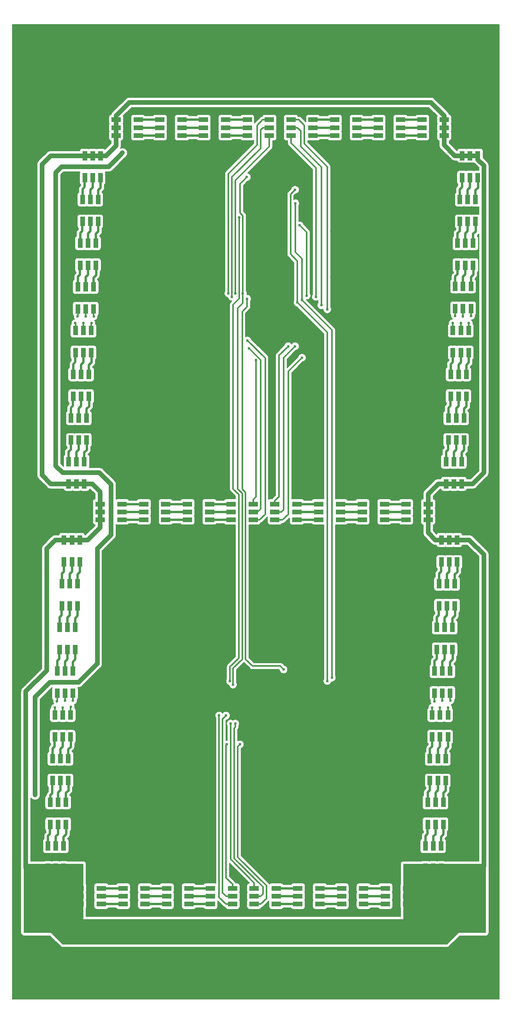
<source format=gbr>
G04 #@! TF.GenerationSoftware,KiCad,Pcbnew,(5.1.4)-1*
G04 #@! TF.CreationDate,2019-11-12T22:00:31+01:00*
G04 #@! TF.ProjectId,Digit,44696769-742e-46b6-9963-61645f706362,rev?*
G04 #@! TF.SameCoordinates,Original*
G04 #@! TF.FileFunction,Copper,L1,Top*
G04 #@! TF.FilePolarity,Positive*
%FSLAX46Y46*%
G04 Gerber Fmt 4.6, Leading zero omitted, Abs format (unit mm)*
G04 Created by KiCad (PCBNEW (5.1.4)-1) date 2019-11-12 22:00:31*
%MOMM*%
%LPD*%
G04 APERTURE LIST*
%ADD10C,0.800000*%
%ADD11C,6.400000*%
%ADD12R,1.100000X2.000000*%
%ADD13C,0.600000*%
%ADD14R,5.200000X11.000000*%
%ADD15R,2.000000X1.100000*%
%ADD16C,1.000000*%
%ADD17C,0.500000*%
%ADD18C,0.300000*%
%ADD19C,1.000000*%
%ADD20C,0.200000*%
G04 APERTURE END LIST*
D10*
X164197056Y-31802944D03*
X162500000Y-31100000D03*
X160802944Y-31802944D03*
X160100000Y-33500000D03*
X160802944Y-35197056D03*
X162500000Y-35900000D03*
X164197056Y-35197056D03*
X164900000Y-33500000D03*
D11*
X162500000Y-33500000D03*
D10*
X164197056Y-226802944D03*
X162500000Y-226100000D03*
X160802944Y-226802944D03*
X160100000Y-228500000D03*
X160802944Y-230197056D03*
X162500000Y-230900000D03*
X164197056Y-230197056D03*
X164900000Y-228500000D03*
D11*
X162500000Y-228500000D03*
D10*
X71197056Y-226802944D03*
X69500000Y-226100000D03*
X67802944Y-226802944D03*
X67100000Y-228500000D03*
X67802944Y-230197056D03*
X69500000Y-230900000D03*
X71197056Y-230197056D03*
X71900000Y-228500000D03*
D11*
X69500000Y-228500000D03*
D10*
X71197056Y-31802944D03*
X69500000Y-31100000D03*
X67802944Y-31802944D03*
X67100000Y-33500000D03*
X67802944Y-35197056D03*
X69500000Y-35900000D03*
X71197056Y-35197056D03*
X71900000Y-33500000D03*
D11*
X69500000Y-33500000D03*
D12*
X78800000Y-53600000D03*
X80500000Y-53600000D03*
X82200000Y-53600000D03*
X82200000Y-58400000D03*
X80500000Y-58400000D03*
X78800000Y-58400000D03*
D13*
X118750000Y-166300000D03*
X117250000Y-166300000D03*
X115750000Y-166300000D03*
X114250000Y-166300000D03*
X118750000Y-167600000D03*
X117250000Y-167600000D03*
X115750000Y-167600000D03*
X114250000Y-167600000D03*
X114250000Y-168900000D03*
X118750000Y-170200000D03*
X114250000Y-170200000D03*
X117250000Y-170200000D03*
X118750000Y-168900000D03*
X117250000Y-168900000D03*
X115750000Y-168900000D03*
X115750000Y-170200000D03*
X114250000Y-171500000D03*
X118750000Y-172800000D03*
X114250000Y-172800000D03*
X117250000Y-172800000D03*
X118750000Y-171500000D03*
X117250000Y-171500000D03*
X115750000Y-171500000D03*
X115750000Y-172800000D03*
X114250000Y-174100000D03*
X118750000Y-175400000D03*
X114250000Y-175400000D03*
X117250000Y-175400000D03*
X118750000Y-174100000D03*
X117250000Y-174100000D03*
X115750000Y-174100000D03*
X115750000Y-175400000D03*
X117250000Y-176700000D03*
X118750000Y-176700000D03*
X114250000Y-176700000D03*
X115750000Y-176700000D03*
D14*
X116500000Y-171500000D03*
D15*
X128400000Y-45800000D03*
X128400000Y-47500000D03*
X128400000Y-49200000D03*
X123600000Y-49200000D03*
X123600000Y-47500000D03*
X123600000Y-45800000D03*
X114100000Y-49200000D03*
X114100000Y-47500000D03*
X114100000Y-45800000D03*
X118900000Y-45800000D03*
X118900000Y-47500000D03*
X118900000Y-49200000D03*
X85600000Y-49200000D03*
X85600000Y-47500000D03*
X85600000Y-45800000D03*
X90400000Y-45800000D03*
X90400000Y-47500000D03*
X90400000Y-49200000D03*
X95100000Y-49200000D03*
X95100000Y-47500000D03*
X95100000Y-45800000D03*
X99900000Y-45800000D03*
X99900000Y-47500000D03*
X99900000Y-49200000D03*
X104600000Y-49200000D03*
X104600000Y-47500000D03*
X104600000Y-45800000D03*
X109400000Y-45800000D03*
X109400000Y-47500000D03*
X109400000Y-49200000D03*
D12*
X78300000Y-63100000D03*
X80000000Y-63100000D03*
X81700000Y-63100000D03*
X81700000Y-67900000D03*
X80000000Y-67900000D03*
X78300000Y-67900000D03*
X77800000Y-72600000D03*
X79500000Y-72600000D03*
X81200000Y-72600000D03*
X81200000Y-77400000D03*
X79500000Y-77400000D03*
X77800000Y-77400000D03*
X77300000Y-82100000D03*
X79000000Y-82100000D03*
X80700000Y-82100000D03*
X80700000Y-86900000D03*
X79000000Y-86900000D03*
X77300000Y-86900000D03*
X74300000Y-137100000D03*
X76000000Y-137100000D03*
X77700000Y-137100000D03*
X77700000Y-141900000D03*
X76000000Y-141900000D03*
X74300000Y-141900000D03*
X73800000Y-146600000D03*
X75500000Y-146600000D03*
X77200000Y-146600000D03*
X77200000Y-151400000D03*
X75500000Y-151400000D03*
X73800000Y-151400000D03*
X73300000Y-156100000D03*
X75000000Y-156100000D03*
X76700000Y-156100000D03*
X76700000Y-160900000D03*
X75000000Y-160900000D03*
X73300000Y-160900000D03*
X72800000Y-165600000D03*
X74500000Y-165600000D03*
X76200000Y-165600000D03*
X76200000Y-170400000D03*
X74500000Y-170400000D03*
X72800000Y-170400000D03*
X78700000Y-124900000D03*
X77000000Y-124900000D03*
X75300000Y-124900000D03*
X75300000Y-120100000D03*
X77000000Y-120100000D03*
X78700000Y-120100000D03*
X79200000Y-115400000D03*
X77500000Y-115400000D03*
X75800000Y-115400000D03*
X75800000Y-110600000D03*
X77500000Y-110600000D03*
X79200000Y-110600000D03*
X79700000Y-105900000D03*
X78000000Y-105900000D03*
X76300000Y-105900000D03*
X76300000Y-101100000D03*
X78000000Y-101100000D03*
X79700000Y-101100000D03*
X80200000Y-96400000D03*
X78500000Y-96400000D03*
X76800000Y-96400000D03*
X76800000Y-91600000D03*
X78500000Y-91600000D03*
X80200000Y-91600000D03*
X74200000Y-208400000D03*
X72500000Y-208400000D03*
X70800000Y-208400000D03*
X70800000Y-203600000D03*
X72500000Y-203600000D03*
X74200000Y-203600000D03*
X74700000Y-198900000D03*
X73000000Y-198900000D03*
X71300000Y-198900000D03*
X71300000Y-194100000D03*
X73000000Y-194100000D03*
X74700000Y-194100000D03*
X75200000Y-189400000D03*
X73500000Y-189400000D03*
X71800000Y-189400000D03*
X71800000Y-184600000D03*
X73500000Y-184600000D03*
X75200000Y-184600000D03*
X75700000Y-179900000D03*
X74000000Y-179900000D03*
X72300000Y-179900000D03*
X72300000Y-175100000D03*
X74000000Y-175100000D03*
X75700000Y-175100000D03*
D15*
X82100000Y-132700000D03*
X82100000Y-131000000D03*
X82100000Y-129300000D03*
X86900000Y-129300000D03*
X86900000Y-131000000D03*
X86900000Y-132700000D03*
X91600000Y-132700000D03*
X91600000Y-131000000D03*
X91600000Y-129300000D03*
X96400000Y-129300000D03*
X96400000Y-131000000D03*
X96400000Y-132700000D03*
X101100000Y-132700000D03*
X101100000Y-131000000D03*
X101100000Y-129300000D03*
X105900000Y-129300000D03*
X105900000Y-131000000D03*
X105900000Y-132700000D03*
X110600000Y-132700000D03*
X110600000Y-131000000D03*
X110600000Y-129300000D03*
X115400000Y-129300000D03*
X115400000Y-131000000D03*
X115400000Y-132700000D03*
X77600000Y-216200000D03*
X77600000Y-214500000D03*
X77600000Y-212800000D03*
X82400000Y-212800000D03*
X82400000Y-214500000D03*
X82400000Y-216200000D03*
X87100000Y-216200000D03*
X87100000Y-214500000D03*
X87100000Y-212800000D03*
X91900000Y-212800000D03*
X91900000Y-214500000D03*
X91900000Y-216200000D03*
X96600000Y-216200000D03*
X96600000Y-214500000D03*
X96600000Y-212800000D03*
X101400000Y-212800000D03*
X101400000Y-214500000D03*
X101400000Y-216200000D03*
X106100000Y-216200000D03*
X106100000Y-214500000D03*
X106100000Y-212800000D03*
X110900000Y-212800000D03*
X110900000Y-214500000D03*
X110900000Y-216200000D03*
X153400000Y-129300000D03*
X153400000Y-131000000D03*
X153400000Y-132700000D03*
X148600000Y-132700000D03*
X148600000Y-131000000D03*
X148600000Y-129300000D03*
X143900000Y-129300000D03*
X143900000Y-131000000D03*
X143900000Y-132700000D03*
X139100000Y-132700000D03*
X139100000Y-131000000D03*
X139100000Y-129300000D03*
X134400000Y-129300000D03*
X134400000Y-131000000D03*
X134400000Y-132700000D03*
X129600000Y-132700000D03*
X129600000Y-131000000D03*
X129600000Y-129300000D03*
X124900000Y-129300000D03*
X124900000Y-131000000D03*
X124900000Y-132700000D03*
X120100000Y-132700000D03*
X120100000Y-131000000D03*
X120100000Y-129300000D03*
X148900000Y-212800000D03*
X148900000Y-214500000D03*
X148900000Y-216200000D03*
X144100000Y-216200000D03*
X144100000Y-214500000D03*
X144100000Y-212800000D03*
X139400000Y-212800000D03*
X139400000Y-214500000D03*
X139400000Y-216200000D03*
X134600000Y-216200000D03*
X134600000Y-214500000D03*
X134600000Y-212800000D03*
X129900000Y-212800000D03*
X129900000Y-214500000D03*
X129900000Y-216200000D03*
X125100000Y-216200000D03*
X125100000Y-214500000D03*
X125100000Y-212800000D03*
X120400000Y-212800000D03*
X120400000Y-214500000D03*
X120400000Y-216200000D03*
X115600000Y-216200000D03*
X115600000Y-214500000D03*
X115600000Y-212800000D03*
D12*
X160700000Y-124900000D03*
X159000000Y-124900000D03*
X157300000Y-124900000D03*
X157300000Y-120100000D03*
X159000000Y-120100000D03*
X160700000Y-120100000D03*
X161200000Y-115400000D03*
X159500000Y-115400000D03*
X157800000Y-115400000D03*
X157800000Y-110600000D03*
X159500000Y-110600000D03*
X161200000Y-110600000D03*
X161700000Y-105900000D03*
X160000000Y-105900000D03*
X158300000Y-105900000D03*
X158300000Y-101100000D03*
X160000000Y-101100000D03*
X161700000Y-101100000D03*
X162200000Y-96400000D03*
X160500000Y-96400000D03*
X158800000Y-96400000D03*
X158800000Y-91600000D03*
X160500000Y-91600000D03*
X162200000Y-91600000D03*
X156200000Y-208400000D03*
X154500000Y-208400000D03*
X152800000Y-208400000D03*
X152800000Y-203600000D03*
X154500000Y-203600000D03*
X156200000Y-203600000D03*
X156700000Y-198900000D03*
X155000000Y-198900000D03*
X153300000Y-198900000D03*
X153300000Y-194100000D03*
X155000000Y-194100000D03*
X156700000Y-194100000D03*
X157200000Y-189400000D03*
X155500000Y-189400000D03*
X153800000Y-189400000D03*
X153800000Y-184600000D03*
X155500000Y-184600000D03*
X157200000Y-184600000D03*
X157700000Y-179900000D03*
X156000000Y-179900000D03*
X154300000Y-179900000D03*
X154300000Y-175100000D03*
X156000000Y-175100000D03*
X157700000Y-175100000D03*
X160800000Y-53600000D03*
X162500000Y-53600000D03*
X164200000Y-53600000D03*
X164200000Y-58400000D03*
X162500000Y-58400000D03*
X160800000Y-58400000D03*
X160300000Y-63100000D03*
X162000000Y-63100000D03*
X163700000Y-63100000D03*
X163700000Y-67900000D03*
X162000000Y-67900000D03*
X160300000Y-67900000D03*
X159800000Y-72600000D03*
X161500000Y-72600000D03*
X163200000Y-72600000D03*
X163200000Y-77400000D03*
X161500000Y-77400000D03*
X159800000Y-77400000D03*
X159300000Y-82000000D03*
X161000000Y-82000000D03*
X162700000Y-82000000D03*
X162700000Y-86800000D03*
X161000000Y-86800000D03*
X159300000Y-86800000D03*
X156300000Y-137100000D03*
X158000000Y-137100000D03*
X159700000Y-137100000D03*
X159700000Y-141900000D03*
X158000000Y-141900000D03*
X156300000Y-141900000D03*
X155800000Y-146600000D03*
X157500000Y-146600000D03*
X159200000Y-146600000D03*
X159200000Y-151400000D03*
X157500000Y-151400000D03*
X155800000Y-151400000D03*
X155300000Y-156100000D03*
X157000000Y-156100000D03*
X158700000Y-156100000D03*
X158700000Y-160900000D03*
X157000000Y-160900000D03*
X155300000Y-160900000D03*
X154800000Y-165600000D03*
X156500000Y-165600000D03*
X158200000Y-165600000D03*
X158200000Y-170400000D03*
X156500000Y-170400000D03*
X154800000Y-170400000D03*
D15*
X156900000Y-45800000D03*
X156900000Y-47500000D03*
X156900000Y-49200000D03*
X152100000Y-49200000D03*
X152100000Y-47500000D03*
X152100000Y-45800000D03*
X147400000Y-45800000D03*
X147400000Y-47500000D03*
X147400000Y-49200000D03*
X142600000Y-49200000D03*
X142600000Y-47500000D03*
X142600000Y-45800000D03*
X137900000Y-45800000D03*
X137900000Y-47500000D03*
X137900000Y-49200000D03*
X133100000Y-49200000D03*
X133100000Y-47500000D03*
X133100000Y-45800000D03*
D13*
X121750000Y-83300000D03*
X120250000Y-83300000D03*
X118750000Y-83300000D03*
X117250000Y-83300000D03*
X121750000Y-84600000D03*
X120250000Y-84600000D03*
X118750000Y-84600000D03*
X117250000Y-84600000D03*
X117250000Y-85900000D03*
X121750000Y-87200000D03*
X117250000Y-87200000D03*
X120250000Y-87200000D03*
X121750000Y-85900000D03*
X120250000Y-85900000D03*
X118750000Y-85900000D03*
X118750000Y-87200000D03*
X117250000Y-88500000D03*
X121750000Y-89800000D03*
X117250000Y-89800000D03*
X120250000Y-89800000D03*
X121750000Y-88500000D03*
X120250000Y-88500000D03*
X118750000Y-88500000D03*
X118750000Y-89800000D03*
X117250000Y-91100000D03*
X121750000Y-92400000D03*
X117250000Y-92400000D03*
X120250000Y-92400000D03*
X121750000Y-91100000D03*
X120250000Y-91100000D03*
X118750000Y-91100000D03*
X118750000Y-92400000D03*
X120250000Y-93700000D03*
X121750000Y-93700000D03*
X117250000Y-93700000D03*
X118750000Y-93700000D03*
D14*
X119500000Y-88500000D03*
D10*
X87500000Y-142500000D03*
X97500000Y-142500000D03*
X107500000Y-142500000D03*
X102500000Y-147500000D03*
X92500000Y-147500000D03*
X87500000Y-152500000D03*
X97500000Y-152500000D03*
X107500000Y-152500000D03*
X92500000Y-157500000D03*
X102500000Y-157500000D03*
X87500000Y-162500000D03*
X97500000Y-162500000D03*
X107500000Y-162500000D03*
X117500000Y-142500000D03*
X127500000Y-142500000D03*
X137500000Y-142500000D03*
X147500000Y-142500000D03*
X122500000Y-147500000D03*
X142500000Y-147500000D03*
X137500000Y-152500000D03*
X147500000Y-152500000D03*
X127500000Y-152500000D03*
X117500000Y-152500000D03*
X122500000Y-157500000D03*
X142500000Y-157500000D03*
X147500000Y-162500000D03*
X137500000Y-162500000D03*
X127500000Y-162500000D03*
X117500000Y-162500000D03*
X102500000Y-167500000D03*
X92500000Y-167500000D03*
X102500000Y-180000000D03*
X92500000Y-180000000D03*
X82500000Y-180000000D03*
X97500000Y-185000000D03*
X102500000Y-190000000D03*
X97500000Y-195000000D03*
X102500000Y-200000000D03*
X92500000Y-200000000D03*
X97500000Y-205000000D03*
X117500000Y-180000000D03*
X127500000Y-180000000D03*
X142500000Y-185000000D03*
X132500000Y-185000000D03*
X122500000Y-185000000D03*
X117500000Y-190000000D03*
X127500000Y-190000000D03*
X137500000Y-190000000D03*
X122500000Y-195000000D03*
X132500000Y-195000000D03*
X137500000Y-200000000D03*
X127500000Y-200000000D03*
X117500000Y-200000000D03*
X122500000Y-205000000D03*
X132500000Y-205000000D03*
X87500000Y-95000000D03*
X97500000Y-95000000D03*
X107500000Y-95000000D03*
X102500000Y-100000000D03*
X92500000Y-100000000D03*
X87500000Y-105000000D03*
X97500000Y-105000000D03*
X107500000Y-105000000D03*
X92500000Y-110000000D03*
X102500000Y-110000000D03*
X87500000Y-115000000D03*
X97500000Y-115000000D03*
X107500000Y-115000000D03*
X92500000Y-120000000D03*
X102500000Y-120000000D03*
X87500000Y-125000000D03*
X97500000Y-125000000D03*
X107500000Y-125000000D03*
X137500000Y-95000000D03*
X147500000Y-95000000D03*
X142500000Y-100000000D03*
X152500000Y-100000000D03*
X137500000Y-105000000D03*
X147500000Y-105000000D03*
X152500000Y-110000000D03*
X142500000Y-110000000D03*
X137500000Y-115000000D03*
X147500000Y-115000000D03*
X142500000Y-120000000D03*
X152500000Y-120000000D03*
X137500000Y-125000000D03*
X147500000Y-125000000D03*
X127500000Y-105000000D03*
X127500000Y-115000000D03*
X127500000Y-125000000D03*
X87500000Y-80000000D03*
X97500000Y-80000000D03*
X107500000Y-80000000D03*
X102500000Y-85000000D03*
X92500000Y-85000000D03*
X132500000Y-70000000D03*
X142500000Y-70000000D03*
X152500000Y-70000000D03*
X147500000Y-75000000D03*
X137500000Y-75000000D03*
X132500000Y-80000000D03*
X142500000Y-80000000D03*
X152500000Y-80000000D03*
X137500000Y-85000000D03*
X147500000Y-85000000D03*
X117500000Y-70000000D03*
X117500000Y-75000000D03*
X87500000Y-70000000D03*
X97500000Y-70000000D03*
X107500000Y-70000000D03*
X102500000Y-75000000D03*
X92500000Y-75000000D03*
X102500000Y-55000000D03*
X118000000Y-55500000D03*
X132500000Y-55000000D03*
X142500000Y-55000000D03*
X152500000Y-55000000D03*
X122500000Y-137500000D03*
X102500000Y-137500000D03*
X92500000Y-137500000D03*
X142500000Y-137500000D03*
X92500000Y-210000000D03*
X102500000Y-210000000D03*
X127500000Y-210000000D03*
X137500000Y-210000000D03*
X155000000Y-230000000D03*
X145000000Y-230000000D03*
X135000000Y-230000000D03*
X125000000Y-230000000D03*
X115000000Y-230000000D03*
X120000000Y-235000000D03*
X130000000Y-235000000D03*
X140000000Y-235000000D03*
X150000000Y-235000000D03*
X160000000Y-235000000D03*
X110000000Y-235000000D03*
X105000000Y-230000000D03*
X100000000Y-235000000D03*
X95000000Y-230000000D03*
X90000000Y-235000000D03*
X85000000Y-230000000D03*
X80000000Y-235000000D03*
X75000000Y-230000000D03*
X70000000Y-235000000D03*
X65000000Y-230000000D03*
X87500000Y-30000000D03*
X92500000Y-35000000D03*
X97500000Y-30000000D03*
X102500000Y-35000000D03*
X107500000Y-30000000D03*
X112500000Y-35000000D03*
X117500000Y-30000000D03*
X122500000Y-35000000D03*
X127500000Y-30000000D03*
X132500000Y-35000000D03*
X137500000Y-30000000D03*
X142500000Y-35000000D03*
X147500000Y-30000000D03*
X152500000Y-35000000D03*
X157500000Y-30000000D03*
X82500000Y-35000000D03*
X77500000Y-30000000D03*
X92500000Y-65000000D03*
X92500000Y-55000000D03*
X67500000Y-40000000D03*
X67500000Y-70000000D03*
X67500000Y-80000000D03*
X67500000Y-90000000D03*
X67500000Y-100000000D03*
X67500000Y-110000000D03*
X67500000Y-120000000D03*
X87500000Y-175000000D03*
X97500000Y-175000000D03*
X137500000Y-180000000D03*
X147500000Y-180000000D03*
X142500000Y-167500000D03*
X167500000Y-50000000D03*
X167500000Y-60000000D03*
X167500000Y-70000000D03*
X167500000Y-100000000D03*
X67500000Y-60000000D03*
X67500000Y-50000000D03*
X167500000Y-30000000D03*
X167500000Y-40000000D03*
X167500000Y-80000000D03*
X167500000Y-90000000D03*
X167500000Y-110000000D03*
X167500000Y-120000000D03*
X67500000Y-130000000D03*
X67500000Y-140000000D03*
X67500000Y-150000000D03*
X67500000Y-160000000D03*
X167500000Y-130000000D03*
X167500000Y-140000000D03*
X167500000Y-150000000D03*
X167500000Y-160000000D03*
X167500000Y-170000000D03*
X167500000Y-180000000D03*
X167500000Y-190000000D03*
X167500000Y-200000000D03*
X167500000Y-210000000D03*
X167500000Y-220000000D03*
X82500000Y-200000000D03*
X87500000Y-195000000D03*
D13*
X129000000Y-84250000D03*
X130200000Y-86100000D03*
X131500000Y-87000000D03*
X158250000Y-172000000D03*
X156500000Y-172000000D03*
X154768333Y-172150010D03*
X157750000Y-173500000D03*
X156000000Y-173500000D03*
X154293798Y-173543798D03*
X109650010Y-181500000D03*
X109500000Y-175249992D03*
X107999996Y-175250000D03*
X116000000Y-98000000D03*
X114500000Y-95500000D03*
X114150032Y-93750000D03*
X162750000Y-88400000D03*
X161000000Y-88500000D03*
X159250000Y-88400000D03*
X158750000Y-90000000D03*
X160500000Y-90000000D03*
X162250000Y-90000000D03*
X112500000Y-181500000D03*
X111500014Y-177000000D03*
X110500000Y-177000000D03*
X126000000Y-97500000D03*
X124500000Y-95000000D03*
X123000000Y-95000000D03*
X72293798Y-173543798D03*
X74000000Y-173500000D03*
X75750000Y-173349990D03*
X76749992Y-90000000D03*
X78500000Y-90000000D03*
X80250000Y-89999998D03*
X76250000Y-172000000D03*
X74500000Y-172000000D03*
X72768333Y-172150010D03*
X80750000Y-88500016D03*
X79000000Y-88500000D03*
X77250000Y-88500000D03*
X110000000Y-83500000D03*
X110750000Y-84250010D03*
X111500000Y-83500000D03*
X111000010Y-168550011D03*
X113150010Y-83500000D03*
X114000014Y-58250000D03*
X131500000Y-167749996D03*
X125000000Y-85500000D03*
X124500000Y-60999954D03*
X132500000Y-167000000D03*
X125999994Y-85000000D03*
X124556149Y-63929773D03*
X127000000Y-84000000D03*
X125500000Y-68750000D03*
X110349990Y-167749994D03*
X112350020Y-67000000D03*
X114064129Y-84682760D03*
X122000001Y-165250001D03*
D16*
X68000000Y-189500000D03*
X68000000Y-191000000D03*
X68000000Y-192500000D03*
X72500000Y-78500000D03*
X81499994Y-164000000D03*
X87000000Y-53000000D03*
X73000000Y-211000000D03*
X75000000Y-211000000D03*
X75000000Y-213000000D03*
X73000000Y-213000000D03*
X73000000Y-215000000D03*
X75000000Y-215000000D03*
X71000000Y-215000000D03*
X71000000Y-213000000D03*
X71000000Y-211000000D03*
X156500000Y-215000000D03*
X154500000Y-215000000D03*
X152500000Y-215000000D03*
X152500000Y-213000000D03*
X152500000Y-211000000D03*
X154500000Y-211000000D03*
X154500000Y-213000000D03*
X156500000Y-213000000D03*
X156500000Y-211000000D03*
D17*
X128400000Y-45800000D02*
X132950000Y-45800000D01*
X128400000Y-47500000D02*
X133250000Y-47500000D01*
X133100000Y-49200000D02*
X128300000Y-49200000D01*
D18*
X123600000Y-50850000D02*
X129000000Y-56250000D01*
X129000000Y-56250000D02*
X129000000Y-83825736D01*
X123600000Y-49200000D02*
X123600000Y-50850000D01*
X129000000Y-83825736D02*
X129000000Y-84250000D01*
X130200000Y-85675736D02*
X130200000Y-86100000D01*
X130200000Y-56075000D02*
X130200000Y-85675736D01*
X125750000Y-51625000D02*
X130200000Y-56075000D01*
X125750000Y-48250000D02*
X125750000Y-51625000D01*
X123600000Y-47500000D02*
X125000000Y-47500000D01*
X125000000Y-47500000D02*
X125750000Y-48250000D01*
X131500000Y-86575736D02*
X131500000Y-87000000D01*
X131500000Y-56000000D02*
X131500000Y-86575736D01*
X126500000Y-51000000D02*
X131500000Y-56000000D01*
X126500000Y-47000000D02*
X126500000Y-51000000D01*
X123600000Y-45800000D02*
X125300000Y-45800000D01*
X125300000Y-45800000D02*
X126500000Y-47000000D01*
D17*
X137900000Y-45800000D02*
X142450000Y-45800000D01*
X137900000Y-47500000D02*
X142750000Y-47500000D01*
X142600000Y-49200000D02*
X137800000Y-49200000D01*
X159300000Y-82000000D02*
X159300000Y-79800000D01*
X159750000Y-79350000D02*
X159750000Y-77150000D01*
X159300000Y-79800000D02*
X159750000Y-79350000D01*
X161000000Y-79900000D02*
X161500000Y-79400000D01*
X161500000Y-79400000D02*
X161500000Y-77150000D01*
X161000000Y-82000000D02*
X161000000Y-79900000D01*
X163250000Y-79450000D02*
X163250000Y-77150000D01*
X162700000Y-80000000D02*
X163250000Y-79450000D01*
X162700000Y-82000000D02*
X162700000Y-80000000D01*
D18*
X158200000Y-171950000D02*
X158250000Y-172000000D01*
X158200000Y-170400000D02*
X158200000Y-171950000D01*
X156500000Y-172000000D02*
X156500000Y-170400000D01*
X154800000Y-172118343D02*
X154768333Y-172150010D01*
X154800000Y-170400000D02*
X154800000Y-172118343D01*
X157700000Y-175100000D02*
X157700000Y-173550000D01*
X157700000Y-173550000D02*
X157750000Y-173500000D01*
X156000000Y-173500000D02*
X156000000Y-175100000D01*
X154300000Y-173550000D02*
X154293798Y-173543798D01*
X154300000Y-175100000D02*
X154300000Y-173550000D01*
D17*
X159800000Y-72600000D02*
X159800000Y-70400000D01*
X160250000Y-69950000D02*
X160250000Y-67750000D01*
X159800000Y-70400000D02*
X160250000Y-69950000D01*
X161500000Y-70500000D02*
X162000000Y-70000000D01*
X162000000Y-70000000D02*
X162000000Y-67750000D01*
X161500000Y-72600000D02*
X161500000Y-70500000D01*
X163750000Y-70050000D02*
X163750000Y-67750000D01*
X163200000Y-70600000D02*
X163750000Y-70050000D01*
X163200000Y-72600000D02*
X163200000Y-70600000D01*
X160300000Y-63100000D02*
X160300000Y-60900000D01*
X160750000Y-60450000D02*
X160750000Y-58250000D01*
X160300000Y-60900000D02*
X160750000Y-60450000D01*
X162000000Y-61000000D02*
X162500000Y-60500000D01*
X162500000Y-60500000D02*
X162500000Y-58250000D01*
X162000000Y-63100000D02*
X162000000Y-61000000D01*
X164250000Y-60550000D02*
X164250000Y-58250000D01*
X163700000Y-61100000D02*
X164250000Y-60550000D01*
X163700000Y-63100000D02*
X163700000Y-61100000D01*
X157200000Y-182600000D02*
X157750000Y-182050000D01*
X157750000Y-182050000D02*
X157750000Y-179750000D01*
X157200000Y-184600000D02*
X157200000Y-182600000D01*
X155500000Y-182500000D02*
X156000000Y-182000000D01*
X156000000Y-182000000D02*
X156000000Y-179750000D01*
X155500000Y-184600000D02*
X155500000Y-182500000D01*
X153800000Y-184600000D02*
X153800000Y-182400000D01*
X153800000Y-182400000D02*
X154250000Y-181950000D01*
X154250000Y-181950000D02*
X154250000Y-179750000D01*
X156700000Y-194100000D02*
X156700000Y-192100000D01*
X157250000Y-191550000D02*
X157250000Y-189250000D01*
X156700000Y-192100000D02*
X157250000Y-191550000D01*
X155000000Y-194100000D02*
X155000000Y-192000000D01*
X155000000Y-192000000D02*
X155500000Y-191500000D01*
X155500000Y-191500000D02*
X155500000Y-189250000D01*
X153300000Y-194100000D02*
X153300000Y-191900000D01*
X153750000Y-191450000D02*
X153750000Y-189250000D01*
X153300000Y-191900000D02*
X153750000Y-191450000D01*
X156200000Y-201600000D02*
X156750000Y-201050000D01*
X156200000Y-203600000D02*
X156200000Y-201600000D01*
X156750000Y-201050000D02*
X156750000Y-198750000D01*
X154500000Y-203600000D02*
X154500000Y-201500000D01*
X155000000Y-201000000D02*
X155000000Y-198750000D01*
X154500000Y-201500000D02*
X155000000Y-201000000D01*
X152800000Y-201400000D02*
X153250000Y-200950000D01*
X152800000Y-203600000D02*
X152800000Y-201400000D01*
X153250000Y-200950000D02*
X153250000Y-198750000D01*
X162250000Y-98550000D02*
X162250000Y-96250000D01*
X161700000Y-99100000D02*
X162250000Y-98550000D01*
X161700000Y-101100000D02*
X161700000Y-99100000D01*
X160000000Y-99000000D02*
X160500000Y-98500000D01*
X160500000Y-98500000D02*
X160500000Y-96250000D01*
X160000000Y-101100000D02*
X160000000Y-99000000D01*
X158300000Y-101100000D02*
X158300000Y-98900000D01*
X158750000Y-98450000D02*
X158750000Y-96250000D01*
X158300000Y-98900000D02*
X158750000Y-98450000D01*
X161750000Y-108050000D02*
X161750000Y-105750000D01*
X161200000Y-108600000D02*
X161750000Y-108050000D01*
X161200000Y-110600000D02*
X161200000Y-108600000D01*
X159500000Y-108500000D02*
X160000000Y-108000000D01*
X160000000Y-108000000D02*
X160000000Y-105750000D01*
X159500000Y-110600000D02*
X159500000Y-108500000D01*
X157800000Y-110600000D02*
X157800000Y-108400000D01*
X158250000Y-107950000D02*
X158250000Y-105750000D01*
X157800000Y-108400000D02*
X158250000Y-107950000D01*
X160700000Y-120100000D02*
X160700000Y-118100000D01*
X160700000Y-118100000D02*
X161250000Y-117550000D01*
X161250000Y-117550000D02*
X161250000Y-115250000D01*
X159000000Y-120100000D02*
X159000000Y-118000000D01*
X159500000Y-117500000D02*
X159500000Y-115250000D01*
X159000000Y-118000000D02*
X159500000Y-117500000D01*
X157750000Y-117450000D02*
X157750000Y-115250000D01*
X157300000Y-120100000D02*
X157300000Y-117900000D01*
X157300000Y-117900000D02*
X157750000Y-117450000D01*
X120400000Y-212800000D02*
X124950000Y-212800000D01*
X120400000Y-214500000D02*
X125250000Y-214500000D01*
X125100000Y-216200000D02*
X120300000Y-216200000D01*
X106100000Y-216200000D02*
X101300000Y-216200000D01*
X101400000Y-214500000D02*
X106250000Y-214500000D01*
X101400000Y-212800000D02*
X105950000Y-212800000D01*
D18*
X109500000Y-181650010D02*
X109650010Y-181500000D01*
X109500000Y-210500000D02*
X109500000Y-181650010D01*
X110900000Y-212800000D02*
X110900000Y-211900000D01*
X110900000Y-211900000D02*
X109500000Y-210500000D01*
X109500000Y-214500000D02*
X108750011Y-213750011D01*
X110900000Y-214500000D02*
X109500000Y-214500000D01*
X108750011Y-213750011D02*
X108750011Y-175999981D01*
X108750011Y-175999981D02*
X109200001Y-175549991D01*
X109200001Y-175549991D02*
X109500000Y-175249992D01*
X107999996Y-175674264D02*
X107999996Y-175250000D01*
X107999996Y-214749996D02*
X107999996Y-175674264D01*
X110900000Y-216200000D02*
X109450000Y-216200000D01*
X109450000Y-216200000D02*
X107999996Y-214749996D01*
D17*
X96600000Y-216200000D02*
X91800000Y-216200000D01*
X91900000Y-214500000D02*
X96750000Y-214500000D01*
X91900000Y-212800000D02*
X96450000Y-212800000D01*
X87100000Y-216200000D02*
X82300000Y-216200000D01*
X82400000Y-214500000D02*
X87250000Y-214500000D01*
X82400000Y-212800000D02*
X86950000Y-212800000D01*
X110600000Y-132700000D02*
X105800000Y-132700000D01*
X105900000Y-131000000D02*
X110750000Y-131000000D01*
X105900000Y-129300000D02*
X110450000Y-129300000D01*
X110450000Y-129300000D02*
X110500000Y-129250000D01*
X110500000Y-129250000D02*
X110750000Y-129250000D01*
D18*
X115450000Y-129250000D02*
X116234237Y-129250000D01*
X115400000Y-129300000D02*
X115450000Y-129250000D01*
X116000000Y-100500000D02*
X116000000Y-98000000D01*
X116000000Y-127750000D02*
X116000000Y-100500000D01*
X115400000Y-129300000D02*
X115400000Y-128350000D01*
X115400000Y-128350000D02*
X116000000Y-127750000D01*
X115575248Y-131175248D02*
X116234237Y-131175248D01*
X115400000Y-131000000D02*
X115575248Y-131175248D01*
X114799999Y-95799999D02*
X114500000Y-95500000D01*
X117000000Y-98000000D02*
X114799999Y-95799999D01*
X117000000Y-130337500D02*
X117000000Y-98000000D01*
X115400000Y-131000000D02*
X116337500Y-131000000D01*
X116337500Y-131000000D02*
X117000000Y-130337500D01*
X114169915Y-93750000D02*
X114150032Y-93750000D01*
X118000000Y-97580085D02*
X114169915Y-93750000D01*
X118000000Y-131500000D02*
X118000000Y-97580085D01*
X115400000Y-132700000D02*
X116800000Y-132700000D01*
X116800000Y-132700000D02*
X118000000Y-131500000D01*
D17*
X101100000Y-132700000D02*
X96300000Y-132700000D01*
X96400000Y-131000000D02*
X101250000Y-131000000D01*
X96400000Y-129300000D02*
X100950000Y-129300000D01*
X91600000Y-132700000D02*
X86800000Y-132700000D01*
X86900000Y-131000000D02*
X91750000Y-131000000D01*
X86900000Y-129300000D02*
X91450000Y-129300000D01*
X75750000Y-182050000D02*
X75750000Y-179750000D01*
X75200000Y-182600000D02*
X75750000Y-182050000D01*
X75200000Y-184600000D02*
X75200000Y-182600000D01*
X73500000Y-182500000D02*
X74000000Y-182000000D01*
X74000000Y-182000000D02*
X74000000Y-179750000D01*
X73500000Y-184600000D02*
X73500000Y-182500000D01*
X71800000Y-184600000D02*
X71800000Y-182400000D01*
X72250000Y-181950000D02*
X72250000Y-179750000D01*
X71800000Y-182400000D02*
X72250000Y-181950000D01*
X75250000Y-191550000D02*
X75250000Y-189250000D01*
X74700000Y-192100000D02*
X75250000Y-191550000D01*
X74700000Y-194100000D02*
X74700000Y-192100000D01*
X73000000Y-192000000D02*
X73500000Y-191500000D01*
X73500000Y-191500000D02*
X73500000Y-189250000D01*
X73000000Y-194100000D02*
X73000000Y-192000000D01*
X71300000Y-194100000D02*
X71300000Y-192600000D01*
X71750000Y-192150000D02*
X71750000Y-189250000D01*
X71300000Y-192600000D02*
X71750000Y-192150000D01*
X74750000Y-201050000D02*
X74750000Y-198750000D01*
X74200000Y-201600000D02*
X74750000Y-201050000D01*
X74200000Y-203600000D02*
X74200000Y-201600000D01*
X72500000Y-201500000D02*
X73000000Y-201000000D01*
X73000000Y-201000000D02*
X73000000Y-198750000D01*
X72500000Y-203600000D02*
X72500000Y-201500000D01*
X70800000Y-203600000D02*
X70800000Y-201400000D01*
X71250000Y-200950000D02*
X71250000Y-198750000D01*
X70800000Y-201400000D02*
X71250000Y-200950000D01*
X80250000Y-98550000D02*
X80250000Y-96250000D01*
X79700000Y-99100000D02*
X80250000Y-98550000D01*
X79700000Y-101100000D02*
X79700000Y-99100000D01*
X78000000Y-99000000D02*
X78500000Y-98500000D01*
X78500000Y-98500000D02*
X78500000Y-96250000D01*
X78000000Y-101100000D02*
X78000000Y-99000000D01*
X76300000Y-101100000D02*
X76300000Y-98900000D01*
X76750000Y-98450000D02*
X76750000Y-96250000D01*
X76300000Y-98900000D02*
X76750000Y-98450000D01*
X79750000Y-108050000D02*
X79750000Y-105750000D01*
X79200000Y-108600000D02*
X79750000Y-108050000D01*
X79200000Y-110600000D02*
X79200000Y-108600000D01*
X77500000Y-108500000D02*
X78000000Y-108000000D01*
X78000000Y-108000000D02*
X78000000Y-105750000D01*
X77500000Y-110600000D02*
X77500000Y-108500000D01*
X75800000Y-110600000D02*
X75800000Y-108400000D01*
X76250000Y-107950000D02*
X76250000Y-105750000D01*
X75800000Y-108400000D02*
X76250000Y-107950000D01*
X79250000Y-117550000D02*
X79250000Y-115250000D01*
X78700000Y-118100000D02*
X79250000Y-117550000D01*
X78700000Y-120100000D02*
X78700000Y-118100000D01*
X77000000Y-118000000D02*
X77500000Y-117500000D01*
X77500000Y-117500000D02*
X77500000Y-115250000D01*
X77000000Y-120100000D02*
X77000000Y-118000000D01*
X75300000Y-120100000D02*
X75300000Y-117900000D01*
X75750000Y-117450000D02*
X75750000Y-115250000D01*
X75300000Y-117900000D02*
X75750000Y-117450000D01*
X72800000Y-165600000D02*
X72800000Y-163400000D01*
X73250000Y-162950000D02*
X73250000Y-160750000D01*
X72800000Y-163400000D02*
X73250000Y-162950000D01*
X74500000Y-163500000D02*
X75000000Y-163000000D01*
X75000000Y-163000000D02*
X75000000Y-160750000D01*
X74500000Y-165600000D02*
X74500000Y-163500000D01*
X76750000Y-163050000D02*
X76750000Y-160750000D01*
X76200000Y-163600000D02*
X76750000Y-163050000D01*
X76200000Y-165600000D02*
X76200000Y-163600000D01*
X73300000Y-156100000D02*
X73300000Y-153900000D01*
X73750000Y-153450000D02*
X73750000Y-151250000D01*
X73300000Y-153900000D02*
X73750000Y-153450000D01*
X75000000Y-154000000D02*
X75500000Y-153500000D01*
X75500000Y-153500000D02*
X75500000Y-151250000D01*
X75000000Y-156100000D02*
X75000000Y-154000000D01*
X77250000Y-153550000D02*
X77250000Y-151250000D01*
X76700000Y-154100000D02*
X77250000Y-153550000D01*
X76700000Y-156100000D02*
X76700000Y-154100000D01*
X73800000Y-146600000D02*
X73800000Y-144400000D01*
X74250000Y-143950000D02*
X74250000Y-141750000D01*
X73800000Y-144400000D02*
X74250000Y-143950000D01*
X75500000Y-144500000D02*
X76000000Y-144000000D01*
X76000000Y-144000000D02*
X76000000Y-141750000D01*
X75500000Y-146600000D02*
X75500000Y-144500000D01*
X77750000Y-144050000D02*
X77750000Y-141750000D01*
X77200000Y-144600000D02*
X77750000Y-144050000D01*
X77200000Y-146600000D02*
X77200000Y-144600000D01*
X77300000Y-82100000D02*
X77300000Y-79900000D01*
X77750000Y-79450000D02*
X77750000Y-77250000D01*
X77300000Y-79900000D02*
X77750000Y-79450000D01*
X79000000Y-80000000D02*
X79500000Y-79500000D01*
X79500000Y-79500000D02*
X79500000Y-77250000D01*
X79000000Y-82100000D02*
X79000000Y-80000000D01*
X81250000Y-79550000D02*
X81250000Y-77250000D01*
X80700000Y-80100000D02*
X81250000Y-79550000D01*
X80700000Y-82100000D02*
X80700000Y-80100000D01*
X147400000Y-45800000D02*
X151950000Y-45800000D01*
X147400000Y-47500000D02*
X152250000Y-47500000D01*
X152100000Y-49200000D02*
X147300000Y-49200000D01*
X155250000Y-162950000D02*
X155250000Y-160750000D01*
X154800000Y-163400000D02*
X155250000Y-162950000D01*
X154800000Y-165600000D02*
X154800000Y-163400000D01*
X156500000Y-163500000D02*
X157000000Y-163000000D01*
X157000000Y-163000000D02*
X157000000Y-160750000D01*
X156500000Y-165600000D02*
X156500000Y-163500000D01*
X158200000Y-163600000D02*
X158750000Y-163050000D01*
X158200000Y-165600000D02*
X158200000Y-163600000D01*
X158750000Y-163050000D02*
X158750000Y-160750000D01*
X155750000Y-153450000D02*
X155750000Y-151250000D01*
X155300000Y-156100000D02*
X155300000Y-153900000D01*
X155300000Y-153900000D02*
X155750000Y-153450000D01*
X157000000Y-154000000D02*
X157500000Y-153500000D01*
X157500000Y-153500000D02*
X157500000Y-151250000D01*
X157000000Y-156100000D02*
X157000000Y-154000000D01*
X158700000Y-156100000D02*
X158700000Y-154100000D01*
X159250000Y-153550000D02*
X159250000Y-151250000D01*
X158700000Y-154100000D02*
X159250000Y-153550000D01*
X155800000Y-146600000D02*
X155800000Y-144400000D01*
X155800000Y-144400000D02*
X156250000Y-143950000D01*
X156250000Y-143950000D02*
X156250000Y-141750000D01*
X157500000Y-146600000D02*
X157500000Y-144500000D01*
X158000000Y-144000000D02*
X158000000Y-141750000D01*
X157500000Y-144500000D02*
X158000000Y-144000000D01*
X159200000Y-146600000D02*
X159200000Y-144600000D01*
X159200000Y-144600000D02*
X159750000Y-144050000D01*
X159750000Y-144050000D02*
X159750000Y-141750000D01*
D18*
X162700000Y-86800000D02*
X162700000Y-88350000D01*
X162700000Y-88350000D02*
X162750000Y-88400000D01*
X161000000Y-88500000D02*
X161000000Y-86800000D01*
X159300000Y-86800000D02*
X159300000Y-88350000D01*
X159300000Y-88350000D02*
X159250000Y-88400000D01*
X158800000Y-91600000D02*
X158800000Y-90050000D01*
X158800000Y-90050000D02*
X158750000Y-90000000D01*
X160500000Y-90000000D02*
X160500000Y-91600000D01*
X162200000Y-91600000D02*
X162200000Y-90050000D01*
X162200000Y-90050000D02*
X162250000Y-90000000D01*
X117050000Y-216200000D02*
X115600000Y-216200000D01*
X118250000Y-215000000D02*
X117050000Y-216200000D01*
X118250000Y-212250000D02*
X118250000Y-215000000D01*
X112000000Y-206000000D02*
X118250000Y-212250000D01*
X112500000Y-181500000D02*
X112000000Y-182000000D01*
X112000000Y-182000000D02*
X112000000Y-206000000D01*
X117000000Y-214500000D02*
X115600000Y-214500000D01*
X117500000Y-214000000D02*
X117000000Y-214500000D01*
X111500000Y-177000014D02*
X111500000Y-177750000D01*
X111500014Y-177000000D02*
X111500000Y-177000014D01*
X111250000Y-178000000D02*
X111250000Y-206250000D01*
X111250000Y-206250000D02*
X117500000Y-212500000D01*
X111500000Y-177750000D02*
X111250000Y-178000000D01*
X117500000Y-212500000D02*
X117500000Y-214000000D01*
X115600000Y-211600000D02*
X115600000Y-212800000D01*
X110500000Y-206500000D02*
X115600000Y-211600000D01*
X110500000Y-177000000D02*
X110500000Y-206500000D01*
D17*
X129900000Y-212800000D02*
X134450000Y-212800000D01*
X129900000Y-214500000D02*
X134750000Y-214500000D01*
X134600000Y-216200000D02*
X129800000Y-216200000D01*
X139400000Y-212800000D02*
X143950000Y-212800000D01*
X139400000Y-214500000D02*
X144250000Y-214500000D01*
X144100000Y-216200000D02*
X139300000Y-216200000D01*
X124900000Y-129300000D02*
X129450000Y-129300000D01*
X124900000Y-131000000D02*
X129750000Y-131000000D01*
X129600000Y-132700000D02*
X124800000Y-132700000D01*
D18*
X121800000Y-132700000D02*
X120100000Y-132700000D01*
X123000000Y-131500000D02*
X121800000Y-132700000D01*
X126000000Y-97500000D02*
X123000000Y-100500000D01*
X123000000Y-100500000D02*
X123000000Y-131500000D01*
X124200001Y-95299999D02*
X124500000Y-95000000D01*
X122000000Y-97500000D02*
X124200001Y-95299999D01*
X122000000Y-130512500D02*
X122000000Y-97500000D01*
X120100000Y-131000000D02*
X121512500Y-131000000D01*
X121512500Y-131000000D02*
X122000000Y-130512500D01*
X121000000Y-97000000D02*
X123000000Y-95000000D01*
X121000000Y-127700000D02*
X121000000Y-97000000D01*
X120100000Y-129300000D02*
X120100000Y-128600000D01*
X120100000Y-128600000D02*
X121000000Y-127700000D01*
D17*
X134400000Y-129300000D02*
X138950000Y-129300000D01*
X134400000Y-131000000D02*
X139250000Y-131000000D01*
X139100000Y-132700000D02*
X134300000Y-132700000D01*
X143900000Y-129300000D02*
X148450000Y-129300000D01*
X143900000Y-131000000D02*
X148750000Y-131000000D01*
X148600000Y-132700000D02*
X143800000Y-132700000D01*
D18*
X72300000Y-173550000D02*
X72293798Y-173543798D01*
X72300000Y-175100000D02*
X72300000Y-173550000D01*
X74000000Y-173500000D02*
X74000000Y-175100000D01*
X75700000Y-175100000D02*
X75700000Y-173399990D01*
X75700000Y-173399990D02*
X75750000Y-173349990D01*
X76800000Y-90050008D02*
X76749992Y-90000000D01*
X76800000Y-91600000D02*
X76800000Y-90050008D01*
X78500000Y-90000000D02*
X78500000Y-91600000D01*
X80200000Y-91600000D02*
X80200000Y-90049998D01*
X80200000Y-90049998D02*
X80250000Y-89999998D01*
X76200000Y-171950000D02*
X76250000Y-172000000D01*
X76200000Y-170400000D02*
X76200000Y-171950000D01*
X74500000Y-172000000D02*
X74500000Y-170400000D01*
X72800000Y-170400000D02*
X72800000Y-172118343D01*
X72800000Y-172118343D02*
X72768333Y-172150010D01*
X80700000Y-86900000D02*
X80700000Y-88450016D01*
X80700000Y-88450016D02*
X80750000Y-88500016D01*
X79000000Y-88500000D02*
X79000000Y-86900000D01*
X77300000Y-86900000D02*
X77300000Y-88450000D01*
X77300000Y-88450000D02*
X77250000Y-88500000D01*
D17*
X77800000Y-72600000D02*
X77800000Y-70400000D01*
X78250000Y-69950000D02*
X78250000Y-67750000D01*
X77800000Y-70400000D02*
X78250000Y-69950000D01*
X79500000Y-70500000D02*
X80000000Y-70000000D01*
X80000000Y-70000000D02*
X80000000Y-67750000D01*
X79500000Y-72600000D02*
X79500000Y-70500000D01*
X81750000Y-70050000D02*
X81750000Y-67750000D01*
X81200000Y-70600000D02*
X81750000Y-70050000D01*
X81200000Y-72600000D02*
X81200000Y-70600000D01*
X78300000Y-63100000D02*
X78300000Y-60900000D01*
X78750000Y-60450000D02*
X78750000Y-58250000D01*
X78300000Y-60900000D02*
X78750000Y-60450000D01*
X80000000Y-61000000D02*
X80500000Y-60500000D01*
X80500000Y-60500000D02*
X80500000Y-58250000D01*
X80000000Y-63100000D02*
X80000000Y-61000000D01*
X82250000Y-60550000D02*
X82250000Y-58250000D01*
X81700000Y-61100000D02*
X82250000Y-60550000D01*
X81700000Y-63100000D02*
X81700000Y-61100000D01*
X114100000Y-49200000D02*
X109300000Y-49200000D01*
X109400000Y-47500000D02*
X114250000Y-47500000D01*
X109400000Y-45800000D02*
X113950000Y-45800000D01*
D18*
X110000000Y-83075736D02*
X110000000Y-83500000D01*
X110000000Y-57500000D02*
X110000000Y-83075736D01*
X116250000Y-51250000D02*
X110000000Y-57500000D01*
X116250000Y-47000000D02*
X116250000Y-51250000D01*
X118900000Y-45800000D02*
X117450000Y-45800000D01*
X117450000Y-45800000D02*
X116250000Y-47000000D01*
X110750000Y-83825746D02*
X110750000Y-84250010D01*
X110750000Y-58250000D02*
X110750000Y-83825746D01*
X117000000Y-52000000D02*
X110750000Y-58250000D01*
X117000000Y-48000000D02*
X117000000Y-52000000D01*
X118900000Y-47500000D02*
X117500000Y-47500000D01*
X117500000Y-47500000D02*
X117000000Y-48000000D01*
X111500000Y-83075736D02*
X111500000Y-83500000D01*
X111500000Y-59000000D02*
X111500000Y-83075736D01*
X118900000Y-49200000D02*
X118900000Y-51600000D01*
X118900000Y-51600000D02*
X111500000Y-59000000D01*
D17*
X104600000Y-49200000D02*
X99800000Y-49200000D01*
X99900000Y-47500000D02*
X104750000Y-47500000D01*
X99900000Y-45800000D02*
X104450000Y-45800000D01*
X95100000Y-49200000D02*
X90300000Y-49200000D01*
X90400000Y-47500000D02*
X95250000Y-47500000D01*
X90400000Y-45800000D02*
X94950000Y-45800000D01*
D18*
X111000000Y-168550001D02*
X111000010Y-168550011D01*
X111000000Y-165000000D02*
X111000000Y-168550001D01*
X113150010Y-85599990D02*
X112000000Y-86750000D01*
X113150010Y-83500000D02*
X113150010Y-85599990D01*
X112000000Y-86750000D02*
X112000000Y-126000000D01*
X112000000Y-126000000D02*
X113000011Y-127000011D01*
X113000011Y-127000011D02*
X113000011Y-162999989D01*
X113000011Y-162999989D02*
X111000000Y-165000000D01*
X113700001Y-58549999D02*
X114000000Y-58250000D01*
X112500000Y-59750000D02*
X113700001Y-58549999D01*
X112500000Y-66000000D02*
X112500000Y-59750000D01*
X113150010Y-83500000D02*
X113150010Y-66650010D01*
X113150010Y-66650010D02*
X112500000Y-66000000D01*
X125000000Y-85500000D02*
X131500000Y-92000000D01*
X131500000Y-92000000D02*
X131500000Y-167325732D01*
X131500000Y-167325732D02*
X131500000Y-167749996D01*
X123500000Y-61999954D02*
X124500000Y-60999954D01*
X123500000Y-75000000D02*
X123500000Y-61999954D01*
X125000000Y-85500000D02*
X125000000Y-76500000D01*
X125000000Y-76500000D02*
X123500000Y-75000000D01*
X126299993Y-85299999D02*
X125999994Y-85000000D01*
X132500000Y-91500006D02*
X126299993Y-85299999D01*
X132500000Y-167000000D02*
X132500000Y-91500006D01*
X124556149Y-64354037D02*
X124556149Y-63929773D01*
X124556149Y-69187990D02*
X124556149Y-64354037D01*
X124556140Y-69187999D02*
X124556149Y-69187990D01*
X124556140Y-74556140D02*
X124556140Y-69187999D01*
X125999994Y-85000000D02*
X125999994Y-75999994D01*
X125999994Y-75999994D02*
X124556140Y-74556140D01*
X127000000Y-70250000D02*
X125799999Y-69049999D01*
X125799999Y-69049999D02*
X125500000Y-68750000D01*
X127000000Y-84000000D02*
X127000000Y-70250000D01*
X112350020Y-84649980D02*
X112350020Y-67424264D01*
X112250000Y-127250000D02*
X111000000Y-126000000D01*
X112250000Y-162750000D02*
X112250000Y-127250000D01*
X110349990Y-164650010D02*
X112250000Y-162750000D01*
X110349990Y-167749994D02*
X110349990Y-164650010D01*
X111000000Y-126000000D02*
X111000000Y-86000000D01*
X111000000Y-86000000D02*
X112350020Y-84649980D01*
X112350020Y-67424264D02*
X112350020Y-67000000D01*
X115250000Y-164500000D02*
X121250000Y-164500000D01*
X114064129Y-86435871D02*
X113000000Y-87500000D01*
X121250000Y-164500000D02*
X122000001Y-165250001D01*
X114064129Y-84682760D02*
X114064129Y-86435871D01*
X113000000Y-87500000D02*
X113000000Y-126000000D01*
X113000000Y-126000000D02*
X113750000Y-126750000D01*
X113750000Y-126750000D02*
X113750000Y-163000000D01*
X113750000Y-163000000D02*
X115250000Y-164500000D01*
D19*
X68000000Y-192500000D02*
X68000000Y-173250000D01*
X72500000Y-79207106D02*
X72500000Y-78500000D01*
X72500000Y-121000000D02*
X72500000Y-79207106D01*
X74000000Y-122500000D02*
X72500000Y-121000000D01*
X84500000Y-125000000D02*
X82000000Y-122500000D01*
X84500000Y-136000000D02*
X84500000Y-125000000D01*
X68000000Y-171250000D02*
X71250000Y-168000000D01*
X68000000Y-173250000D02*
X68000000Y-171250000D01*
X71250000Y-168000000D02*
X77500000Y-168000000D01*
X82000000Y-122500000D02*
X74000000Y-122500000D01*
X77500000Y-168000000D02*
X81500000Y-164000000D01*
X81500000Y-164000000D02*
X81500000Y-139000000D01*
X81500000Y-139000000D02*
X84500000Y-136000000D01*
X72500000Y-57250000D02*
X73750000Y-56000000D01*
X84000000Y-56000000D02*
X86500001Y-53499999D01*
X72500000Y-78500000D02*
X72500000Y-57250000D01*
X73750000Y-56000000D02*
X84000000Y-56000000D01*
X86500001Y-53499999D02*
X87000000Y-53000000D01*
X77600000Y-212800000D02*
X77600000Y-214500000D01*
X77600000Y-214500000D02*
X77600000Y-216200000D01*
X148900000Y-212800000D02*
X148900000Y-214500000D01*
X148900000Y-214500000D02*
X148900000Y-216200000D01*
X152800000Y-208400000D02*
X154500000Y-208400000D01*
X154500000Y-208400000D02*
X156200000Y-208400000D01*
X156300000Y-137100000D02*
X158000000Y-137100000D01*
X158000000Y-137100000D02*
X159700000Y-137100000D01*
X153400000Y-132700000D02*
X153400000Y-131000000D01*
X153400000Y-131000000D02*
X153400000Y-129300000D01*
X157300000Y-124900000D02*
X159000000Y-124900000D01*
X159000000Y-124900000D02*
X160700000Y-124900000D01*
X82100000Y-132700000D02*
X82100000Y-131000000D01*
X82100000Y-131000000D02*
X82100000Y-129300000D01*
X77700000Y-137100000D02*
X76000000Y-137100000D01*
X76000000Y-137100000D02*
X74300000Y-137100000D01*
X78700000Y-124900000D02*
X77000000Y-124900000D01*
X77000000Y-124900000D02*
X75300000Y-124900000D01*
X78800000Y-53600000D02*
X80500000Y-53600000D01*
X80500000Y-53600000D02*
X82200000Y-53600000D01*
X85600000Y-49200000D02*
X85600000Y-47500000D01*
X85600000Y-47500000D02*
X85600000Y-45800000D01*
X156900000Y-45800000D02*
X156900000Y-47500000D01*
X156900000Y-49200000D02*
X156900000Y-47500000D01*
X160800000Y-53600000D02*
X162500000Y-53600000D01*
X162500000Y-53600000D02*
X164200000Y-53600000D01*
X82100000Y-126600000D02*
X82100000Y-129300000D01*
X78700000Y-124900000D02*
X80400000Y-124900000D01*
X80400000Y-124900000D02*
X82100000Y-126600000D01*
X79400000Y-137100000D02*
X77700000Y-137100000D01*
X82100000Y-132700000D02*
X82100000Y-134400000D01*
X82100000Y-134400000D02*
X79400000Y-137100000D01*
X154950000Y-137100000D02*
X156300000Y-137100000D01*
X153400000Y-132700000D02*
X153400000Y-135550000D01*
X153400000Y-135550000D02*
X154950000Y-137100000D01*
X153400000Y-129300000D02*
X153400000Y-127100000D01*
X155600000Y-124900000D02*
X157300000Y-124900000D01*
X153400000Y-127100000D02*
X155600000Y-124900000D01*
X156900000Y-51300000D02*
X156900000Y-49200000D01*
X160800000Y-53600000D02*
X159200000Y-53600000D01*
X159200000Y-53600000D02*
X156900000Y-51300000D01*
X74200000Y-208400000D02*
X72500000Y-208400000D01*
X70800000Y-208400000D02*
X72500000Y-208400000D01*
X148900000Y-210600000D02*
X148900000Y-212800000D01*
X152800000Y-208400000D02*
X151100000Y-208400000D01*
X151100000Y-208400000D02*
X148900000Y-210600000D01*
X77600000Y-211100000D02*
X77600000Y-212800000D01*
X74200000Y-208400000D02*
X74900000Y-208400000D01*
X74900000Y-208400000D02*
X77600000Y-211100000D01*
X66100000Y-208400000D02*
X70800000Y-208400000D01*
X72400000Y-137100000D02*
X70500000Y-139000000D01*
X74300000Y-137100000D02*
X72400000Y-137100000D01*
X70500000Y-165500000D02*
X66000000Y-170000000D01*
X70500000Y-139000000D02*
X70500000Y-165500000D01*
X66000000Y-170000000D02*
X66000000Y-208300000D01*
X66000000Y-208300000D02*
X66100000Y-208400000D01*
X85600000Y-49200000D02*
X85150000Y-49200000D01*
X71400000Y-53600000D02*
X78800000Y-53600000D01*
X69500000Y-55500000D02*
X71400000Y-53600000D01*
X69500000Y-123000000D02*
X69500000Y-55500000D01*
X75300000Y-124900000D02*
X71400000Y-124900000D01*
X71400000Y-124900000D02*
X69500000Y-123000000D01*
X85600000Y-51400000D02*
X85600000Y-49200000D01*
X82200000Y-53600000D02*
X83400000Y-53600000D01*
X83400000Y-53600000D02*
X85600000Y-51400000D01*
X156900000Y-44900000D02*
X156900000Y-45800000D01*
X154000000Y-42000000D02*
X156900000Y-44900000D01*
X88500000Y-42000000D02*
X154000000Y-42000000D01*
X85600000Y-45800000D02*
X85600000Y-44900000D01*
X85600000Y-44900000D02*
X88500000Y-42000000D01*
X156600000Y-208000000D02*
X156200000Y-208400000D01*
X165500000Y-208000000D02*
X156600000Y-208000000D01*
X165500000Y-140250000D02*
X165500000Y-208000000D01*
X159700000Y-137100000D02*
X162350000Y-137100000D01*
X162350000Y-137100000D02*
X165500000Y-140250000D01*
X163100000Y-124900000D02*
X160700000Y-124900000D01*
X165500000Y-122500000D02*
X163100000Y-124900000D01*
X165500000Y-55750000D02*
X165500000Y-122500000D01*
X164200000Y-53600000D02*
X164200000Y-54450000D01*
X164200000Y-54450000D02*
X165500000Y-55750000D01*
D20*
G36*
X78400000Y-219500000D02*
G01*
X78401921Y-219519509D01*
X78407612Y-219538268D01*
X78416853Y-219555557D01*
X78429289Y-219570711D01*
X78444443Y-219583147D01*
X78461732Y-219592388D01*
X78480491Y-219598079D01*
X78500000Y-219600000D01*
X148000000Y-219600000D01*
X148019509Y-219598079D01*
X148038268Y-219592388D01*
X148055557Y-219583147D01*
X148070711Y-219570711D01*
X148083147Y-219555557D01*
X148092388Y-219538268D01*
X148098079Y-219519509D01*
X148100000Y-219500000D01*
X148100000Y-207600000D01*
X165900000Y-207600000D01*
X165900000Y-222400000D01*
X160000000Y-222400000D01*
X159980491Y-222401921D01*
X159961732Y-222407612D01*
X159944443Y-222416853D01*
X159929289Y-222429289D01*
X157458578Y-224900000D01*
X74041422Y-224900000D01*
X71570711Y-222429289D01*
X71555557Y-222416853D01*
X71538268Y-222407612D01*
X71519509Y-222401921D01*
X71500000Y-222400000D01*
X65600000Y-222400000D01*
X65600000Y-207600000D01*
X78400000Y-207600000D01*
X78400000Y-219500000D01*
X78400000Y-219500000D01*
G37*
X78400000Y-219500000D02*
X78401921Y-219519509D01*
X78407612Y-219538268D01*
X78416853Y-219555557D01*
X78429289Y-219570711D01*
X78444443Y-219583147D01*
X78461732Y-219592388D01*
X78480491Y-219598079D01*
X78500000Y-219600000D01*
X148000000Y-219600000D01*
X148019509Y-219598079D01*
X148038268Y-219592388D01*
X148055557Y-219583147D01*
X148070711Y-219570711D01*
X148083147Y-219555557D01*
X148092388Y-219538268D01*
X148098079Y-219519509D01*
X148100000Y-219500000D01*
X148100000Y-207600000D01*
X165900000Y-207600000D01*
X165900000Y-222400000D01*
X160000000Y-222400000D01*
X159980491Y-222401921D01*
X159961732Y-222407612D01*
X159944443Y-222416853D01*
X159929289Y-222429289D01*
X157458578Y-224900000D01*
X74041422Y-224900000D01*
X71570711Y-222429289D01*
X71555557Y-222416853D01*
X71538268Y-222407612D01*
X71519509Y-222401921D01*
X71500000Y-222400000D01*
X65600000Y-222400000D01*
X65600000Y-207600000D01*
X78400000Y-207600000D01*
X78400000Y-219500000D01*
G36*
X168875000Y-236875000D02*
G01*
X63125000Y-236875000D01*
X63125000Y-170000000D01*
X64894678Y-170000000D01*
X64900000Y-170054034D01*
X64900001Y-207499990D01*
X64900000Y-207500000D01*
X64900000Y-208245966D01*
X64894678Y-208300000D01*
X64900000Y-208354034D01*
X64900000Y-222500000D01*
X64911529Y-222617054D01*
X64945672Y-222729610D01*
X65001118Y-222833342D01*
X65075736Y-222924264D01*
X65166658Y-222998882D01*
X65270390Y-223054328D01*
X65382946Y-223088471D01*
X65500000Y-223100000D01*
X71251472Y-223100000D01*
X73575736Y-225424264D01*
X73666658Y-225498882D01*
X73770390Y-225554328D01*
X73882946Y-225588471D01*
X74000000Y-225600000D01*
X157500000Y-225600000D01*
X157617054Y-225588471D01*
X157729610Y-225554328D01*
X157833342Y-225498882D01*
X157924264Y-225424264D01*
X160248528Y-223100000D01*
X166000000Y-223100000D01*
X166117054Y-223088471D01*
X166229610Y-223054328D01*
X166333342Y-222998882D01*
X166424264Y-222924264D01*
X166498882Y-222833342D01*
X166554328Y-222729610D01*
X166588471Y-222617054D01*
X166600000Y-222500000D01*
X166600000Y-208054036D01*
X166605322Y-208000000D01*
X166600000Y-207945964D01*
X166600000Y-140304034D01*
X166605322Y-140250000D01*
X166600000Y-140195964D01*
X166584084Y-140034362D01*
X166535824Y-139875271D01*
X166521184Y-139827011D01*
X166419042Y-139635916D01*
X166316026Y-139510391D01*
X166281581Y-139468419D01*
X166239606Y-139433971D01*
X163166033Y-136360399D01*
X163131581Y-136318419D01*
X162964084Y-136180958D01*
X162772988Y-136078816D01*
X162565638Y-136015916D01*
X162404036Y-136000000D01*
X162404034Y-136000000D01*
X162350000Y-135994678D01*
X162295966Y-136000000D01*
X160843054Y-136000000D01*
X160841318Y-135982379D01*
X160807010Y-135869279D01*
X160751296Y-135765045D01*
X160676317Y-135673683D01*
X160584955Y-135598704D01*
X160480721Y-135542990D01*
X160367621Y-135508682D01*
X160250000Y-135497097D01*
X159150000Y-135497097D01*
X159032379Y-135508682D01*
X158919279Y-135542990D01*
X158850000Y-135580020D01*
X158780721Y-135542990D01*
X158667621Y-135508682D01*
X158550000Y-135497097D01*
X157450000Y-135497097D01*
X157332379Y-135508682D01*
X157219279Y-135542990D01*
X157150000Y-135580020D01*
X157080721Y-135542990D01*
X156967621Y-135508682D01*
X156850000Y-135497097D01*
X155750000Y-135497097D01*
X155632379Y-135508682D01*
X155519279Y-135542990D01*
X155415045Y-135598704D01*
X155323683Y-135673683D01*
X155248704Y-135765045D01*
X155221526Y-135815891D01*
X154500000Y-135094366D01*
X154500000Y-133843054D01*
X154517621Y-133841318D01*
X154630721Y-133807010D01*
X154734955Y-133751296D01*
X154826317Y-133676317D01*
X154901296Y-133584955D01*
X154957010Y-133480721D01*
X154991318Y-133367621D01*
X155002903Y-133250000D01*
X155002903Y-132150000D01*
X154991318Y-132032379D01*
X154957010Y-131919279D01*
X154919980Y-131850000D01*
X154957010Y-131780721D01*
X154991318Y-131667621D01*
X155002903Y-131550000D01*
X155002903Y-130450000D01*
X154991318Y-130332379D01*
X154957010Y-130219279D01*
X154919980Y-130150000D01*
X154957010Y-130080721D01*
X154991318Y-129967621D01*
X155002903Y-129850000D01*
X155002903Y-128750000D01*
X154991318Y-128632379D01*
X154957010Y-128519279D01*
X154901296Y-128415045D01*
X154826317Y-128323683D01*
X154734955Y-128248704D01*
X154630721Y-128192990D01*
X154517621Y-128158682D01*
X154500000Y-128156946D01*
X154500000Y-127555634D01*
X156055635Y-126000000D01*
X156156946Y-126000000D01*
X156158682Y-126017621D01*
X156192990Y-126130721D01*
X156248704Y-126234955D01*
X156323683Y-126326317D01*
X156415045Y-126401296D01*
X156519279Y-126457010D01*
X156632379Y-126491318D01*
X156750000Y-126502903D01*
X157850000Y-126502903D01*
X157967621Y-126491318D01*
X158080721Y-126457010D01*
X158150000Y-126419980D01*
X158219279Y-126457010D01*
X158332379Y-126491318D01*
X158450000Y-126502903D01*
X159550000Y-126502903D01*
X159667621Y-126491318D01*
X159780721Y-126457010D01*
X159850000Y-126419980D01*
X159919279Y-126457010D01*
X160032379Y-126491318D01*
X160150000Y-126502903D01*
X161250000Y-126502903D01*
X161367621Y-126491318D01*
X161480721Y-126457010D01*
X161584955Y-126401296D01*
X161676317Y-126326317D01*
X161751296Y-126234955D01*
X161807010Y-126130721D01*
X161841318Y-126017621D01*
X161843054Y-126000000D01*
X163045966Y-126000000D01*
X163100000Y-126005322D01*
X163154034Y-126000000D01*
X163154036Y-126000000D01*
X163315638Y-125984084D01*
X163522988Y-125921184D01*
X163714084Y-125819042D01*
X163881581Y-125681581D01*
X163916033Y-125639601D01*
X166239601Y-123316033D01*
X166281581Y-123281581D01*
X166419042Y-123114084D01*
X166480021Y-123000000D01*
X166521184Y-122922989D01*
X166584084Y-122715638D01*
X166605322Y-122500000D01*
X166600000Y-122445964D01*
X166600000Y-55804036D01*
X166605322Y-55750000D01*
X166584084Y-55534362D01*
X166521184Y-55327011D01*
X166419042Y-55135916D01*
X166373939Y-55080958D01*
X166281581Y-54968419D01*
X166239601Y-54933967D01*
X165352903Y-54047269D01*
X165352903Y-52600000D01*
X165341318Y-52482379D01*
X165307010Y-52369279D01*
X165251296Y-52265045D01*
X165176317Y-52173683D01*
X165084955Y-52098704D01*
X164980721Y-52042990D01*
X164867621Y-52008682D01*
X164750000Y-51997097D01*
X163650000Y-51997097D01*
X163532379Y-52008682D01*
X163419279Y-52042990D01*
X163350000Y-52080020D01*
X163280721Y-52042990D01*
X163167621Y-52008682D01*
X163050000Y-51997097D01*
X161950000Y-51997097D01*
X161832379Y-52008682D01*
X161719279Y-52042990D01*
X161650000Y-52080020D01*
X161580721Y-52042990D01*
X161467621Y-52008682D01*
X161350000Y-51997097D01*
X160250000Y-51997097D01*
X160132379Y-52008682D01*
X160019279Y-52042990D01*
X159915045Y-52098704D01*
X159823683Y-52173683D01*
X159748704Y-52265045D01*
X159692990Y-52369279D01*
X159658682Y-52482379D01*
X159656946Y-52500000D01*
X159655635Y-52500000D01*
X158000000Y-50844366D01*
X158000000Y-50343054D01*
X158017621Y-50341318D01*
X158130721Y-50307010D01*
X158234955Y-50251296D01*
X158326317Y-50176317D01*
X158401296Y-50084955D01*
X158457010Y-49980721D01*
X158491318Y-49867621D01*
X158502903Y-49750000D01*
X158502903Y-48650000D01*
X158491318Y-48532379D01*
X158457010Y-48419279D01*
X158419980Y-48350000D01*
X158457010Y-48280721D01*
X158491318Y-48167621D01*
X158502903Y-48050000D01*
X158502903Y-46950000D01*
X158491318Y-46832379D01*
X158457010Y-46719279D01*
X158419980Y-46650000D01*
X158457010Y-46580721D01*
X158491318Y-46467621D01*
X158502903Y-46350000D01*
X158502903Y-45250000D01*
X158491318Y-45132379D01*
X158457010Y-45019279D01*
X158401296Y-44915045D01*
X158326317Y-44823683D01*
X158234955Y-44748704D01*
X158130721Y-44692990D01*
X158017621Y-44658682D01*
X157975021Y-44654486D01*
X157921184Y-44477012D01*
X157873637Y-44388057D01*
X157819042Y-44285915D01*
X157716026Y-44160391D01*
X157681581Y-44118419D01*
X157639606Y-44083971D01*
X154816033Y-41260399D01*
X154781581Y-41218419D01*
X154614084Y-41080958D01*
X154422988Y-40978816D01*
X154215638Y-40915916D01*
X154054036Y-40900000D01*
X154054034Y-40900000D01*
X154000000Y-40894678D01*
X153945966Y-40900000D01*
X88554033Y-40900000D01*
X88499999Y-40894678D01*
X88445965Y-40900000D01*
X88445964Y-40900000D01*
X88284362Y-40915916D01*
X88077012Y-40978816D01*
X87988057Y-41026363D01*
X87885915Y-41080958D01*
X87806176Y-41146399D01*
X87718419Y-41218419D01*
X87683971Y-41260394D01*
X84860394Y-44083971D01*
X84818420Y-44118419D01*
X84783975Y-44160391D01*
X84783974Y-44160392D01*
X84680958Y-44285916D01*
X84578818Y-44477011D01*
X84578817Y-44477012D01*
X84524979Y-44654486D01*
X84482379Y-44658682D01*
X84369279Y-44692990D01*
X84265045Y-44748704D01*
X84173683Y-44823683D01*
X84098704Y-44915045D01*
X84042990Y-45019279D01*
X84008682Y-45132379D01*
X83997097Y-45250000D01*
X83997097Y-46350000D01*
X84008682Y-46467621D01*
X84042990Y-46580721D01*
X84080020Y-46650000D01*
X84042990Y-46719279D01*
X84008682Y-46832379D01*
X83997097Y-46950000D01*
X83997097Y-48050000D01*
X84008682Y-48167621D01*
X84042990Y-48280721D01*
X84080020Y-48350000D01*
X84042990Y-48419279D01*
X84008682Y-48532379D01*
X83997097Y-48650000D01*
X83997097Y-49750000D01*
X84008682Y-49867621D01*
X84042990Y-49980721D01*
X84098704Y-50084955D01*
X84173683Y-50176317D01*
X84265045Y-50251296D01*
X84369279Y-50307010D01*
X84482379Y-50341318D01*
X84500000Y-50343054D01*
X84500000Y-50944365D01*
X83218853Y-52225513D01*
X83176317Y-52173683D01*
X83084955Y-52098704D01*
X82980721Y-52042990D01*
X82867621Y-52008682D01*
X82750000Y-51997097D01*
X81650000Y-51997097D01*
X81532379Y-52008682D01*
X81419279Y-52042990D01*
X81350000Y-52080020D01*
X81280721Y-52042990D01*
X81167621Y-52008682D01*
X81050000Y-51997097D01*
X79950000Y-51997097D01*
X79832379Y-52008682D01*
X79719279Y-52042990D01*
X79650000Y-52080020D01*
X79580721Y-52042990D01*
X79467621Y-52008682D01*
X79350000Y-51997097D01*
X78250000Y-51997097D01*
X78132379Y-52008682D01*
X78019279Y-52042990D01*
X77915045Y-52098704D01*
X77823683Y-52173683D01*
X77748704Y-52265045D01*
X77692990Y-52369279D01*
X77658682Y-52482379D01*
X77656946Y-52500000D01*
X71454034Y-52500000D01*
X71400000Y-52494678D01*
X71345966Y-52500000D01*
X71345964Y-52500000D01*
X71184362Y-52515916D01*
X70977012Y-52578816D01*
X70785916Y-52680958D01*
X70618419Y-52818419D01*
X70583974Y-52860391D01*
X68760394Y-54683972D01*
X68718420Y-54718419D01*
X68683974Y-54760392D01*
X68580958Y-54885916D01*
X68505914Y-55026317D01*
X68478817Y-55077012D01*
X68423049Y-55260853D01*
X68415917Y-55284363D01*
X68394678Y-55500000D01*
X68400001Y-55554044D01*
X68400000Y-122945966D01*
X68394678Y-123000000D01*
X68400000Y-123054034D01*
X68400000Y-123054035D01*
X68415916Y-123215637D01*
X68478816Y-123422987D01*
X68580958Y-123614084D01*
X68718419Y-123781581D01*
X68760399Y-123816033D01*
X70583971Y-125639606D01*
X70618419Y-125681581D01*
X70785916Y-125819042D01*
X70977012Y-125921184D01*
X71184362Y-125984084D01*
X71345964Y-126000000D01*
X71345966Y-126000000D01*
X71400000Y-126005322D01*
X71454034Y-126000000D01*
X74156946Y-126000000D01*
X74158682Y-126017621D01*
X74192990Y-126130721D01*
X74248704Y-126234955D01*
X74323683Y-126326317D01*
X74415045Y-126401296D01*
X74519279Y-126457010D01*
X74632379Y-126491318D01*
X74750000Y-126502903D01*
X75850000Y-126502903D01*
X75967621Y-126491318D01*
X76080721Y-126457010D01*
X76150000Y-126419980D01*
X76219279Y-126457010D01*
X76332379Y-126491318D01*
X76450000Y-126502903D01*
X77550000Y-126502903D01*
X77667621Y-126491318D01*
X77780721Y-126457010D01*
X77850000Y-126419980D01*
X77919279Y-126457010D01*
X78032379Y-126491318D01*
X78150000Y-126502903D01*
X79250000Y-126502903D01*
X79367621Y-126491318D01*
X79480721Y-126457010D01*
X79584955Y-126401296D01*
X79676317Y-126326317D01*
X79751296Y-126234955D01*
X79807010Y-126130721D01*
X79841318Y-126017621D01*
X79843054Y-126000000D01*
X79944366Y-126000000D01*
X81000000Y-127055635D01*
X81000001Y-128156946D01*
X80982379Y-128158682D01*
X80869279Y-128192990D01*
X80765045Y-128248704D01*
X80673683Y-128323683D01*
X80598704Y-128415045D01*
X80542990Y-128519279D01*
X80508682Y-128632379D01*
X80497097Y-128750000D01*
X80497097Y-129850000D01*
X80508682Y-129967621D01*
X80542990Y-130080721D01*
X80580020Y-130150000D01*
X80542990Y-130219279D01*
X80508682Y-130332379D01*
X80497097Y-130450000D01*
X80497097Y-131550000D01*
X80508682Y-131667621D01*
X80542990Y-131780721D01*
X80580020Y-131850000D01*
X80542990Y-131919279D01*
X80508682Y-132032379D01*
X80497097Y-132150000D01*
X80497097Y-133250000D01*
X80508682Y-133367621D01*
X80542990Y-133480721D01*
X80598704Y-133584955D01*
X80673683Y-133676317D01*
X80765045Y-133751296D01*
X80869279Y-133807010D01*
X80982379Y-133841318D01*
X81000000Y-133843054D01*
X81000000Y-133944366D01*
X78944366Y-136000000D01*
X78843054Y-136000000D01*
X78841318Y-135982379D01*
X78807010Y-135869279D01*
X78751296Y-135765045D01*
X78676317Y-135673683D01*
X78584955Y-135598704D01*
X78480721Y-135542990D01*
X78367621Y-135508682D01*
X78250000Y-135497097D01*
X77150000Y-135497097D01*
X77032379Y-135508682D01*
X76919279Y-135542990D01*
X76850000Y-135580020D01*
X76780721Y-135542990D01*
X76667621Y-135508682D01*
X76550000Y-135497097D01*
X75450000Y-135497097D01*
X75332379Y-135508682D01*
X75219279Y-135542990D01*
X75150000Y-135580020D01*
X75080721Y-135542990D01*
X74967621Y-135508682D01*
X74850000Y-135497097D01*
X73750000Y-135497097D01*
X73632379Y-135508682D01*
X73519279Y-135542990D01*
X73415045Y-135598704D01*
X73323683Y-135673683D01*
X73248704Y-135765045D01*
X73192990Y-135869279D01*
X73158682Y-135982379D01*
X73156946Y-136000000D01*
X72454034Y-136000000D01*
X72400000Y-135994678D01*
X72345966Y-136000000D01*
X72345964Y-136000000D01*
X72184362Y-136015916D01*
X71977012Y-136078816D01*
X71785916Y-136180958D01*
X71618419Y-136318419D01*
X71583974Y-136360391D01*
X69760399Y-138183967D01*
X69718419Y-138218419D01*
X69580958Y-138385916D01*
X69478816Y-138577013D01*
X69415916Y-138784363D01*
X69400000Y-138945964D01*
X69394678Y-139000000D01*
X69400000Y-139054034D01*
X69400001Y-165044364D01*
X65260399Y-169183967D01*
X65218419Y-169218419D01*
X65080958Y-169385916D01*
X64978816Y-169577013D01*
X64915916Y-169784363D01*
X64907767Y-169867105D01*
X64894678Y-170000000D01*
X63125000Y-170000000D01*
X63125000Y-25125000D01*
X168875001Y-25125000D01*
X168875000Y-236875000D01*
X168875000Y-236875000D01*
G37*
X168875000Y-236875000D02*
X63125000Y-236875000D01*
X63125000Y-170000000D01*
X64894678Y-170000000D01*
X64900000Y-170054034D01*
X64900001Y-207499990D01*
X64900000Y-207500000D01*
X64900000Y-208245966D01*
X64894678Y-208300000D01*
X64900000Y-208354034D01*
X64900000Y-222500000D01*
X64911529Y-222617054D01*
X64945672Y-222729610D01*
X65001118Y-222833342D01*
X65075736Y-222924264D01*
X65166658Y-222998882D01*
X65270390Y-223054328D01*
X65382946Y-223088471D01*
X65500000Y-223100000D01*
X71251472Y-223100000D01*
X73575736Y-225424264D01*
X73666658Y-225498882D01*
X73770390Y-225554328D01*
X73882946Y-225588471D01*
X74000000Y-225600000D01*
X157500000Y-225600000D01*
X157617054Y-225588471D01*
X157729610Y-225554328D01*
X157833342Y-225498882D01*
X157924264Y-225424264D01*
X160248528Y-223100000D01*
X166000000Y-223100000D01*
X166117054Y-223088471D01*
X166229610Y-223054328D01*
X166333342Y-222998882D01*
X166424264Y-222924264D01*
X166498882Y-222833342D01*
X166554328Y-222729610D01*
X166588471Y-222617054D01*
X166600000Y-222500000D01*
X166600000Y-208054036D01*
X166605322Y-208000000D01*
X166600000Y-207945964D01*
X166600000Y-140304034D01*
X166605322Y-140250000D01*
X166600000Y-140195964D01*
X166584084Y-140034362D01*
X166535824Y-139875271D01*
X166521184Y-139827011D01*
X166419042Y-139635916D01*
X166316026Y-139510391D01*
X166281581Y-139468419D01*
X166239606Y-139433971D01*
X163166033Y-136360399D01*
X163131581Y-136318419D01*
X162964084Y-136180958D01*
X162772988Y-136078816D01*
X162565638Y-136015916D01*
X162404036Y-136000000D01*
X162404034Y-136000000D01*
X162350000Y-135994678D01*
X162295966Y-136000000D01*
X160843054Y-136000000D01*
X160841318Y-135982379D01*
X160807010Y-135869279D01*
X160751296Y-135765045D01*
X160676317Y-135673683D01*
X160584955Y-135598704D01*
X160480721Y-135542990D01*
X160367621Y-135508682D01*
X160250000Y-135497097D01*
X159150000Y-135497097D01*
X159032379Y-135508682D01*
X158919279Y-135542990D01*
X158850000Y-135580020D01*
X158780721Y-135542990D01*
X158667621Y-135508682D01*
X158550000Y-135497097D01*
X157450000Y-135497097D01*
X157332379Y-135508682D01*
X157219279Y-135542990D01*
X157150000Y-135580020D01*
X157080721Y-135542990D01*
X156967621Y-135508682D01*
X156850000Y-135497097D01*
X155750000Y-135497097D01*
X155632379Y-135508682D01*
X155519279Y-135542990D01*
X155415045Y-135598704D01*
X155323683Y-135673683D01*
X155248704Y-135765045D01*
X155221526Y-135815891D01*
X154500000Y-135094366D01*
X154500000Y-133843054D01*
X154517621Y-133841318D01*
X154630721Y-133807010D01*
X154734955Y-133751296D01*
X154826317Y-133676317D01*
X154901296Y-133584955D01*
X154957010Y-133480721D01*
X154991318Y-133367621D01*
X155002903Y-133250000D01*
X155002903Y-132150000D01*
X154991318Y-132032379D01*
X154957010Y-131919279D01*
X154919980Y-131850000D01*
X154957010Y-131780721D01*
X154991318Y-131667621D01*
X155002903Y-131550000D01*
X155002903Y-130450000D01*
X154991318Y-130332379D01*
X154957010Y-130219279D01*
X154919980Y-130150000D01*
X154957010Y-130080721D01*
X154991318Y-129967621D01*
X155002903Y-129850000D01*
X155002903Y-128750000D01*
X154991318Y-128632379D01*
X154957010Y-128519279D01*
X154901296Y-128415045D01*
X154826317Y-128323683D01*
X154734955Y-128248704D01*
X154630721Y-128192990D01*
X154517621Y-128158682D01*
X154500000Y-128156946D01*
X154500000Y-127555634D01*
X156055635Y-126000000D01*
X156156946Y-126000000D01*
X156158682Y-126017621D01*
X156192990Y-126130721D01*
X156248704Y-126234955D01*
X156323683Y-126326317D01*
X156415045Y-126401296D01*
X156519279Y-126457010D01*
X156632379Y-126491318D01*
X156750000Y-126502903D01*
X157850000Y-126502903D01*
X157967621Y-126491318D01*
X158080721Y-126457010D01*
X158150000Y-126419980D01*
X158219279Y-126457010D01*
X158332379Y-126491318D01*
X158450000Y-126502903D01*
X159550000Y-126502903D01*
X159667621Y-126491318D01*
X159780721Y-126457010D01*
X159850000Y-126419980D01*
X159919279Y-126457010D01*
X160032379Y-126491318D01*
X160150000Y-126502903D01*
X161250000Y-126502903D01*
X161367621Y-126491318D01*
X161480721Y-126457010D01*
X161584955Y-126401296D01*
X161676317Y-126326317D01*
X161751296Y-126234955D01*
X161807010Y-126130721D01*
X161841318Y-126017621D01*
X161843054Y-126000000D01*
X163045966Y-126000000D01*
X163100000Y-126005322D01*
X163154034Y-126000000D01*
X163154036Y-126000000D01*
X163315638Y-125984084D01*
X163522988Y-125921184D01*
X163714084Y-125819042D01*
X163881581Y-125681581D01*
X163916033Y-125639601D01*
X166239601Y-123316033D01*
X166281581Y-123281581D01*
X166419042Y-123114084D01*
X166480021Y-123000000D01*
X166521184Y-122922989D01*
X166584084Y-122715638D01*
X166605322Y-122500000D01*
X166600000Y-122445964D01*
X166600000Y-55804036D01*
X166605322Y-55750000D01*
X166584084Y-55534362D01*
X166521184Y-55327011D01*
X166419042Y-55135916D01*
X166373939Y-55080958D01*
X166281581Y-54968419D01*
X166239601Y-54933967D01*
X165352903Y-54047269D01*
X165352903Y-52600000D01*
X165341318Y-52482379D01*
X165307010Y-52369279D01*
X165251296Y-52265045D01*
X165176317Y-52173683D01*
X165084955Y-52098704D01*
X164980721Y-52042990D01*
X164867621Y-52008682D01*
X164750000Y-51997097D01*
X163650000Y-51997097D01*
X163532379Y-52008682D01*
X163419279Y-52042990D01*
X163350000Y-52080020D01*
X163280721Y-52042990D01*
X163167621Y-52008682D01*
X163050000Y-51997097D01*
X161950000Y-51997097D01*
X161832379Y-52008682D01*
X161719279Y-52042990D01*
X161650000Y-52080020D01*
X161580721Y-52042990D01*
X161467621Y-52008682D01*
X161350000Y-51997097D01*
X160250000Y-51997097D01*
X160132379Y-52008682D01*
X160019279Y-52042990D01*
X159915045Y-52098704D01*
X159823683Y-52173683D01*
X159748704Y-52265045D01*
X159692990Y-52369279D01*
X159658682Y-52482379D01*
X159656946Y-52500000D01*
X159655635Y-52500000D01*
X158000000Y-50844366D01*
X158000000Y-50343054D01*
X158017621Y-50341318D01*
X158130721Y-50307010D01*
X158234955Y-50251296D01*
X158326317Y-50176317D01*
X158401296Y-50084955D01*
X158457010Y-49980721D01*
X158491318Y-49867621D01*
X158502903Y-49750000D01*
X158502903Y-48650000D01*
X158491318Y-48532379D01*
X158457010Y-48419279D01*
X158419980Y-48350000D01*
X158457010Y-48280721D01*
X158491318Y-48167621D01*
X158502903Y-48050000D01*
X158502903Y-46950000D01*
X158491318Y-46832379D01*
X158457010Y-46719279D01*
X158419980Y-46650000D01*
X158457010Y-46580721D01*
X158491318Y-46467621D01*
X158502903Y-46350000D01*
X158502903Y-45250000D01*
X158491318Y-45132379D01*
X158457010Y-45019279D01*
X158401296Y-44915045D01*
X158326317Y-44823683D01*
X158234955Y-44748704D01*
X158130721Y-44692990D01*
X158017621Y-44658682D01*
X157975021Y-44654486D01*
X157921184Y-44477012D01*
X157873637Y-44388057D01*
X157819042Y-44285915D01*
X157716026Y-44160391D01*
X157681581Y-44118419D01*
X157639606Y-44083971D01*
X154816033Y-41260399D01*
X154781581Y-41218419D01*
X154614084Y-41080958D01*
X154422988Y-40978816D01*
X154215638Y-40915916D01*
X154054036Y-40900000D01*
X154054034Y-40900000D01*
X154000000Y-40894678D01*
X153945966Y-40900000D01*
X88554033Y-40900000D01*
X88499999Y-40894678D01*
X88445965Y-40900000D01*
X88445964Y-40900000D01*
X88284362Y-40915916D01*
X88077012Y-40978816D01*
X87988057Y-41026363D01*
X87885915Y-41080958D01*
X87806176Y-41146399D01*
X87718419Y-41218419D01*
X87683971Y-41260394D01*
X84860394Y-44083971D01*
X84818420Y-44118419D01*
X84783975Y-44160391D01*
X84783974Y-44160392D01*
X84680958Y-44285916D01*
X84578818Y-44477011D01*
X84578817Y-44477012D01*
X84524979Y-44654486D01*
X84482379Y-44658682D01*
X84369279Y-44692990D01*
X84265045Y-44748704D01*
X84173683Y-44823683D01*
X84098704Y-44915045D01*
X84042990Y-45019279D01*
X84008682Y-45132379D01*
X83997097Y-45250000D01*
X83997097Y-46350000D01*
X84008682Y-46467621D01*
X84042990Y-46580721D01*
X84080020Y-46650000D01*
X84042990Y-46719279D01*
X84008682Y-46832379D01*
X83997097Y-46950000D01*
X83997097Y-48050000D01*
X84008682Y-48167621D01*
X84042990Y-48280721D01*
X84080020Y-48350000D01*
X84042990Y-48419279D01*
X84008682Y-48532379D01*
X83997097Y-48650000D01*
X83997097Y-49750000D01*
X84008682Y-49867621D01*
X84042990Y-49980721D01*
X84098704Y-50084955D01*
X84173683Y-50176317D01*
X84265045Y-50251296D01*
X84369279Y-50307010D01*
X84482379Y-50341318D01*
X84500000Y-50343054D01*
X84500000Y-50944365D01*
X83218853Y-52225513D01*
X83176317Y-52173683D01*
X83084955Y-52098704D01*
X82980721Y-52042990D01*
X82867621Y-52008682D01*
X82750000Y-51997097D01*
X81650000Y-51997097D01*
X81532379Y-52008682D01*
X81419279Y-52042990D01*
X81350000Y-52080020D01*
X81280721Y-52042990D01*
X81167621Y-52008682D01*
X81050000Y-51997097D01*
X79950000Y-51997097D01*
X79832379Y-52008682D01*
X79719279Y-52042990D01*
X79650000Y-52080020D01*
X79580721Y-52042990D01*
X79467621Y-52008682D01*
X79350000Y-51997097D01*
X78250000Y-51997097D01*
X78132379Y-52008682D01*
X78019279Y-52042990D01*
X77915045Y-52098704D01*
X77823683Y-52173683D01*
X77748704Y-52265045D01*
X77692990Y-52369279D01*
X77658682Y-52482379D01*
X77656946Y-52500000D01*
X71454034Y-52500000D01*
X71400000Y-52494678D01*
X71345966Y-52500000D01*
X71345964Y-52500000D01*
X71184362Y-52515916D01*
X70977012Y-52578816D01*
X70785916Y-52680958D01*
X70618419Y-52818419D01*
X70583974Y-52860391D01*
X68760394Y-54683972D01*
X68718420Y-54718419D01*
X68683974Y-54760392D01*
X68580958Y-54885916D01*
X68505914Y-55026317D01*
X68478817Y-55077012D01*
X68423049Y-55260853D01*
X68415917Y-55284363D01*
X68394678Y-55500000D01*
X68400001Y-55554044D01*
X68400000Y-122945966D01*
X68394678Y-123000000D01*
X68400000Y-123054034D01*
X68400000Y-123054035D01*
X68415916Y-123215637D01*
X68478816Y-123422987D01*
X68580958Y-123614084D01*
X68718419Y-123781581D01*
X68760399Y-123816033D01*
X70583971Y-125639606D01*
X70618419Y-125681581D01*
X70785916Y-125819042D01*
X70977012Y-125921184D01*
X71184362Y-125984084D01*
X71345964Y-126000000D01*
X71345966Y-126000000D01*
X71400000Y-126005322D01*
X71454034Y-126000000D01*
X74156946Y-126000000D01*
X74158682Y-126017621D01*
X74192990Y-126130721D01*
X74248704Y-126234955D01*
X74323683Y-126326317D01*
X74415045Y-126401296D01*
X74519279Y-126457010D01*
X74632379Y-126491318D01*
X74750000Y-126502903D01*
X75850000Y-126502903D01*
X75967621Y-126491318D01*
X76080721Y-126457010D01*
X76150000Y-126419980D01*
X76219279Y-126457010D01*
X76332379Y-126491318D01*
X76450000Y-126502903D01*
X77550000Y-126502903D01*
X77667621Y-126491318D01*
X77780721Y-126457010D01*
X77850000Y-126419980D01*
X77919279Y-126457010D01*
X78032379Y-126491318D01*
X78150000Y-126502903D01*
X79250000Y-126502903D01*
X79367621Y-126491318D01*
X79480721Y-126457010D01*
X79584955Y-126401296D01*
X79676317Y-126326317D01*
X79751296Y-126234955D01*
X79807010Y-126130721D01*
X79841318Y-126017621D01*
X79843054Y-126000000D01*
X79944366Y-126000000D01*
X81000000Y-127055635D01*
X81000001Y-128156946D01*
X80982379Y-128158682D01*
X80869279Y-128192990D01*
X80765045Y-128248704D01*
X80673683Y-128323683D01*
X80598704Y-128415045D01*
X80542990Y-128519279D01*
X80508682Y-128632379D01*
X80497097Y-128750000D01*
X80497097Y-129850000D01*
X80508682Y-129967621D01*
X80542990Y-130080721D01*
X80580020Y-130150000D01*
X80542990Y-130219279D01*
X80508682Y-130332379D01*
X80497097Y-130450000D01*
X80497097Y-131550000D01*
X80508682Y-131667621D01*
X80542990Y-131780721D01*
X80580020Y-131850000D01*
X80542990Y-131919279D01*
X80508682Y-132032379D01*
X80497097Y-132150000D01*
X80497097Y-133250000D01*
X80508682Y-133367621D01*
X80542990Y-133480721D01*
X80598704Y-133584955D01*
X80673683Y-133676317D01*
X80765045Y-133751296D01*
X80869279Y-133807010D01*
X80982379Y-133841318D01*
X81000000Y-133843054D01*
X81000000Y-133944366D01*
X78944366Y-136000000D01*
X78843054Y-136000000D01*
X78841318Y-135982379D01*
X78807010Y-135869279D01*
X78751296Y-135765045D01*
X78676317Y-135673683D01*
X78584955Y-135598704D01*
X78480721Y-135542990D01*
X78367621Y-135508682D01*
X78250000Y-135497097D01*
X77150000Y-135497097D01*
X77032379Y-135508682D01*
X76919279Y-135542990D01*
X76850000Y-135580020D01*
X76780721Y-135542990D01*
X76667621Y-135508682D01*
X76550000Y-135497097D01*
X75450000Y-135497097D01*
X75332379Y-135508682D01*
X75219279Y-135542990D01*
X75150000Y-135580020D01*
X75080721Y-135542990D01*
X74967621Y-135508682D01*
X74850000Y-135497097D01*
X73750000Y-135497097D01*
X73632379Y-135508682D01*
X73519279Y-135542990D01*
X73415045Y-135598704D01*
X73323683Y-135673683D01*
X73248704Y-135765045D01*
X73192990Y-135869279D01*
X73158682Y-135982379D01*
X73156946Y-136000000D01*
X72454034Y-136000000D01*
X72400000Y-135994678D01*
X72345966Y-136000000D01*
X72345964Y-136000000D01*
X72184362Y-136015916D01*
X71977012Y-136078816D01*
X71785916Y-136180958D01*
X71618419Y-136318419D01*
X71583974Y-136360391D01*
X69760399Y-138183967D01*
X69718419Y-138218419D01*
X69580958Y-138385916D01*
X69478816Y-138577013D01*
X69415916Y-138784363D01*
X69400000Y-138945964D01*
X69394678Y-139000000D01*
X69400000Y-139054034D01*
X69400001Y-165044364D01*
X65260399Y-169183967D01*
X65218419Y-169218419D01*
X65080958Y-169385916D01*
X64978816Y-169577013D01*
X64915916Y-169784363D01*
X64907767Y-169867105D01*
X64894678Y-170000000D01*
X63125000Y-170000000D01*
X63125000Y-25125000D01*
X168875001Y-25125000D01*
X168875000Y-236875000D01*
G36*
X155385017Y-44940652D02*
G01*
X155342990Y-45019279D01*
X155308682Y-45132379D01*
X155297097Y-45250000D01*
X155297097Y-46350000D01*
X155308682Y-46467621D01*
X155342990Y-46580721D01*
X155380020Y-46650000D01*
X155342990Y-46719279D01*
X155308682Y-46832379D01*
X155297097Y-46950000D01*
X155297097Y-48050000D01*
X155308682Y-48167621D01*
X155342990Y-48280721D01*
X155380020Y-48350000D01*
X155342990Y-48419279D01*
X155308682Y-48532379D01*
X155297097Y-48650000D01*
X155297097Y-49750000D01*
X155308682Y-49867621D01*
X155342990Y-49980721D01*
X155398704Y-50084955D01*
X155473683Y-50176317D01*
X155565045Y-50251296D01*
X155669279Y-50307010D01*
X155782379Y-50341318D01*
X155800000Y-50343054D01*
X155800000Y-51245966D01*
X155794678Y-51300000D01*
X155800000Y-51354034D01*
X155800000Y-51354035D01*
X155815916Y-51515637D01*
X155878816Y-51722987D01*
X155980958Y-51914084D01*
X156118419Y-52081581D01*
X156160399Y-52116033D01*
X158383971Y-54339606D01*
X158418419Y-54381581D01*
X158501788Y-54450000D01*
X158585915Y-54519042D01*
X158688057Y-54573637D01*
X158777012Y-54621184D01*
X158984362Y-54684084D01*
X159145964Y-54700000D01*
X159145965Y-54700000D01*
X159199999Y-54705322D01*
X159254033Y-54700000D01*
X159656946Y-54700000D01*
X159658682Y-54717621D01*
X159692990Y-54830721D01*
X159748704Y-54934955D01*
X159823683Y-55026317D01*
X159915045Y-55101296D01*
X160019279Y-55157010D01*
X160132379Y-55191318D01*
X160250000Y-55202903D01*
X161350000Y-55202903D01*
X161467621Y-55191318D01*
X161580721Y-55157010D01*
X161650000Y-55119980D01*
X161719279Y-55157010D01*
X161832379Y-55191318D01*
X161950000Y-55202903D01*
X163050000Y-55202903D01*
X163167621Y-55191318D01*
X163280721Y-55157010D01*
X163333895Y-55128588D01*
X163339910Y-55135916D01*
X163418420Y-55231581D01*
X163460395Y-55266029D01*
X164400000Y-56205634D01*
X164400000Y-56797097D01*
X163650000Y-56797097D01*
X163532379Y-56808682D01*
X163419279Y-56842990D01*
X163350000Y-56880020D01*
X163280721Y-56842990D01*
X163167621Y-56808682D01*
X163050000Y-56797097D01*
X161950000Y-56797097D01*
X161832379Y-56808682D01*
X161719279Y-56842990D01*
X161650000Y-56880020D01*
X161580721Y-56842990D01*
X161467621Y-56808682D01*
X161350000Y-56797097D01*
X160250000Y-56797097D01*
X160132379Y-56808682D01*
X160019279Y-56842990D01*
X159915045Y-56898704D01*
X159823683Y-56973683D01*
X159748704Y-57065045D01*
X159692990Y-57169279D01*
X159658682Y-57282379D01*
X159647097Y-57400000D01*
X159647097Y-59400000D01*
X159658682Y-59517621D01*
X159692990Y-59630721D01*
X159748704Y-59734955D01*
X159823683Y-59826317D01*
X159900000Y-59888949D01*
X159900000Y-60097920D01*
X159728481Y-60269439D01*
X159696053Y-60296052D01*
X159589833Y-60425481D01*
X159554412Y-60491748D01*
X159510903Y-60573146D01*
X159462300Y-60733371D01*
X159445889Y-60900000D01*
X159450001Y-60941751D01*
X159450001Y-61580020D01*
X159415045Y-61598704D01*
X159323683Y-61673683D01*
X159248704Y-61765045D01*
X159192990Y-61869279D01*
X159158682Y-61982379D01*
X159147097Y-62100000D01*
X159147097Y-64100000D01*
X159158682Y-64217621D01*
X159192990Y-64330721D01*
X159248704Y-64434955D01*
X159323683Y-64526317D01*
X159415045Y-64601296D01*
X159519279Y-64657010D01*
X159632379Y-64691318D01*
X159750000Y-64702903D01*
X160850000Y-64702903D01*
X160967621Y-64691318D01*
X161080721Y-64657010D01*
X161150000Y-64619980D01*
X161219279Y-64657010D01*
X161332379Y-64691318D01*
X161450000Y-64702903D01*
X162550000Y-64702903D01*
X162667621Y-64691318D01*
X162780721Y-64657010D01*
X162850000Y-64619980D01*
X162919279Y-64657010D01*
X163032379Y-64691318D01*
X163150000Y-64702903D01*
X164250000Y-64702903D01*
X164367621Y-64691318D01*
X164400000Y-64681496D01*
X164400000Y-66318504D01*
X164367621Y-66308682D01*
X164250000Y-66297097D01*
X163150000Y-66297097D01*
X163032379Y-66308682D01*
X162919279Y-66342990D01*
X162850000Y-66380020D01*
X162780721Y-66342990D01*
X162667621Y-66308682D01*
X162550000Y-66297097D01*
X161450000Y-66297097D01*
X161332379Y-66308682D01*
X161219279Y-66342990D01*
X161150000Y-66380020D01*
X161080721Y-66342990D01*
X160967621Y-66308682D01*
X160850000Y-66297097D01*
X159750000Y-66297097D01*
X159632379Y-66308682D01*
X159519279Y-66342990D01*
X159415045Y-66398704D01*
X159323683Y-66473683D01*
X159248704Y-66565045D01*
X159192990Y-66669279D01*
X159158682Y-66782379D01*
X159147097Y-66900000D01*
X159147097Y-68900000D01*
X159158682Y-69017621D01*
X159192990Y-69130721D01*
X159248704Y-69234955D01*
X159323683Y-69326317D01*
X159400000Y-69388949D01*
X159400000Y-69597920D01*
X159228481Y-69769439D01*
X159196053Y-69796052D01*
X159089833Y-69925481D01*
X159054412Y-69991748D01*
X159010903Y-70073146D01*
X158962300Y-70233371D01*
X158945889Y-70400000D01*
X158950001Y-70441751D01*
X158950001Y-71080020D01*
X158915045Y-71098704D01*
X158823683Y-71173683D01*
X158748704Y-71265045D01*
X158692990Y-71369279D01*
X158658682Y-71482379D01*
X158647097Y-71600000D01*
X158647097Y-73600000D01*
X158658682Y-73717621D01*
X158692990Y-73830721D01*
X158748704Y-73934955D01*
X158823683Y-74026317D01*
X158915045Y-74101296D01*
X159019279Y-74157010D01*
X159132379Y-74191318D01*
X159250000Y-74202903D01*
X160350000Y-74202903D01*
X160467621Y-74191318D01*
X160580721Y-74157010D01*
X160650000Y-74119980D01*
X160719279Y-74157010D01*
X160832379Y-74191318D01*
X160950000Y-74202903D01*
X162050000Y-74202903D01*
X162167621Y-74191318D01*
X162280721Y-74157010D01*
X162350000Y-74119980D01*
X162419279Y-74157010D01*
X162532379Y-74191318D01*
X162650000Y-74202903D01*
X163750000Y-74202903D01*
X163867621Y-74191318D01*
X163980721Y-74157010D01*
X164084955Y-74101296D01*
X164176317Y-74026317D01*
X164251296Y-73934955D01*
X164307010Y-73830721D01*
X164341318Y-73717621D01*
X164352903Y-73600000D01*
X164352903Y-71600000D01*
X164341318Y-71482379D01*
X164307010Y-71369279D01*
X164251296Y-71265045D01*
X164176317Y-71173683D01*
X164084955Y-71098704D01*
X164050000Y-71080020D01*
X164050000Y-70952080D01*
X164321520Y-70680561D01*
X164353948Y-70653948D01*
X164400000Y-70597833D01*
X164400001Y-122044365D01*
X162644366Y-123800000D01*
X161843054Y-123800000D01*
X161841318Y-123782379D01*
X161807010Y-123669279D01*
X161751296Y-123565045D01*
X161676317Y-123473683D01*
X161584955Y-123398704D01*
X161480721Y-123342990D01*
X161367621Y-123308682D01*
X161250000Y-123297097D01*
X160150000Y-123297097D01*
X160032379Y-123308682D01*
X159919279Y-123342990D01*
X159850000Y-123380020D01*
X159780721Y-123342990D01*
X159667621Y-123308682D01*
X159550000Y-123297097D01*
X158450000Y-123297097D01*
X158332379Y-123308682D01*
X158219279Y-123342990D01*
X158150000Y-123380020D01*
X158080721Y-123342990D01*
X157967621Y-123308682D01*
X157850000Y-123297097D01*
X156750000Y-123297097D01*
X156632379Y-123308682D01*
X156519279Y-123342990D01*
X156415045Y-123398704D01*
X156323683Y-123473683D01*
X156248704Y-123565045D01*
X156192990Y-123669279D01*
X156158682Y-123782379D01*
X156156946Y-123800000D01*
X155654034Y-123800000D01*
X155600000Y-123794678D01*
X155545966Y-123800000D01*
X155545964Y-123800000D01*
X155384362Y-123815916D01*
X155177012Y-123878816D01*
X154985916Y-123980958D01*
X154818419Y-124118419D01*
X154783974Y-124160391D01*
X152660394Y-126283972D01*
X152618420Y-126318419D01*
X152583974Y-126360392D01*
X152480958Y-126485916D01*
X152418390Y-126602975D01*
X152378817Y-126677012D01*
X152325436Y-126852985D01*
X152315917Y-126884363D01*
X152294678Y-127100000D01*
X152300001Y-127154043D01*
X152300001Y-128156946D01*
X152282379Y-128158682D01*
X152169279Y-128192990D01*
X152065045Y-128248704D01*
X151973683Y-128323683D01*
X151898704Y-128415045D01*
X151842990Y-128519279D01*
X151808682Y-128632379D01*
X151797097Y-128750000D01*
X151797097Y-129850000D01*
X151808682Y-129967621D01*
X151842990Y-130080721D01*
X151880020Y-130150000D01*
X151842990Y-130219279D01*
X151808682Y-130332379D01*
X151797097Y-130450000D01*
X151797097Y-131550000D01*
X151808682Y-131667621D01*
X151842990Y-131780721D01*
X151880020Y-131850000D01*
X151842990Y-131919279D01*
X151808682Y-132032379D01*
X151797097Y-132150000D01*
X151797097Y-133250000D01*
X151808682Y-133367621D01*
X151842990Y-133480721D01*
X151898704Y-133584955D01*
X151973683Y-133676317D01*
X152065045Y-133751296D01*
X152169279Y-133807010D01*
X152282379Y-133841318D01*
X152300000Y-133843054D01*
X152300001Y-135495957D01*
X152294678Y-135550000D01*
X152315917Y-135765637D01*
X152378817Y-135972988D01*
X152480958Y-136164084D01*
X152523267Y-136215637D01*
X152618420Y-136331581D01*
X152660394Y-136366028D01*
X154133971Y-137839606D01*
X154168419Y-137881581D01*
X154256176Y-137953601D01*
X154335915Y-138019042D01*
X154438057Y-138073637D01*
X154527012Y-138121184D01*
X154734362Y-138184084D01*
X154895964Y-138200000D01*
X154895965Y-138200000D01*
X154949999Y-138205322D01*
X155004033Y-138200000D01*
X155156946Y-138200000D01*
X155158682Y-138217621D01*
X155192990Y-138330721D01*
X155248704Y-138434955D01*
X155323683Y-138526317D01*
X155415045Y-138601296D01*
X155519279Y-138657010D01*
X155632379Y-138691318D01*
X155750000Y-138702903D01*
X156850000Y-138702903D01*
X156967621Y-138691318D01*
X157080721Y-138657010D01*
X157150000Y-138619980D01*
X157219279Y-138657010D01*
X157332379Y-138691318D01*
X157450000Y-138702903D01*
X158550000Y-138702903D01*
X158667621Y-138691318D01*
X158780721Y-138657010D01*
X158850000Y-138619980D01*
X158919279Y-138657010D01*
X159032379Y-138691318D01*
X159150000Y-138702903D01*
X160250000Y-138702903D01*
X160367621Y-138691318D01*
X160480721Y-138657010D01*
X160584955Y-138601296D01*
X160676317Y-138526317D01*
X160751296Y-138434955D01*
X160807010Y-138330721D01*
X160841318Y-138217621D01*
X160843054Y-138200000D01*
X161894366Y-138200000D01*
X164400000Y-140705635D01*
X164400001Y-206900000D01*
X157086534Y-206900000D01*
X157084955Y-206898704D01*
X156980721Y-206842990D01*
X156867621Y-206808682D01*
X156750000Y-206797097D01*
X155650000Y-206797097D01*
X155532379Y-206808682D01*
X155419279Y-206842990D01*
X155350000Y-206880020D01*
X155280721Y-206842990D01*
X155167621Y-206808682D01*
X155050000Y-206797097D01*
X153950000Y-206797097D01*
X153832379Y-206808682D01*
X153719279Y-206842990D01*
X153650000Y-206880020D01*
X153580721Y-206842990D01*
X153467621Y-206808682D01*
X153350000Y-206797097D01*
X152250000Y-206797097D01*
X152132379Y-206808682D01*
X152019279Y-206842990D01*
X151915045Y-206898704D01*
X151913466Y-206900000D01*
X148000000Y-206900000D01*
X147882946Y-206911529D01*
X147770390Y-206945672D01*
X147666658Y-207001118D01*
X147575736Y-207075736D01*
X147501118Y-207166658D01*
X147445672Y-207270390D01*
X147411529Y-207382946D01*
X147400000Y-207500000D01*
X147400000Y-211913466D01*
X147398704Y-211915045D01*
X147342990Y-212019279D01*
X147308682Y-212132379D01*
X147297097Y-212250000D01*
X147297097Y-213350000D01*
X147308682Y-213467621D01*
X147342990Y-213580721D01*
X147380020Y-213650000D01*
X147342990Y-213719279D01*
X147308682Y-213832379D01*
X147297097Y-213950000D01*
X147297097Y-215050000D01*
X147308682Y-215167621D01*
X147342990Y-215280721D01*
X147380020Y-215350000D01*
X147342990Y-215419279D01*
X147308682Y-215532379D01*
X147297097Y-215650000D01*
X147297097Y-216750000D01*
X147308682Y-216867621D01*
X147342990Y-216980721D01*
X147398704Y-217084955D01*
X147400000Y-217086534D01*
X147400000Y-218900000D01*
X79100000Y-218900000D01*
X79100000Y-217086534D01*
X79101296Y-217084955D01*
X79157010Y-216980721D01*
X79191318Y-216867621D01*
X79202903Y-216750000D01*
X79202903Y-215650000D01*
X79191318Y-215532379D01*
X79157010Y-215419279D01*
X79119980Y-215350000D01*
X79157010Y-215280721D01*
X79191318Y-215167621D01*
X79202903Y-215050000D01*
X79202903Y-213950000D01*
X79191318Y-213832379D01*
X79157010Y-213719279D01*
X79119980Y-213650000D01*
X79157010Y-213580721D01*
X79191318Y-213467621D01*
X79202903Y-213350000D01*
X79202903Y-212250000D01*
X80797097Y-212250000D01*
X80797097Y-213350000D01*
X80808682Y-213467621D01*
X80842990Y-213580721D01*
X80880020Y-213650000D01*
X80842990Y-213719279D01*
X80808682Y-213832379D01*
X80797097Y-213950000D01*
X80797097Y-215050000D01*
X80808682Y-215167621D01*
X80842990Y-215280721D01*
X80880020Y-215350000D01*
X80842990Y-215419279D01*
X80808682Y-215532379D01*
X80797097Y-215650000D01*
X80797097Y-216750000D01*
X80808682Y-216867621D01*
X80842990Y-216980721D01*
X80898704Y-217084955D01*
X80973683Y-217176317D01*
X81065045Y-217251296D01*
X81169279Y-217307010D01*
X81282379Y-217341318D01*
X81400000Y-217352903D01*
X83400000Y-217352903D01*
X83517621Y-217341318D01*
X83630721Y-217307010D01*
X83734955Y-217251296D01*
X83826317Y-217176317D01*
X83901296Y-217084955D01*
X83919980Y-217050000D01*
X85580020Y-217050000D01*
X85598704Y-217084955D01*
X85673683Y-217176317D01*
X85765045Y-217251296D01*
X85869279Y-217307010D01*
X85982379Y-217341318D01*
X86100000Y-217352903D01*
X88100000Y-217352903D01*
X88217621Y-217341318D01*
X88330721Y-217307010D01*
X88434955Y-217251296D01*
X88526317Y-217176317D01*
X88601296Y-217084955D01*
X88657010Y-216980721D01*
X88691318Y-216867621D01*
X88702903Y-216750000D01*
X88702903Y-215650000D01*
X88691318Y-215532379D01*
X88657010Y-215419279D01*
X88619980Y-215350000D01*
X88657010Y-215280721D01*
X88691318Y-215167621D01*
X88702903Y-215050000D01*
X88702903Y-213950000D01*
X88691318Y-213832379D01*
X88657010Y-213719279D01*
X88619980Y-213650000D01*
X88657010Y-213580721D01*
X88691318Y-213467621D01*
X88702903Y-213350000D01*
X88702903Y-212250000D01*
X90297097Y-212250000D01*
X90297097Y-213350000D01*
X90308682Y-213467621D01*
X90342990Y-213580721D01*
X90380020Y-213650000D01*
X90342990Y-213719279D01*
X90308682Y-213832379D01*
X90297097Y-213950000D01*
X90297097Y-215050000D01*
X90308682Y-215167621D01*
X90342990Y-215280721D01*
X90380020Y-215350000D01*
X90342990Y-215419279D01*
X90308682Y-215532379D01*
X90297097Y-215650000D01*
X90297097Y-216750000D01*
X90308682Y-216867621D01*
X90342990Y-216980721D01*
X90398704Y-217084955D01*
X90473683Y-217176317D01*
X90565045Y-217251296D01*
X90669279Y-217307010D01*
X90782379Y-217341318D01*
X90900000Y-217352903D01*
X92900000Y-217352903D01*
X93017621Y-217341318D01*
X93130721Y-217307010D01*
X93234955Y-217251296D01*
X93326317Y-217176317D01*
X93401296Y-217084955D01*
X93419980Y-217050000D01*
X95080020Y-217050000D01*
X95098704Y-217084955D01*
X95173683Y-217176317D01*
X95265045Y-217251296D01*
X95369279Y-217307010D01*
X95482379Y-217341318D01*
X95600000Y-217352903D01*
X97600000Y-217352903D01*
X97717621Y-217341318D01*
X97830721Y-217307010D01*
X97934955Y-217251296D01*
X98026317Y-217176317D01*
X98101296Y-217084955D01*
X98157010Y-216980721D01*
X98191318Y-216867621D01*
X98202903Y-216750000D01*
X98202903Y-215650000D01*
X98191318Y-215532379D01*
X98157010Y-215419279D01*
X98119980Y-215350000D01*
X98157010Y-215280721D01*
X98191318Y-215167621D01*
X98202903Y-215050000D01*
X98202903Y-213950000D01*
X98191318Y-213832379D01*
X98157010Y-213719279D01*
X98119980Y-213650000D01*
X98157010Y-213580721D01*
X98191318Y-213467621D01*
X98202903Y-213350000D01*
X98202903Y-212250000D01*
X99797097Y-212250000D01*
X99797097Y-213350000D01*
X99808682Y-213467621D01*
X99842990Y-213580721D01*
X99880020Y-213650000D01*
X99842990Y-213719279D01*
X99808682Y-213832379D01*
X99797097Y-213950000D01*
X99797097Y-215050000D01*
X99808682Y-215167621D01*
X99842990Y-215280721D01*
X99880020Y-215350000D01*
X99842990Y-215419279D01*
X99808682Y-215532379D01*
X99797097Y-215650000D01*
X99797097Y-216750000D01*
X99808682Y-216867621D01*
X99842990Y-216980721D01*
X99898704Y-217084955D01*
X99973683Y-217176317D01*
X100065045Y-217251296D01*
X100169279Y-217307010D01*
X100282379Y-217341318D01*
X100400000Y-217352903D01*
X102400000Y-217352903D01*
X102517621Y-217341318D01*
X102630721Y-217307010D01*
X102734955Y-217251296D01*
X102826317Y-217176317D01*
X102901296Y-217084955D01*
X102919980Y-217050000D01*
X104580020Y-217050000D01*
X104598704Y-217084955D01*
X104673683Y-217176317D01*
X104765045Y-217251296D01*
X104869279Y-217307010D01*
X104982379Y-217341318D01*
X105100000Y-217352903D01*
X107100000Y-217352903D01*
X107217621Y-217341318D01*
X107330721Y-217307010D01*
X107434955Y-217251296D01*
X107526317Y-217176317D01*
X107601296Y-217084955D01*
X107657010Y-216980721D01*
X107691318Y-216867621D01*
X107702903Y-216750000D01*
X107702903Y-215650000D01*
X107691318Y-215532379D01*
X107678080Y-215488740D01*
X108893630Y-216704291D01*
X108917105Y-216732895D01*
X108945708Y-216756369D01*
X108945715Y-216756376D01*
X109016033Y-216814084D01*
X109031307Y-216826619D01*
X109161599Y-216896261D01*
X109302974Y-216939147D01*
X109331223Y-216941929D01*
X109342990Y-216980721D01*
X109398704Y-217084955D01*
X109473683Y-217176317D01*
X109565045Y-217251296D01*
X109669279Y-217307010D01*
X109782379Y-217341318D01*
X109900000Y-217352903D01*
X111900000Y-217352903D01*
X112017621Y-217341318D01*
X112130721Y-217307010D01*
X112234955Y-217251296D01*
X112326317Y-217176317D01*
X112401296Y-217084955D01*
X112457010Y-216980721D01*
X112491318Y-216867621D01*
X112502903Y-216750000D01*
X112502903Y-215650000D01*
X112491318Y-215532379D01*
X112457010Y-215419279D01*
X112419980Y-215350000D01*
X112457010Y-215280721D01*
X112491318Y-215167621D01*
X112502903Y-215050000D01*
X112502903Y-213950000D01*
X112491318Y-213832379D01*
X112457010Y-213719279D01*
X112419980Y-213650000D01*
X112457010Y-213580721D01*
X112491318Y-213467621D01*
X112502903Y-213350000D01*
X112502903Y-212250000D01*
X112491318Y-212132379D01*
X112457010Y-212019279D01*
X112401296Y-211915045D01*
X112326317Y-211823683D01*
X112234955Y-211748704D01*
X112130721Y-211692990D01*
X112017621Y-211658682D01*
X111900000Y-211647097D01*
X111607029Y-211647097D01*
X111596261Y-211611599D01*
X111526619Y-211481307D01*
X111432895Y-211367105D01*
X111404286Y-211343626D01*
X110250000Y-210189341D01*
X110250000Y-207310659D01*
X114587653Y-211648313D01*
X114482379Y-211658682D01*
X114369279Y-211692990D01*
X114265045Y-211748704D01*
X114173683Y-211823683D01*
X114098704Y-211915045D01*
X114042990Y-212019279D01*
X114008682Y-212132379D01*
X113997097Y-212250000D01*
X113997097Y-213350000D01*
X114008682Y-213467621D01*
X114042990Y-213580721D01*
X114080020Y-213650000D01*
X114042990Y-213719279D01*
X114008682Y-213832379D01*
X113997097Y-213950000D01*
X113997097Y-215050000D01*
X114008682Y-215167621D01*
X114042990Y-215280721D01*
X114080020Y-215350000D01*
X114042990Y-215419279D01*
X114008682Y-215532379D01*
X113997097Y-215650000D01*
X113997097Y-216750000D01*
X114008682Y-216867621D01*
X114042990Y-216980721D01*
X114098704Y-217084955D01*
X114173683Y-217176317D01*
X114265045Y-217251296D01*
X114369279Y-217307010D01*
X114482379Y-217341318D01*
X114600000Y-217352903D01*
X116600000Y-217352903D01*
X116717621Y-217341318D01*
X116830721Y-217307010D01*
X116934955Y-217251296D01*
X117026317Y-217176317D01*
X117101296Y-217084955D01*
X117157010Y-216980721D01*
X117168777Y-216941929D01*
X117197026Y-216939147D01*
X117338401Y-216896261D01*
X117468693Y-216826619D01*
X117582895Y-216732895D01*
X117606378Y-216704281D01*
X118754291Y-215556370D01*
X118782895Y-215532895D01*
X118806369Y-215504292D01*
X118806376Y-215504285D01*
X118823553Y-215483354D01*
X118808682Y-215532379D01*
X118797097Y-215650000D01*
X118797097Y-216750000D01*
X118808682Y-216867621D01*
X118842990Y-216980721D01*
X118898704Y-217084955D01*
X118973683Y-217176317D01*
X119065045Y-217251296D01*
X119169279Y-217307010D01*
X119282379Y-217341318D01*
X119400000Y-217352903D01*
X121400000Y-217352903D01*
X121517621Y-217341318D01*
X121630721Y-217307010D01*
X121734955Y-217251296D01*
X121826317Y-217176317D01*
X121901296Y-217084955D01*
X121919980Y-217050000D01*
X123580020Y-217050000D01*
X123598704Y-217084955D01*
X123673683Y-217176317D01*
X123765045Y-217251296D01*
X123869279Y-217307010D01*
X123982379Y-217341318D01*
X124100000Y-217352903D01*
X126100000Y-217352903D01*
X126217621Y-217341318D01*
X126330721Y-217307010D01*
X126434955Y-217251296D01*
X126526317Y-217176317D01*
X126601296Y-217084955D01*
X126657010Y-216980721D01*
X126691318Y-216867621D01*
X126702903Y-216750000D01*
X126702903Y-215650000D01*
X126691318Y-215532379D01*
X126657010Y-215419279D01*
X126619980Y-215350000D01*
X126657010Y-215280721D01*
X126691318Y-215167621D01*
X126702903Y-215050000D01*
X126702903Y-213950000D01*
X126691318Y-213832379D01*
X126657010Y-213719279D01*
X126619980Y-213650000D01*
X126657010Y-213580721D01*
X126691318Y-213467621D01*
X126702903Y-213350000D01*
X126702903Y-212250000D01*
X128297097Y-212250000D01*
X128297097Y-213350000D01*
X128308682Y-213467621D01*
X128342990Y-213580721D01*
X128380020Y-213650000D01*
X128342990Y-213719279D01*
X128308682Y-213832379D01*
X128297097Y-213950000D01*
X128297097Y-215050000D01*
X128308682Y-215167621D01*
X128342990Y-215280721D01*
X128380020Y-215350000D01*
X128342990Y-215419279D01*
X128308682Y-215532379D01*
X128297097Y-215650000D01*
X128297097Y-216750000D01*
X128308682Y-216867621D01*
X128342990Y-216980721D01*
X128398704Y-217084955D01*
X128473683Y-217176317D01*
X128565045Y-217251296D01*
X128669279Y-217307010D01*
X128782379Y-217341318D01*
X128900000Y-217352903D01*
X130900000Y-217352903D01*
X131017621Y-217341318D01*
X131130721Y-217307010D01*
X131234955Y-217251296D01*
X131326317Y-217176317D01*
X131401296Y-217084955D01*
X131419980Y-217050000D01*
X133080020Y-217050000D01*
X133098704Y-217084955D01*
X133173683Y-217176317D01*
X133265045Y-217251296D01*
X133369279Y-217307010D01*
X133482379Y-217341318D01*
X133600000Y-217352903D01*
X135600000Y-217352903D01*
X135717621Y-217341318D01*
X135830721Y-217307010D01*
X135934955Y-217251296D01*
X136026317Y-217176317D01*
X136101296Y-217084955D01*
X136157010Y-216980721D01*
X136191318Y-216867621D01*
X136202903Y-216750000D01*
X136202903Y-215650000D01*
X136191318Y-215532379D01*
X136157010Y-215419279D01*
X136119980Y-215350000D01*
X136157010Y-215280721D01*
X136191318Y-215167621D01*
X136202903Y-215050000D01*
X136202903Y-213950000D01*
X136191318Y-213832379D01*
X136157010Y-213719279D01*
X136119980Y-213650000D01*
X136157010Y-213580721D01*
X136191318Y-213467621D01*
X136202903Y-213350000D01*
X136202903Y-212250000D01*
X137797097Y-212250000D01*
X137797097Y-213350000D01*
X137808682Y-213467621D01*
X137842990Y-213580721D01*
X137880020Y-213650000D01*
X137842990Y-213719279D01*
X137808682Y-213832379D01*
X137797097Y-213950000D01*
X137797097Y-215050000D01*
X137808682Y-215167621D01*
X137842990Y-215280721D01*
X137880020Y-215350000D01*
X137842990Y-215419279D01*
X137808682Y-215532379D01*
X137797097Y-215650000D01*
X137797097Y-216750000D01*
X137808682Y-216867621D01*
X137842990Y-216980721D01*
X137898704Y-217084955D01*
X137973683Y-217176317D01*
X138065045Y-217251296D01*
X138169279Y-217307010D01*
X138282379Y-217341318D01*
X138400000Y-217352903D01*
X140400000Y-217352903D01*
X140517621Y-217341318D01*
X140630721Y-217307010D01*
X140734955Y-217251296D01*
X140826317Y-217176317D01*
X140901296Y-217084955D01*
X140919980Y-217050000D01*
X142580020Y-217050000D01*
X142598704Y-217084955D01*
X142673683Y-217176317D01*
X142765045Y-217251296D01*
X142869279Y-217307010D01*
X142982379Y-217341318D01*
X143100000Y-217352903D01*
X145100000Y-217352903D01*
X145217621Y-217341318D01*
X145330721Y-217307010D01*
X145434955Y-217251296D01*
X145526317Y-217176317D01*
X145601296Y-217084955D01*
X145657010Y-216980721D01*
X145691318Y-216867621D01*
X145702903Y-216750000D01*
X145702903Y-215650000D01*
X145691318Y-215532379D01*
X145657010Y-215419279D01*
X145619980Y-215350000D01*
X145657010Y-215280721D01*
X145691318Y-215167621D01*
X145702903Y-215050000D01*
X145702903Y-213950000D01*
X145691318Y-213832379D01*
X145657010Y-213719279D01*
X145619980Y-213650000D01*
X145657010Y-213580721D01*
X145691318Y-213467621D01*
X145702903Y-213350000D01*
X145702903Y-212250000D01*
X145691318Y-212132379D01*
X145657010Y-212019279D01*
X145601296Y-211915045D01*
X145526317Y-211823683D01*
X145434955Y-211748704D01*
X145330721Y-211692990D01*
X145217621Y-211658682D01*
X145100000Y-211647097D01*
X143100000Y-211647097D01*
X142982379Y-211658682D01*
X142869279Y-211692990D01*
X142765045Y-211748704D01*
X142673683Y-211823683D01*
X142598704Y-211915045D01*
X142580020Y-211950000D01*
X140919980Y-211950000D01*
X140901296Y-211915045D01*
X140826317Y-211823683D01*
X140734955Y-211748704D01*
X140630721Y-211692990D01*
X140517621Y-211658682D01*
X140400000Y-211647097D01*
X138400000Y-211647097D01*
X138282379Y-211658682D01*
X138169279Y-211692990D01*
X138065045Y-211748704D01*
X137973683Y-211823683D01*
X137898704Y-211915045D01*
X137842990Y-212019279D01*
X137808682Y-212132379D01*
X137797097Y-212250000D01*
X136202903Y-212250000D01*
X136191318Y-212132379D01*
X136157010Y-212019279D01*
X136101296Y-211915045D01*
X136026317Y-211823683D01*
X135934955Y-211748704D01*
X135830721Y-211692990D01*
X135717621Y-211658682D01*
X135600000Y-211647097D01*
X133600000Y-211647097D01*
X133482379Y-211658682D01*
X133369279Y-211692990D01*
X133265045Y-211748704D01*
X133173683Y-211823683D01*
X133098704Y-211915045D01*
X133080020Y-211950000D01*
X131419980Y-211950000D01*
X131401296Y-211915045D01*
X131326317Y-211823683D01*
X131234955Y-211748704D01*
X131130721Y-211692990D01*
X131017621Y-211658682D01*
X130900000Y-211647097D01*
X128900000Y-211647097D01*
X128782379Y-211658682D01*
X128669279Y-211692990D01*
X128565045Y-211748704D01*
X128473683Y-211823683D01*
X128398704Y-211915045D01*
X128342990Y-212019279D01*
X128308682Y-212132379D01*
X128297097Y-212250000D01*
X126702903Y-212250000D01*
X126691318Y-212132379D01*
X126657010Y-212019279D01*
X126601296Y-211915045D01*
X126526317Y-211823683D01*
X126434955Y-211748704D01*
X126330721Y-211692990D01*
X126217621Y-211658682D01*
X126100000Y-211647097D01*
X124100000Y-211647097D01*
X123982379Y-211658682D01*
X123869279Y-211692990D01*
X123765045Y-211748704D01*
X123673683Y-211823683D01*
X123598704Y-211915045D01*
X123580020Y-211950000D01*
X121919980Y-211950000D01*
X121901296Y-211915045D01*
X121826317Y-211823683D01*
X121734955Y-211748704D01*
X121630721Y-211692990D01*
X121517621Y-211658682D01*
X121400000Y-211647097D01*
X119400000Y-211647097D01*
X119282379Y-211658682D01*
X119169279Y-211692990D01*
X119065045Y-211748704D01*
X118973683Y-211823683D01*
X118912435Y-211898314D01*
X118876619Y-211831307D01*
X118853994Y-211803739D01*
X118806376Y-211745716D01*
X118806374Y-211745714D01*
X118782895Y-211717105D01*
X118754287Y-211693627D01*
X112750000Y-205689341D01*
X112750000Y-202600000D01*
X151647097Y-202600000D01*
X151647097Y-204600000D01*
X151658682Y-204717621D01*
X151692990Y-204830721D01*
X151748704Y-204934955D01*
X151823683Y-205026317D01*
X151915045Y-205101296D01*
X152019279Y-205157010D01*
X152132379Y-205191318D01*
X152250000Y-205202903D01*
X153350000Y-205202903D01*
X153467621Y-205191318D01*
X153580721Y-205157010D01*
X153650000Y-205119980D01*
X153719279Y-205157010D01*
X153832379Y-205191318D01*
X153950000Y-205202903D01*
X155050000Y-205202903D01*
X155167621Y-205191318D01*
X155280721Y-205157010D01*
X155350000Y-205119980D01*
X155419279Y-205157010D01*
X155532379Y-205191318D01*
X155650000Y-205202903D01*
X156750000Y-205202903D01*
X156867621Y-205191318D01*
X156980721Y-205157010D01*
X157084955Y-205101296D01*
X157176317Y-205026317D01*
X157251296Y-204934955D01*
X157307010Y-204830721D01*
X157341318Y-204717621D01*
X157352903Y-204600000D01*
X157352903Y-202600000D01*
X157341318Y-202482379D01*
X157307010Y-202369279D01*
X157251296Y-202265045D01*
X157176317Y-202173683D01*
X157084955Y-202098704D01*
X157050000Y-202080020D01*
X157050000Y-201952080D01*
X157321520Y-201680561D01*
X157353948Y-201653948D01*
X157460168Y-201524519D01*
X157539097Y-201376855D01*
X157587700Y-201216629D01*
X157600000Y-201091749D01*
X157600000Y-201091739D01*
X157604111Y-201050001D01*
X157600000Y-201008263D01*
X157600000Y-200388949D01*
X157676317Y-200326317D01*
X157751296Y-200234955D01*
X157807010Y-200130721D01*
X157841318Y-200017621D01*
X157852903Y-199900000D01*
X157852903Y-197900000D01*
X157841318Y-197782379D01*
X157807010Y-197669279D01*
X157751296Y-197565045D01*
X157676317Y-197473683D01*
X157584955Y-197398704D01*
X157480721Y-197342990D01*
X157367621Y-197308682D01*
X157250000Y-197297097D01*
X156150000Y-197297097D01*
X156032379Y-197308682D01*
X155919279Y-197342990D01*
X155850000Y-197380020D01*
X155780721Y-197342990D01*
X155667621Y-197308682D01*
X155550000Y-197297097D01*
X154450000Y-197297097D01*
X154332379Y-197308682D01*
X154219279Y-197342990D01*
X154150000Y-197380020D01*
X154080721Y-197342990D01*
X153967621Y-197308682D01*
X153850000Y-197297097D01*
X152750000Y-197297097D01*
X152632379Y-197308682D01*
X152519279Y-197342990D01*
X152415045Y-197398704D01*
X152323683Y-197473683D01*
X152248704Y-197565045D01*
X152192990Y-197669279D01*
X152158682Y-197782379D01*
X152147097Y-197900000D01*
X152147097Y-199900000D01*
X152158682Y-200017621D01*
X152192990Y-200130721D01*
X152248704Y-200234955D01*
X152323683Y-200326317D01*
X152400000Y-200388949D01*
X152400000Y-200597920D01*
X152228481Y-200769439D01*
X152196053Y-200796052D01*
X152089833Y-200925481D01*
X152076727Y-200950001D01*
X152010903Y-201073146D01*
X151962300Y-201233371D01*
X151945889Y-201400000D01*
X151950001Y-201441751D01*
X151950001Y-202080020D01*
X151915045Y-202098704D01*
X151823683Y-202173683D01*
X151748704Y-202265045D01*
X151692990Y-202369279D01*
X151658682Y-202482379D01*
X151647097Y-202600000D01*
X112750000Y-202600000D01*
X112750000Y-193100000D01*
X152147097Y-193100000D01*
X152147097Y-195100000D01*
X152158682Y-195217621D01*
X152192990Y-195330721D01*
X152248704Y-195434955D01*
X152323683Y-195526317D01*
X152415045Y-195601296D01*
X152519279Y-195657010D01*
X152632379Y-195691318D01*
X152750000Y-195702903D01*
X153850000Y-195702903D01*
X153967621Y-195691318D01*
X154080721Y-195657010D01*
X154150000Y-195619980D01*
X154219279Y-195657010D01*
X154332379Y-195691318D01*
X154450000Y-195702903D01*
X155550000Y-195702903D01*
X155667621Y-195691318D01*
X155780721Y-195657010D01*
X155850000Y-195619980D01*
X155919279Y-195657010D01*
X156032379Y-195691318D01*
X156150000Y-195702903D01*
X157250000Y-195702903D01*
X157367621Y-195691318D01*
X157480721Y-195657010D01*
X157584955Y-195601296D01*
X157676317Y-195526317D01*
X157751296Y-195434955D01*
X157807010Y-195330721D01*
X157841318Y-195217621D01*
X157852903Y-195100000D01*
X157852903Y-193100000D01*
X157841318Y-192982379D01*
X157807010Y-192869279D01*
X157751296Y-192765045D01*
X157676317Y-192673683D01*
X157584955Y-192598704D01*
X157550000Y-192580020D01*
X157550000Y-192452080D01*
X157821520Y-192180561D01*
X157853948Y-192153948D01*
X157960168Y-192024519D01*
X158039097Y-191876855D01*
X158087700Y-191716629D01*
X158100000Y-191591749D01*
X158100000Y-191591739D01*
X158104111Y-191550001D01*
X158100000Y-191508263D01*
X158100000Y-190888949D01*
X158176317Y-190826317D01*
X158251296Y-190734955D01*
X158307010Y-190630721D01*
X158341318Y-190517621D01*
X158352903Y-190400000D01*
X158352903Y-188400000D01*
X158341318Y-188282379D01*
X158307010Y-188169279D01*
X158251296Y-188065045D01*
X158176317Y-187973683D01*
X158084955Y-187898704D01*
X157980721Y-187842990D01*
X157867621Y-187808682D01*
X157750000Y-187797097D01*
X156650000Y-187797097D01*
X156532379Y-187808682D01*
X156419279Y-187842990D01*
X156350000Y-187880020D01*
X156280721Y-187842990D01*
X156167621Y-187808682D01*
X156050000Y-187797097D01*
X154950000Y-187797097D01*
X154832379Y-187808682D01*
X154719279Y-187842990D01*
X154650000Y-187880020D01*
X154580721Y-187842990D01*
X154467621Y-187808682D01*
X154350000Y-187797097D01*
X153250000Y-187797097D01*
X153132379Y-187808682D01*
X153019279Y-187842990D01*
X152915045Y-187898704D01*
X152823683Y-187973683D01*
X152748704Y-188065045D01*
X152692990Y-188169279D01*
X152658682Y-188282379D01*
X152647097Y-188400000D01*
X152647097Y-190400000D01*
X152658682Y-190517621D01*
X152692990Y-190630721D01*
X152748704Y-190734955D01*
X152823683Y-190826317D01*
X152900000Y-190888949D01*
X152900000Y-191097920D01*
X152728481Y-191269439D01*
X152696053Y-191296052D01*
X152589833Y-191425481D01*
X152576727Y-191450001D01*
X152510903Y-191573146D01*
X152462300Y-191733371D01*
X152445889Y-191900000D01*
X152450001Y-191941751D01*
X152450001Y-192580020D01*
X152415045Y-192598704D01*
X152323683Y-192673683D01*
X152248704Y-192765045D01*
X152192990Y-192869279D01*
X152158682Y-192982379D01*
X152147097Y-193100000D01*
X112750000Y-193100000D01*
X112750000Y-183600000D01*
X152647097Y-183600000D01*
X152647097Y-185600000D01*
X152658682Y-185717621D01*
X152692990Y-185830721D01*
X152748704Y-185934955D01*
X152823683Y-186026317D01*
X152915045Y-186101296D01*
X153019279Y-186157010D01*
X153132379Y-186191318D01*
X153250000Y-186202903D01*
X154350000Y-186202903D01*
X154467621Y-186191318D01*
X154580721Y-186157010D01*
X154650000Y-186119980D01*
X154719279Y-186157010D01*
X154832379Y-186191318D01*
X154950000Y-186202903D01*
X156050000Y-186202903D01*
X156167621Y-186191318D01*
X156280721Y-186157010D01*
X156350000Y-186119980D01*
X156419279Y-186157010D01*
X156532379Y-186191318D01*
X156650000Y-186202903D01*
X157750000Y-186202903D01*
X157867621Y-186191318D01*
X157980721Y-186157010D01*
X158084955Y-186101296D01*
X158176317Y-186026317D01*
X158251296Y-185934955D01*
X158307010Y-185830721D01*
X158341318Y-185717621D01*
X158352903Y-185600000D01*
X158352903Y-183600000D01*
X158341318Y-183482379D01*
X158307010Y-183369279D01*
X158251296Y-183265045D01*
X158176317Y-183173683D01*
X158084955Y-183098704D01*
X158050000Y-183080020D01*
X158050000Y-182952080D01*
X158321520Y-182680561D01*
X158353948Y-182653948D01*
X158460168Y-182524519D01*
X158539097Y-182376855D01*
X158587700Y-182216629D01*
X158600000Y-182091749D01*
X158600000Y-182091739D01*
X158604111Y-182050001D01*
X158600000Y-182008263D01*
X158600000Y-181388949D01*
X158676317Y-181326317D01*
X158751296Y-181234955D01*
X158807010Y-181130721D01*
X158841318Y-181017621D01*
X158852903Y-180900000D01*
X158852903Y-178900000D01*
X158841318Y-178782379D01*
X158807010Y-178669279D01*
X158751296Y-178565045D01*
X158676317Y-178473683D01*
X158584955Y-178398704D01*
X158480721Y-178342990D01*
X158367621Y-178308682D01*
X158250000Y-178297097D01*
X157150000Y-178297097D01*
X157032379Y-178308682D01*
X156919279Y-178342990D01*
X156850000Y-178380020D01*
X156780721Y-178342990D01*
X156667621Y-178308682D01*
X156550000Y-178297097D01*
X155450000Y-178297097D01*
X155332379Y-178308682D01*
X155219279Y-178342990D01*
X155150000Y-178380020D01*
X155080721Y-178342990D01*
X154967621Y-178308682D01*
X154850000Y-178297097D01*
X153750000Y-178297097D01*
X153632379Y-178308682D01*
X153519279Y-178342990D01*
X153415045Y-178398704D01*
X153323683Y-178473683D01*
X153248704Y-178565045D01*
X153192990Y-178669279D01*
X153158682Y-178782379D01*
X153147097Y-178900000D01*
X153147097Y-180900000D01*
X153158682Y-181017621D01*
X153192990Y-181130721D01*
X153248704Y-181234955D01*
X153323683Y-181326317D01*
X153400000Y-181388949D01*
X153400000Y-181597920D01*
X153228481Y-181769439D01*
X153196053Y-181796052D01*
X153089833Y-181925481D01*
X153069690Y-181963166D01*
X153010903Y-182073146D01*
X152962300Y-182233371D01*
X152945889Y-182400000D01*
X152950001Y-182441751D01*
X152950001Y-183080020D01*
X152915045Y-183098704D01*
X152823683Y-183173683D01*
X152748704Y-183265045D01*
X152692990Y-183369279D01*
X152658682Y-183482379D01*
X152647097Y-183600000D01*
X112750000Y-183600000D01*
X112750000Y-182367904D01*
X112762520Y-182365414D01*
X112926310Y-182297570D01*
X113073717Y-182199076D01*
X113199076Y-182073717D01*
X113297570Y-181926310D01*
X113365414Y-181762520D01*
X113400000Y-181588642D01*
X113400000Y-181411358D01*
X113365414Y-181237480D01*
X113297570Y-181073690D01*
X113199076Y-180926283D01*
X113073717Y-180800924D01*
X112926310Y-180702430D01*
X112762520Y-180634586D01*
X112588642Y-180600000D01*
X112411358Y-180600000D01*
X112237480Y-180634586D01*
X112073690Y-180702430D01*
X112000000Y-180751668D01*
X112000000Y-178310660D01*
X112004285Y-178306375D01*
X112032895Y-178282895D01*
X112126619Y-178168693D01*
X112196261Y-178038401D01*
X112239147Y-177897026D01*
X112250000Y-177786835D01*
X112250000Y-177786826D01*
X112253627Y-177750001D01*
X112250000Y-177713176D01*
X112250000Y-177497525D01*
X112297584Y-177426310D01*
X112365428Y-177262520D01*
X112400014Y-177088642D01*
X112400014Y-176911358D01*
X112365428Y-176737480D01*
X112297584Y-176573690D01*
X112199090Y-176426283D01*
X112073731Y-176300924D01*
X111926324Y-176202430D01*
X111762534Y-176134586D01*
X111588656Y-176100000D01*
X111411372Y-176100000D01*
X111237494Y-176134586D01*
X111073704Y-176202430D01*
X111000007Y-176251673D01*
X110926310Y-176202430D01*
X110762520Y-176134586D01*
X110588642Y-176100000D01*
X110411358Y-176100000D01*
X110237480Y-176134586D01*
X110073690Y-176202430D01*
X109926283Y-176300924D01*
X109800924Y-176426283D01*
X109702430Y-176573690D01*
X109634586Y-176737480D01*
X109600000Y-176911358D01*
X109600000Y-177088642D01*
X109634586Y-177262520D01*
X109702430Y-177426310D01*
X109750000Y-177497504D01*
X109750000Y-180602257D01*
X109738652Y-180600000D01*
X109561368Y-180600000D01*
X109500011Y-180612204D01*
X109500011Y-176310640D01*
X109678541Y-176132110D01*
X109762520Y-176115406D01*
X109926310Y-176047562D01*
X110073717Y-175949068D01*
X110199076Y-175823709D01*
X110297570Y-175676302D01*
X110365414Y-175512512D01*
X110400000Y-175338634D01*
X110400000Y-175161350D01*
X110365414Y-174987472D01*
X110297570Y-174823682D01*
X110199076Y-174676275D01*
X110073717Y-174550916D01*
X109926310Y-174452422D01*
X109762520Y-174384578D01*
X109588642Y-174349992D01*
X109411358Y-174349992D01*
X109237480Y-174384578D01*
X109073690Y-174452422D01*
X108926283Y-174550916D01*
X108800924Y-174676275D01*
X108749995Y-174752495D01*
X108699072Y-174676283D01*
X108573713Y-174550924D01*
X108426306Y-174452430D01*
X108262516Y-174384586D01*
X108088638Y-174350000D01*
X107911354Y-174350000D01*
X107737476Y-174384586D01*
X107573686Y-174452430D01*
X107426279Y-174550924D01*
X107300920Y-174676283D01*
X107202426Y-174823690D01*
X107134582Y-174987480D01*
X107099996Y-175161358D01*
X107099996Y-175338642D01*
X107134582Y-175512520D01*
X107202426Y-175676310D01*
X107249997Y-175747505D01*
X107249996Y-211668503D01*
X107217621Y-211658682D01*
X107100000Y-211647097D01*
X105100000Y-211647097D01*
X104982379Y-211658682D01*
X104869279Y-211692990D01*
X104765045Y-211748704D01*
X104673683Y-211823683D01*
X104598704Y-211915045D01*
X104580020Y-211950000D01*
X102919980Y-211950000D01*
X102901296Y-211915045D01*
X102826317Y-211823683D01*
X102734955Y-211748704D01*
X102630721Y-211692990D01*
X102517621Y-211658682D01*
X102400000Y-211647097D01*
X100400000Y-211647097D01*
X100282379Y-211658682D01*
X100169279Y-211692990D01*
X100065045Y-211748704D01*
X99973683Y-211823683D01*
X99898704Y-211915045D01*
X99842990Y-212019279D01*
X99808682Y-212132379D01*
X99797097Y-212250000D01*
X98202903Y-212250000D01*
X98191318Y-212132379D01*
X98157010Y-212019279D01*
X98101296Y-211915045D01*
X98026317Y-211823683D01*
X97934955Y-211748704D01*
X97830721Y-211692990D01*
X97717621Y-211658682D01*
X97600000Y-211647097D01*
X95600000Y-211647097D01*
X95482379Y-211658682D01*
X95369279Y-211692990D01*
X95265045Y-211748704D01*
X95173683Y-211823683D01*
X95098704Y-211915045D01*
X95080020Y-211950000D01*
X93419980Y-211950000D01*
X93401296Y-211915045D01*
X93326317Y-211823683D01*
X93234955Y-211748704D01*
X93130721Y-211692990D01*
X93017621Y-211658682D01*
X92900000Y-211647097D01*
X90900000Y-211647097D01*
X90782379Y-211658682D01*
X90669279Y-211692990D01*
X90565045Y-211748704D01*
X90473683Y-211823683D01*
X90398704Y-211915045D01*
X90342990Y-212019279D01*
X90308682Y-212132379D01*
X90297097Y-212250000D01*
X88702903Y-212250000D01*
X88691318Y-212132379D01*
X88657010Y-212019279D01*
X88601296Y-211915045D01*
X88526317Y-211823683D01*
X88434955Y-211748704D01*
X88330721Y-211692990D01*
X88217621Y-211658682D01*
X88100000Y-211647097D01*
X86100000Y-211647097D01*
X85982379Y-211658682D01*
X85869279Y-211692990D01*
X85765045Y-211748704D01*
X85673683Y-211823683D01*
X85598704Y-211915045D01*
X85580020Y-211950000D01*
X83919980Y-211950000D01*
X83901296Y-211915045D01*
X83826317Y-211823683D01*
X83734955Y-211748704D01*
X83630721Y-211692990D01*
X83517621Y-211658682D01*
X83400000Y-211647097D01*
X81400000Y-211647097D01*
X81282379Y-211658682D01*
X81169279Y-211692990D01*
X81065045Y-211748704D01*
X80973683Y-211823683D01*
X80898704Y-211915045D01*
X80842990Y-212019279D01*
X80808682Y-212132379D01*
X80797097Y-212250000D01*
X79202903Y-212250000D01*
X79191318Y-212132379D01*
X79157010Y-212019279D01*
X79101296Y-211915045D01*
X79100000Y-211913466D01*
X79100000Y-207500000D01*
X79088471Y-207382946D01*
X79054328Y-207270390D01*
X78998882Y-207166658D01*
X78924264Y-207075736D01*
X78833342Y-207001118D01*
X78729610Y-206945672D01*
X78617054Y-206911529D01*
X78500000Y-206900000D01*
X75086534Y-206900000D01*
X75084955Y-206898704D01*
X74980721Y-206842990D01*
X74867621Y-206808682D01*
X74750000Y-206797097D01*
X73650000Y-206797097D01*
X73532379Y-206808682D01*
X73419279Y-206842990D01*
X73350000Y-206880020D01*
X73280721Y-206842990D01*
X73167621Y-206808682D01*
X73050000Y-206797097D01*
X71950000Y-206797097D01*
X71832379Y-206808682D01*
X71719279Y-206842990D01*
X71650000Y-206880020D01*
X71580721Y-206842990D01*
X71467621Y-206808682D01*
X71350000Y-206797097D01*
X70250000Y-206797097D01*
X70132379Y-206808682D01*
X70019279Y-206842990D01*
X69915045Y-206898704D01*
X69913466Y-206900000D01*
X67100000Y-206900000D01*
X67100000Y-202600000D01*
X69647097Y-202600000D01*
X69647097Y-204600000D01*
X69658682Y-204717621D01*
X69692990Y-204830721D01*
X69748704Y-204934955D01*
X69823683Y-205026317D01*
X69915045Y-205101296D01*
X70019279Y-205157010D01*
X70132379Y-205191318D01*
X70250000Y-205202903D01*
X71350000Y-205202903D01*
X71467621Y-205191318D01*
X71580721Y-205157010D01*
X71650000Y-205119980D01*
X71719279Y-205157010D01*
X71832379Y-205191318D01*
X71950000Y-205202903D01*
X73050000Y-205202903D01*
X73167621Y-205191318D01*
X73280721Y-205157010D01*
X73350000Y-205119980D01*
X73419279Y-205157010D01*
X73532379Y-205191318D01*
X73650000Y-205202903D01*
X74750000Y-205202903D01*
X74867621Y-205191318D01*
X74980721Y-205157010D01*
X75084955Y-205101296D01*
X75176317Y-205026317D01*
X75251296Y-204934955D01*
X75307010Y-204830721D01*
X75341318Y-204717621D01*
X75352903Y-204600000D01*
X75352903Y-202600000D01*
X75341318Y-202482379D01*
X75307010Y-202369279D01*
X75251296Y-202265045D01*
X75176317Y-202173683D01*
X75084955Y-202098704D01*
X75050000Y-202080020D01*
X75050000Y-201952080D01*
X75321520Y-201680561D01*
X75353948Y-201653948D01*
X75460168Y-201524519D01*
X75539097Y-201376855D01*
X75587700Y-201216629D01*
X75600000Y-201091749D01*
X75600000Y-201091739D01*
X75604111Y-201050001D01*
X75600000Y-201008263D01*
X75600000Y-200388949D01*
X75676317Y-200326317D01*
X75751296Y-200234955D01*
X75807010Y-200130721D01*
X75841318Y-200017621D01*
X75852903Y-199900000D01*
X75852903Y-197900000D01*
X75841318Y-197782379D01*
X75807010Y-197669279D01*
X75751296Y-197565045D01*
X75676317Y-197473683D01*
X75584955Y-197398704D01*
X75480721Y-197342990D01*
X75367621Y-197308682D01*
X75250000Y-197297097D01*
X74150000Y-197297097D01*
X74032379Y-197308682D01*
X73919279Y-197342990D01*
X73850000Y-197380020D01*
X73780721Y-197342990D01*
X73667621Y-197308682D01*
X73550000Y-197297097D01*
X72450000Y-197297097D01*
X72332379Y-197308682D01*
X72219279Y-197342990D01*
X72150000Y-197380020D01*
X72080721Y-197342990D01*
X71967621Y-197308682D01*
X71850000Y-197297097D01*
X70750000Y-197297097D01*
X70632379Y-197308682D01*
X70519279Y-197342990D01*
X70415045Y-197398704D01*
X70323683Y-197473683D01*
X70248704Y-197565045D01*
X70192990Y-197669279D01*
X70158682Y-197782379D01*
X70147097Y-197900000D01*
X70147097Y-199900000D01*
X70158682Y-200017621D01*
X70192990Y-200130721D01*
X70248704Y-200234955D01*
X70323683Y-200326317D01*
X70400000Y-200388949D01*
X70400000Y-200597920D01*
X70228481Y-200769439D01*
X70196053Y-200796052D01*
X70089833Y-200925481D01*
X70076727Y-200950001D01*
X70010903Y-201073146D01*
X69962300Y-201233371D01*
X69945889Y-201400000D01*
X69950001Y-201441751D01*
X69950001Y-202080020D01*
X69915045Y-202098704D01*
X69823683Y-202173683D01*
X69748704Y-202265045D01*
X69692990Y-202369279D01*
X69658682Y-202482379D01*
X69647097Y-202600000D01*
X67100000Y-202600000D01*
X67100000Y-193137287D01*
X67115410Y-193156064D01*
X67145575Y-193201209D01*
X67183967Y-193239601D01*
X67218419Y-193281581D01*
X67260399Y-193316033D01*
X67298791Y-193354425D01*
X67343936Y-193384590D01*
X67385916Y-193419042D01*
X67433807Y-193444640D01*
X67478955Y-193474807D01*
X67529125Y-193495588D01*
X67577012Y-193521184D01*
X67628974Y-193536947D01*
X67679142Y-193557727D01*
X67732396Y-193568320D01*
X67784362Y-193584084D01*
X67838402Y-193589406D01*
X67891659Y-193600000D01*
X67945964Y-193600000D01*
X68000000Y-193605322D01*
X68054036Y-193600000D01*
X68108341Y-193600000D01*
X68161599Y-193589406D01*
X68215637Y-193584084D01*
X68267601Y-193568321D01*
X68320858Y-193557727D01*
X68371029Y-193536946D01*
X68422987Y-193521184D01*
X68470872Y-193495589D01*
X68521045Y-193474807D01*
X68566194Y-193444639D01*
X68614084Y-193419042D01*
X68656064Y-193384590D01*
X68701209Y-193354425D01*
X68739601Y-193316033D01*
X68781581Y-193281581D01*
X68816033Y-193239601D01*
X68854425Y-193201209D01*
X68884590Y-193156064D01*
X68919042Y-193114084D01*
X68926569Y-193100000D01*
X70147097Y-193100000D01*
X70147097Y-195100000D01*
X70158682Y-195217621D01*
X70192990Y-195330721D01*
X70248704Y-195434955D01*
X70323683Y-195526317D01*
X70415045Y-195601296D01*
X70519279Y-195657010D01*
X70632379Y-195691318D01*
X70750000Y-195702903D01*
X71850000Y-195702903D01*
X71967621Y-195691318D01*
X72080721Y-195657010D01*
X72150000Y-195619980D01*
X72219279Y-195657010D01*
X72332379Y-195691318D01*
X72450000Y-195702903D01*
X73550000Y-195702903D01*
X73667621Y-195691318D01*
X73780721Y-195657010D01*
X73850000Y-195619980D01*
X73919279Y-195657010D01*
X74032379Y-195691318D01*
X74150000Y-195702903D01*
X75250000Y-195702903D01*
X75367621Y-195691318D01*
X75480721Y-195657010D01*
X75584955Y-195601296D01*
X75676317Y-195526317D01*
X75751296Y-195434955D01*
X75807010Y-195330721D01*
X75841318Y-195217621D01*
X75852903Y-195100000D01*
X75852903Y-193100000D01*
X75841318Y-192982379D01*
X75807010Y-192869279D01*
X75751296Y-192765045D01*
X75676317Y-192673683D01*
X75584955Y-192598704D01*
X75550000Y-192580020D01*
X75550000Y-192452080D01*
X75821520Y-192180561D01*
X75853948Y-192153948D01*
X75960168Y-192024519D01*
X76039097Y-191876855D01*
X76087700Y-191716629D01*
X76100000Y-191591749D01*
X76100000Y-191591739D01*
X76104111Y-191550001D01*
X76100000Y-191508263D01*
X76100000Y-190888949D01*
X76176317Y-190826317D01*
X76251296Y-190734955D01*
X76307010Y-190630721D01*
X76341318Y-190517621D01*
X76352903Y-190400000D01*
X76352903Y-188400000D01*
X76341318Y-188282379D01*
X76307010Y-188169279D01*
X76251296Y-188065045D01*
X76176317Y-187973683D01*
X76084955Y-187898704D01*
X75980721Y-187842990D01*
X75867621Y-187808682D01*
X75750000Y-187797097D01*
X74650000Y-187797097D01*
X74532379Y-187808682D01*
X74419279Y-187842990D01*
X74350000Y-187880020D01*
X74280721Y-187842990D01*
X74167621Y-187808682D01*
X74050000Y-187797097D01*
X72950000Y-187797097D01*
X72832379Y-187808682D01*
X72719279Y-187842990D01*
X72650000Y-187880020D01*
X72580721Y-187842990D01*
X72467621Y-187808682D01*
X72350000Y-187797097D01*
X71250000Y-187797097D01*
X71132379Y-187808682D01*
X71019279Y-187842990D01*
X70915045Y-187898704D01*
X70823683Y-187973683D01*
X70748704Y-188065045D01*
X70692990Y-188169279D01*
X70658682Y-188282379D01*
X70647097Y-188400000D01*
X70647097Y-190400000D01*
X70658682Y-190517621D01*
X70692990Y-190630721D01*
X70748704Y-190734955D01*
X70823683Y-190826317D01*
X70900000Y-190888949D01*
X70900000Y-191797920D01*
X70728481Y-191969439D01*
X70696053Y-191996052D01*
X70589833Y-192125481D01*
X70576727Y-192150001D01*
X70510903Y-192273146D01*
X70462300Y-192433371D01*
X70447738Y-192581229D01*
X70415045Y-192598704D01*
X70323683Y-192673683D01*
X70248704Y-192765045D01*
X70192990Y-192869279D01*
X70158682Y-192982379D01*
X70147097Y-193100000D01*
X68926569Y-193100000D01*
X68944640Y-193066193D01*
X68974807Y-193021045D01*
X68995588Y-192970875D01*
X69021184Y-192922988D01*
X69036947Y-192871026D01*
X69057727Y-192820858D01*
X69068320Y-192767604D01*
X69084084Y-192715638D01*
X69089406Y-192661598D01*
X69100000Y-192608341D01*
X69100000Y-183600000D01*
X70647097Y-183600000D01*
X70647097Y-185600000D01*
X70658682Y-185717621D01*
X70692990Y-185830721D01*
X70748704Y-185934955D01*
X70823683Y-186026317D01*
X70915045Y-186101296D01*
X71019279Y-186157010D01*
X71132379Y-186191318D01*
X71250000Y-186202903D01*
X72350000Y-186202903D01*
X72467621Y-186191318D01*
X72580721Y-186157010D01*
X72650000Y-186119980D01*
X72719279Y-186157010D01*
X72832379Y-186191318D01*
X72950000Y-186202903D01*
X74050000Y-186202903D01*
X74167621Y-186191318D01*
X74280721Y-186157010D01*
X74350000Y-186119980D01*
X74419279Y-186157010D01*
X74532379Y-186191318D01*
X74650000Y-186202903D01*
X75750000Y-186202903D01*
X75867621Y-186191318D01*
X75980721Y-186157010D01*
X76084955Y-186101296D01*
X76176317Y-186026317D01*
X76251296Y-185934955D01*
X76307010Y-185830721D01*
X76341318Y-185717621D01*
X76352903Y-185600000D01*
X76352903Y-183600000D01*
X76341318Y-183482379D01*
X76307010Y-183369279D01*
X76251296Y-183265045D01*
X76176317Y-183173683D01*
X76084955Y-183098704D01*
X76050000Y-183080020D01*
X76050000Y-182952080D01*
X76321520Y-182680561D01*
X76353948Y-182653948D01*
X76460168Y-182524519D01*
X76539097Y-182376855D01*
X76587700Y-182216629D01*
X76600000Y-182091749D01*
X76600000Y-182091739D01*
X76604111Y-182050001D01*
X76600000Y-182008263D01*
X76600000Y-181388949D01*
X76676317Y-181326317D01*
X76751296Y-181234955D01*
X76807010Y-181130721D01*
X76841318Y-181017621D01*
X76852903Y-180900000D01*
X76852903Y-178900000D01*
X76841318Y-178782379D01*
X76807010Y-178669279D01*
X76751296Y-178565045D01*
X76676317Y-178473683D01*
X76584955Y-178398704D01*
X76480721Y-178342990D01*
X76367621Y-178308682D01*
X76250000Y-178297097D01*
X75150000Y-178297097D01*
X75032379Y-178308682D01*
X74919279Y-178342990D01*
X74850000Y-178380020D01*
X74780721Y-178342990D01*
X74667621Y-178308682D01*
X74550000Y-178297097D01*
X73450000Y-178297097D01*
X73332379Y-178308682D01*
X73219279Y-178342990D01*
X73150000Y-178380020D01*
X73080721Y-178342990D01*
X72967621Y-178308682D01*
X72850000Y-178297097D01*
X71750000Y-178297097D01*
X71632379Y-178308682D01*
X71519279Y-178342990D01*
X71415045Y-178398704D01*
X71323683Y-178473683D01*
X71248704Y-178565045D01*
X71192990Y-178669279D01*
X71158682Y-178782379D01*
X71147097Y-178900000D01*
X71147097Y-180900000D01*
X71158682Y-181017621D01*
X71192990Y-181130721D01*
X71248704Y-181234955D01*
X71323683Y-181326317D01*
X71400000Y-181388949D01*
X71400000Y-181597920D01*
X71228481Y-181769439D01*
X71196053Y-181796052D01*
X71089833Y-181925481D01*
X71069690Y-181963166D01*
X71010903Y-182073146D01*
X70962300Y-182233371D01*
X70945889Y-182400000D01*
X70950001Y-182441751D01*
X70950001Y-183080020D01*
X70915045Y-183098704D01*
X70823683Y-183173683D01*
X70748704Y-183265045D01*
X70692990Y-183369279D01*
X70658682Y-183482379D01*
X70647097Y-183600000D01*
X69100000Y-183600000D01*
X69100000Y-171705634D01*
X71705635Y-169100000D01*
X71730020Y-169100000D01*
X71692990Y-169169279D01*
X71658682Y-169282379D01*
X71647097Y-169400000D01*
X71647097Y-171400000D01*
X71658682Y-171517621D01*
X71692990Y-171630721D01*
X71748704Y-171734955D01*
X71823683Y-171826317D01*
X71902260Y-171890804D01*
X71868333Y-172061368D01*
X71868333Y-172238652D01*
X71902919Y-172412530D01*
X71970763Y-172576320D01*
X72038059Y-172677035D01*
X72031278Y-172678384D01*
X71867488Y-172746228D01*
X71720081Y-172844722D01*
X71594722Y-172970081D01*
X71496228Y-173117488D01*
X71428384Y-173281278D01*
X71393798Y-173455156D01*
X71393798Y-173616141D01*
X71323683Y-173673683D01*
X71248704Y-173765045D01*
X71192990Y-173869279D01*
X71158682Y-173982379D01*
X71147097Y-174100000D01*
X71147097Y-176100000D01*
X71158682Y-176217621D01*
X71192990Y-176330721D01*
X71248704Y-176434955D01*
X71323683Y-176526317D01*
X71415045Y-176601296D01*
X71519279Y-176657010D01*
X71632379Y-176691318D01*
X71750000Y-176702903D01*
X72850000Y-176702903D01*
X72967621Y-176691318D01*
X73080721Y-176657010D01*
X73150000Y-176619980D01*
X73219279Y-176657010D01*
X73332379Y-176691318D01*
X73450000Y-176702903D01*
X74550000Y-176702903D01*
X74667621Y-176691318D01*
X74780721Y-176657010D01*
X74850000Y-176619980D01*
X74919279Y-176657010D01*
X75032379Y-176691318D01*
X75150000Y-176702903D01*
X76250000Y-176702903D01*
X76367621Y-176691318D01*
X76480721Y-176657010D01*
X76584955Y-176601296D01*
X76676317Y-176526317D01*
X76751296Y-176434955D01*
X76807010Y-176330721D01*
X76841318Y-176217621D01*
X76852903Y-176100000D01*
X76852903Y-174100000D01*
X153147097Y-174100000D01*
X153147097Y-176100000D01*
X153158682Y-176217621D01*
X153192990Y-176330721D01*
X153248704Y-176434955D01*
X153323683Y-176526317D01*
X153415045Y-176601296D01*
X153519279Y-176657010D01*
X153632379Y-176691318D01*
X153750000Y-176702903D01*
X154850000Y-176702903D01*
X154967621Y-176691318D01*
X155080721Y-176657010D01*
X155150000Y-176619980D01*
X155219279Y-176657010D01*
X155332379Y-176691318D01*
X155450000Y-176702903D01*
X156550000Y-176702903D01*
X156667621Y-176691318D01*
X156780721Y-176657010D01*
X156850000Y-176619980D01*
X156919279Y-176657010D01*
X157032379Y-176691318D01*
X157150000Y-176702903D01*
X158250000Y-176702903D01*
X158367621Y-176691318D01*
X158480721Y-176657010D01*
X158584955Y-176601296D01*
X158676317Y-176526317D01*
X158751296Y-176434955D01*
X158807010Y-176330721D01*
X158841318Y-176217621D01*
X158852903Y-176100000D01*
X158852903Y-174100000D01*
X158841318Y-173982379D01*
X158807010Y-173869279D01*
X158751296Y-173765045D01*
X158676317Y-173673683D01*
X158639151Y-173643182D01*
X158650000Y-173588642D01*
X158650000Y-173411358D01*
X158615414Y-173237480D01*
X158547570Y-173073690D01*
X158449076Y-172926283D01*
X158408832Y-172886039D01*
X158512520Y-172865414D01*
X158676310Y-172797570D01*
X158823717Y-172699076D01*
X158949076Y-172573717D01*
X159047570Y-172426310D01*
X159115414Y-172262520D01*
X159150000Y-172088642D01*
X159150000Y-171911358D01*
X159139151Y-171856818D01*
X159176317Y-171826317D01*
X159251296Y-171734955D01*
X159307010Y-171630721D01*
X159341318Y-171517621D01*
X159352903Y-171400000D01*
X159352903Y-169400000D01*
X159341318Y-169282379D01*
X159307010Y-169169279D01*
X159251296Y-169065045D01*
X159176317Y-168973683D01*
X159084955Y-168898704D01*
X158980721Y-168842990D01*
X158867621Y-168808682D01*
X158750000Y-168797097D01*
X157650000Y-168797097D01*
X157532379Y-168808682D01*
X157419279Y-168842990D01*
X157350000Y-168880020D01*
X157280721Y-168842990D01*
X157167621Y-168808682D01*
X157050000Y-168797097D01*
X155950000Y-168797097D01*
X155832379Y-168808682D01*
X155719279Y-168842990D01*
X155650000Y-168880020D01*
X155580721Y-168842990D01*
X155467621Y-168808682D01*
X155350000Y-168797097D01*
X154250000Y-168797097D01*
X154132379Y-168808682D01*
X154019279Y-168842990D01*
X153915045Y-168898704D01*
X153823683Y-168973683D01*
X153748704Y-169065045D01*
X153692990Y-169169279D01*
X153658682Y-169282379D01*
X153647097Y-169400000D01*
X153647097Y-171400000D01*
X153658682Y-171517621D01*
X153692990Y-171630721D01*
X153748704Y-171734955D01*
X153823683Y-171826317D01*
X153902260Y-171890804D01*
X153868333Y-172061368D01*
X153868333Y-172238652D01*
X153902919Y-172412530D01*
X153970763Y-172576320D01*
X154038059Y-172677035D01*
X154031278Y-172678384D01*
X153867488Y-172746228D01*
X153720081Y-172844722D01*
X153594722Y-172970081D01*
X153496228Y-173117488D01*
X153428384Y-173281278D01*
X153393798Y-173455156D01*
X153393798Y-173616141D01*
X153323683Y-173673683D01*
X153248704Y-173765045D01*
X153192990Y-173869279D01*
X153158682Y-173982379D01*
X153147097Y-174100000D01*
X76852903Y-174100000D01*
X76841318Y-173982379D01*
X76807010Y-173869279D01*
X76751296Y-173765045D01*
X76676317Y-173673683D01*
X76611955Y-173620862D01*
X76615414Y-173612510D01*
X76650000Y-173438632D01*
X76650000Y-173261348D01*
X76615414Y-173087470D01*
X76547570Y-172923680D01*
X76509093Y-172866096D01*
X76512520Y-172865414D01*
X76676310Y-172797570D01*
X76823717Y-172699076D01*
X76949076Y-172573717D01*
X77047570Y-172426310D01*
X77115414Y-172262520D01*
X77150000Y-172088642D01*
X77150000Y-171911358D01*
X77139151Y-171856818D01*
X77176317Y-171826317D01*
X77251296Y-171734955D01*
X77307010Y-171630721D01*
X77341318Y-171517621D01*
X77352903Y-171400000D01*
X77352903Y-169400000D01*
X77341318Y-169282379D01*
X77307010Y-169169279D01*
X77269980Y-169100000D01*
X77445966Y-169100000D01*
X77500000Y-169105322D01*
X77554034Y-169100000D01*
X77554036Y-169100000D01*
X77715638Y-169084084D01*
X77922988Y-169021184D01*
X78114084Y-168919042D01*
X78281581Y-168781581D01*
X78316033Y-168739601D01*
X82239606Y-164816029D01*
X82281581Y-164781581D01*
X82316061Y-164739567D01*
X82354419Y-164701209D01*
X82384556Y-164656106D01*
X82419042Y-164614085D01*
X82444666Y-164566146D01*
X82474801Y-164521045D01*
X82495562Y-164470924D01*
X82497603Y-164467105D01*
X82521184Y-164422988D01*
X82536963Y-164370972D01*
X82557721Y-164320858D01*
X82568303Y-164267661D01*
X82584084Y-164215638D01*
X82589412Y-164161538D01*
X82599994Y-164108341D01*
X82599994Y-164054097D01*
X82600000Y-164054036D01*
X82600000Y-164054035D01*
X82605322Y-164000001D01*
X82600000Y-163945967D01*
X82600000Y-139455634D01*
X85239606Y-136816029D01*
X85281581Y-136781581D01*
X85419042Y-136614084D01*
X85496568Y-136469042D01*
X85521184Y-136422989D01*
X85584084Y-136215638D01*
X85605322Y-136000000D01*
X85600000Y-135945964D01*
X85600000Y-133769980D01*
X85669279Y-133807010D01*
X85782379Y-133841318D01*
X85900000Y-133852903D01*
X87900000Y-133852903D01*
X88017621Y-133841318D01*
X88130721Y-133807010D01*
X88234955Y-133751296D01*
X88326317Y-133676317D01*
X88401296Y-133584955D01*
X88419980Y-133550000D01*
X90080020Y-133550000D01*
X90098704Y-133584955D01*
X90173683Y-133676317D01*
X90265045Y-133751296D01*
X90369279Y-133807010D01*
X90482379Y-133841318D01*
X90600000Y-133852903D01*
X92600000Y-133852903D01*
X92717621Y-133841318D01*
X92830721Y-133807010D01*
X92934955Y-133751296D01*
X93026317Y-133676317D01*
X93101296Y-133584955D01*
X93157010Y-133480721D01*
X93191318Y-133367621D01*
X93202903Y-133250000D01*
X93202903Y-132150000D01*
X93191318Y-132032379D01*
X93157010Y-131919279D01*
X93119980Y-131850000D01*
X93157010Y-131780721D01*
X93191318Y-131667621D01*
X93202903Y-131550000D01*
X93202903Y-130450000D01*
X93191318Y-130332379D01*
X93157010Y-130219279D01*
X93119980Y-130150000D01*
X93157010Y-130080721D01*
X93191318Y-129967621D01*
X93202903Y-129850000D01*
X93202903Y-128750000D01*
X94797097Y-128750000D01*
X94797097Y-129850000D01*
X94808682Y-129967621D01*
X94842990Y-130080721D01*
X94880020Y-130150000D01*
X94842990Y-130219279D01*
X94808682Y-130332379D01*
X94797097Y-130450000D01*
X94797097Y-131550000D01*
X94808682Y-131667621D01*
X94842990Y-131780721D01*
X94880020Y-131850000D01*
X94842990Y-131919279D01*
X94808682Y-132032379D01*
X94797097Y-132150000D01*
X94797097Y-133250000D01*
X94808682Y-133367621D01*
X94842990Y-133480721D01*
X94898704Y-133584955D01*
X94973683Y-133676317D01*
X95065045Y-133751296D01*
X95169279Y-133807010D01*
X95282379Y-133841318D01*
X95400000Y-133852903D01*
X97400000Y-133852903D01*
X97517621Y-133841318D01*
X97630721Y-133807010D01*
X97734955Y-133751296D01*
X97826317Y-133676317D01*
X97901296Y-133584955D01*
X97919980Y-133550000D01*
X99580020Y-133550000D01*
X99598704Y-133584955D01*
X99673683Y-133676317D01*
X99765045Y-133751296D01*
X99869279Y-133807010D01*
X99982379Y-133841318D01*
X100100000Y-133852903D01*
X102100000Y-133852903D01*
X102217621Y-133841318D01*
X102330721Y-133807010D01*
X102434955Y-133751296D01*
X102526317Y-133676317D01*
X102601296Y-133584955D01*
X102657010Y-133480721D01*
X102691318Y-133367621D01*
X102702903Y-133250000D01*
X102702903Y-132150000D01*
X102691318Y-132032379D01*
X102657010Y-131919279D01*
X102619980Y-131850000D01*
X102657010Y-131780721D01*
X102691318Y-131667621D01*
X102702903Y-131550000D01*
X102702903Y-130450000D01*
X102691318Y-130332379D01*
X102657010Y-130219279D01*
X102619980Y-130150000D01*
X102657010Y-130080721D01*
X102691318Y-129967621D01*
X102702903Y-129850000D01*
X102702903Y-128750000D01*
X104297097Y-128750000D01*
X104297097Y-129850000D01*
X104308682Y-129967621D01*
X104342990Y-130080721D01*
X104380020Y-130150000D01*
X104342990Y-130219279D01*
X104308682Y-130332379D01*
X104297097Y-130450000D01*
X104297097Y-131550000D01*
X104308682Y-131667621D01*
X104342990Y-131780721D01*
X104380020Y-131850000D01*
X104342990Y-131919279D01*
X104308682Y-132032379D01*
X104297097Y-132150000D01*
X104297097Y-133250000D01*
X104308682Y-133367621D01*
X104342990Y-133480721D01*
X104398704Y-133584955D01*
X104473683Y-133676317D01*
X104565045Y-133751296D01*
X104669279Y-133807010D01*
X104782379Y-133841318D01*
X104900000Y-133852903D01*
X106900000Y-133852903D01*
X107017621Y-133841318D01*
X107130721Y-133807010D01*
X107234955Y-133751296D01*
X107326317Y-133676317D01*
X107401296Y-133584955D01*
X107419980Y-133550000D01*
X109080020Y-133550000D01*
X109098704Y-133584955D01*
X109173683Y-133676317D01*
X109265045Y-133751296D01*
X109369279Y-133807010D01*
X109482379Y-133841318D01*
X109600000Y-133852903D01*
X111500001Y-133852903D01*
X111500000Y-162439340D01*
X109845705Y-164093636D01*
X109817096Y-164117115D01*
X109793617Y-164145724D01*
X109793614Y-164145727D01*
X109770671Y-164173683D01*
X109723372Y-164231317D01*
X109707585Y-164260853D01*
X109653729Y-164361610D01*
X109610843Y-164502985D01*
X109596363Y-164650010D01*
X109599991Y-164686847D01*
X109599990Y-167252490D01*
X109552420Y-167323684D01*
X109484576Y-167487474D01*
X109449990Y-167661352D01*
X109449990Y-167838636D01*
X109484576Y-168012514D01*
X109552420Y-168176304D01*
X109650914Y-168323711D01*
X109776273Y-168449070D01*
X109923680Y-168547564D01*
X110087470Y-168615408D01*
X110100010Y-168617902D01*
X110100010Y-168638653D01*
X110134596Y-168812531D01*
X110202440Y-168976321D01*
X110300934Y-169123728D01*
X110426293Y-169249087D01*
X110573700Y-169347581D01*
X110737490Y-169415425D01*
X110911368Y-169450011D01*
X111088652Y-169450011D01*
X111262530Y-169415425D01*
X111426320Y-169347581D01*
X111573727Y-169249087D01*
X111699086Y-169123728D01*
X111797580Y-168976321D01*
X111865424Y-168812531D01*
X111900010Y-168638653D01*
X111900010Y-168461369D01*
X111865424Y-168287491D01*
X111797580Y-168123701D01*
X111750000Y-168052492D01*
X111750000Y-165310659D01*
X113375000Y-163685660D01*
X114693630Y-165004291D01*
X114717105Y-165032895D01*
X114745708Y-165056369D01*
X114745715Y-165056376D01*
X114819925Y-165117278D01*
X114831307Y-165126619D01*
X114961599Y-165196261D01*
X115102974Y-165239147D01*
X115213165Y-165250000D01*
X115213174Y-165250000D01*
X115249999Y-165253627D01*
X115286824Y-165250000D01*
X120939341Y-165250000D01*
X121117883Y-165428542D01*
X121134587Y-165512521D01*
X121202431Y-165676311D01*
X121300925Y-165823718D01*
X121426284Y-165949077D01*
X121573691Y-166047571D01*
X121737481Y-166115415D01*
X121911359Y-166150001D01*
X122088643Y-166150001D01*
X122262521Y-166115415D01*
X122426311Y-166047571D01*
X122573718Y-165949077D01*
X122699077Y-165823718D01*
X122797571Y-165676311D01*
X122865415Y-165512521D01*
X122900001Y-165338643D01*
X122900001Y-165161359D01*
X122865415Y-164987481D01*
X122797571Y-164823691D01*
X122699077Y-164676284D01*
X122573718Y-164550925D01*
X122426311Y-164452431D01*
X122262521Y-164384587D01*
X122178542Y-164367883D01*
X121806378Y-163995719D01*
X121782895Y-163967105D01*
X121668693Y-163873381D01*
X121538401Y-163803739D01*
X121397026Y-163760853D01*
X121286835Y-163750000D01*
X121286827Y-163750000D01*
X121250000Y-163746373D01*
X121213173Y-163750000D01*
X115560661Y-163750000D01*
X114500000Y-162689341D01*
X114500000Y-133852903D01*
X116400000Y-133852903D01*
X116517621Y-133841318D01*
X116630721Y-133807010D01*
X116734955Y-133751296D01*
X116826317Y-133676317D01*
X116901296Y-133584955D01*
X116957010Y-133480721D01*
X116971911Y-133431598D01*
X117088401Y-133396261D01*
X117218693Y-133326619D01*
X117332895Y-133232895D01*
X117356378Y-133204281D01*
X118504292Y-132056369D01*
X118506497Y-132054559D01*
X118497097Y-132150000D01*
X118497097Y-133250000D01*
X118508682Y-133367621D01*
X118542990Y-133480721D01*
X118598704Y-133584955D01*
X118673683Y-133676317D01*
X118765045Y-133751296D01*
X118869279Y-133807010D01*
X118982379Y-133841318D01*
X119100000Y-133852903D01*
X121100000Y-133852903D01*
X121217621Y-133841318D01*
X121330721Y-133807010D01*
X121434955Y-133751296D01*
X121526317Y-133676317D01*
X121601296Y-133584955D01*
X121657010Y-133480721D01*
X121666329Y-133450000D01*
X121763173Y-133450000D01*
X121800000Y-133453627D01*
X121836827Y-133450000D01*
X121836835Y-133450000D01*
X121947026Y-133439147D01*
X122088401Y-133396261D01*
X122218693Y-133326619D01*
X122332895Y-133232895D01*
X122356378Y-133204281D01*
X123297097Y-132263564D01*
X123297097Y-133250000D01*
X123308682Y-133367621D01*
X123342990Y-133480721D01*
X123398704Y-133584955D01*
X123473683Y-133676317D01*
X123565045Y-133751296D01*
X123669279Y-133807010D01*
X123782379Y-133841318D01*
X123900000Y-133852903D01*
X125900000Y-133852903D01*
X126017621Y-133841318D01*
X126130721Y-133807010D01*
X126234955Y-133751296D01*
X126326317Y-133676317D01*
X126401296Y-133584955D01*
X126419980Y-133550000D01*
X128080020Y-133550000D01*
X128098704Y-133584955D01*
X128173683Y-133676317D01*
X128265045Y-133751296D01*
X128369279Y-133807010D01*
X128482379Y-133841318D01*
X128600000Y-133852903D01*
X130600000Y-133852903D01*
X130717621Y-133841318D01*
X130750001Y-133831496D01*
X130750001Y-167252491D01*
X130702430Y-167323686D01*
X130634586Y-167487476D01*
X130600000Y-167661354D01*
X130600000Y-167838638D01*
X130634586Y-168012516D01*
X130702430Y-168176306D01*
X130800924Y-168323713D01*
X130926283Y-168449072D01*
X131073690Y-168547566D01*
X131237480Y-168615410D01*
X131411358Y-168649996D01*
X131588642Y-168649996D01*
X131762520Y-168615410D01*
X131926310Y-168547566D01*
X132073717Y-168449072D01*
X132199076Y-168323713D01*
X132297570Y-168176306D01*
X132365414Y-168012516D01*
X132388691Y-167895491D01*
X132411358Y-167900000D01*
X132588642Y-167900000D01*
X132762520Y-167865414D01*
X132926310Y-167797570D01*
X133073717Y-167699076D01*
X133199076Y-167573717D01*
X133297570Y-167426310D01*
X133365414Y-167262520D01*
X133400000Y-167088642D01*
X133400000Y-166911358D01*
X133365414Y-166737480D01*
X133297570Y-166573690D01*
X133250000Y-166502496D01*
X133250000Y-164600000D01*
X153647097Y-164600000D01*
X153647097Y-166600000D01*
X153658682Y-166717621D01*
X153692990Y-166830721D01*
X153748704Y-166934955D01*
X153823683Y-167026317D01*
X153915045Y-167101296D01*
X154019279Y-167157010D01*
X154132379Y-167191318D01*
X154250000Y-167202903D01*
X155350000Y-167202903D01*
X155467621Y-167191318D01*
X155580721Y-167157010D01*
X155650000Y-167119980D01*
X155719279Y-167157010D01*
X155832379Y-167191318D01*
X155950000Y-167202903D01*
X157050000Y-167202903D01*
X157167621Y-167191318D01*
X157280721Y-167157010D01*
X157350000Y-167119980D01*
X157419279Y-167157010D01*
X157532379Y-167191318D01*
X157650000Y-167202903D01*
X158750000Y-167202903D01*
X158867621Y-167191318D01*
X158980721Y-167157010D01*
X159084955Y-167101296D01*
X159176317Y-167026317D01*
X159251296Y-166934955D01*
X159307010Y-166830721D01*
X159341318Y-166717621D01*
X159352903Y-166600000D01*
X159352903Y-164600000D01*
X159341318Y-164482379D01*
X159307010Y-164369279D01*
X159251296Y-164265045D01*
X159176317Y-164173683D01*
X159084955Y-164098704D01*
X159050000Y-164080020D01*
X159050000Y-163952080D01*
X159321520Y-163680561D01*
X159353948Y-163653948D01*
X159460168Y-163524519D01*
X159539097Y-163376855D01*
X159587700Y-163216629D01*
X159600000Y-163091749D01*
X159600000Y-163091739D01*
X159604111Y-163050001D01*
X159600000Y-163008263D01*
X159600000Y-162388949D01*
X159676317Y-162326317D01*
X159751296Y-162234955D01*
X159807010Y-162130721D01*
X159841318Y-162017621D01*
X159852903Y-161900000D01*
X159852903Y-159900000D01*
X159841318Y-159782379D01*
X159807010Y-159669279D01*
X159751296Y-159565045D01*
X159676317Y-159473683D01*
X159584955Y-159398704D01*
X159480721Y-159342990D01*
X159367621Y-159308682D01*
X159250000Y-159297097D01*
X158150000Y-159297097D01*
X158032379Y-159308682D01*
X157919279Y-159342990D01*
X157850000Y-159380020D01*
X157780721Y-159342990D01*
X157667621Y-159308682D01*
X157550000Y-159297097D01*
X156450000Y-159297097D01*
X156332379Y-159308682D01*
X156219279Y-159342990D01*
X156150000Y-159380020D01*
X156080721Y-159342990D01*
X155967621Y-159308682D01*
X155850000Y-159297097D01*
X154750000Y-159297097D01*
X154632379Y-159308682D01*
X154519279Y-159342990D01*
X154415045Y-159398704D01*
X154323683Y-159473683D01*
X154248704Y-159565045D01*
X154192990Y-159669279D01*
X154158682Y-159782379D01*
X154147097Y-159900000D01*
X154147097Y-161900000D01*
X154158682Y-162017621D01*
X154192990Y-162130721D01*
X154248704Y-162234955D01*
X154323683Y-162326317D01*
X154400000Y-162388949D01*
X154400000Y-162597920D01*
X154228481Y-162769439D01*
X154196053Y-162796052D01*
X154089833Y-162925481D01*
X154076727Y-162950001D01*
X154010903Y-163073146D01*
X153962300Y-163233371D01*
X153945889Y-163400000D01*
X153950001Y-163441751D01*
X153950001Y-164080020D01*
X153915045Y-164098704D01*
X153823683Y-164173683D01*
X153748704Y-164265045D01*
X153692990Y-164369279D01*
X153658682Y-164482379D01*
X153647097Y-164600000D01*
X133250000Y-164600000D01*
X133250000Y-155100000D01*
X154147097Y-155100000D01*
X154147097Y-157100000D01*
X154158682Y-157217621D01*
X154192990Y-157330721D01*
X154248704Y-157434955D01*
X154323683Y-157526317D01*
X154415045Y-157601296D01*
X154519279Y-157657010D01*
X154632379Y-157691318D01*
X154750000Y-157702903D01*
X155850000Y-157702903D01*
X155967621Y-157691318D01*
X156080721Y-157657010D01*
X156150000Y-157619980D01*
X156219279Y-157657010D01*
X156332379Y-157691318D01*
X156450000Y-157702903D01*
X157550000Y-157702903D01*
X157667621Y-157691318D01*
X157780721Y-157657010D01*
X157850000Y-157619980D01*
X157919279Y-157657010D01*
X158032379Y-157691318D01*
X158150000Y-157702903D01*
X159250000Y-157702903D01*
X159367621Y-157691318D01*
X159480721Y-157657010D01*
X159584955Y-157601296D01*
X159676317Y-157526317D01*
X159751296Y-157434955D01*
X159807010Y-157330721D01*
X159841318Y-157217621D01*
X159852903Y-157100000D01*
X159852903Y-155100000D01*
X159841318Y-154982379D01*
X159807010Y-154869279D01*
X159751296Y-154765045D01*
X159676317Y-154673683D01*
X159584955Y-154598704D01*
X159550000Y-154580020D01*
X159550000Y-154452080D01*
X159821520Y-154180561D01*
X159853948Y-154153948D01*
X159960168Y-154024519D01*
X160039097Y-153876855D01*
X160087700Y-153716629D01*
X160100000Y-153591749D01*
X160100000Y-153591739D01*
X160104111Y-153550001D01*
X160100000Y-153508263D01*
X160100000Y-152888949D01*
X160176317Y-152826317D01*
X160251296Y-152734955D01*
X160307010Y-152630721D01*
X160341318Y-152517621D01*
X160352903Y-152400000D01*
X160352903Y-150400000D01*
X160341318Y-150282379D01*
X160307010Y-150169279D01*
X160251296Y-150065045D01*
X160176317Y-149973683D01*
X160084955Y-149898704D01*
X159980721Y-149842990D01*
X159867621Y-149808682D01*
X159750000Y-149797097D01*
X158650000Y-149797097D01*
X158532379Y-149808682D01*
X158419279Y-149842990D01*
X158350000Y-149880020D01*
X158280721Y-149842990D01*
X158167621Y-149808682D01*
X158050000Y-149797097D01*
X156950000Y-149797097D01*
X156832379Y-149808682D01*
X156719279Y-149842990D01*
X156650000Y-149880020D01*
X156580721Y-149842990D01*
X156467621Y-149808682D01*
X156350000Y-149797097D01*
X155250000Y-149797097D01*
X155132379Y-149808682D01*
X155019279Y-149842990D01*
X154915045Y-149898704D01*
X154823683Y-149973683D01*
X154748704Y-150065045D01*
X154692990Y-150169279D01*
X154658682Y-150282379D01*
X154647097Y-150400000D01*
X154647097Y-152400000D01*
X154658682Y-152517621D01*
X154692990Y-152630721D01*
X154748704Y-152734955D01*
X154823683Y-152826317D01*
X154900000Y-152888949D01*
X154900000Y-153097920D01*
X154728481Y-153269439D01*
X154696053Y-153296052D01*
X154589833Y-153425481D01*
X154576727Y-153450001D01*
X154510903Y-153573146D01*
X154462300Y-153733371D01*
X154445889Y-153900000D01*
X154450001Y-153941751D01*
X154450001Y-154580020D01*
X154415045Y-154598704D01*
X154323683Y-154673683D01*
X154248704Y-154765045D01*
X154192990Y-154869279D01*
X154158682Y-154982379D01*
X154147097Y-155100000D01*
X133250000Y-155100000D01*
X133250000Y-145600000D01*
X154647097Y-145600000D01*
X154647097Y-147600000D01*
X154658682Y-147717621D01*
X154692990Y-147830721D01*
X154748704Y-147934955D01*
X154823683Y-148026317D01*
X154915045Y-148101296D01*
X155019279Y-148157010D01*
X155132379Y-148191318D01*
X155250000Y-148202903D01*
X156350000Y-148202903D01*
X156467621Y-148191318D01*
X156580721Y-148157010D01*
X156650000Y-148119980D01*
X156719279Y-148157010D01*
X156832379Y-148191318D01*
X156950000Y-148202903D01*
X158050000Y-148202903D01*
X158167621Y-148191318D01*
X158280721Y-148157010D01*
X158350000Y-148119980D01*
X158419279Y-148157010D01*
X158532379Y-148191318D01*
X158650000Y-148202903D01*
X159750000Y-148202903D01*
X159867621Y-148191318D01*
X159980721Y-148157010D01*
X160084955Y-148101296D01*
X160176317Y-148026317D01*
X160251296Y-147934955D01*
X160307010Y-147830721D01*
X160341318Y-147717621D01*
X160352903Y-147600000D01*
X160352903Y-145600000D01*
X160341318Y-145482379D01*
X160307010Y-145369279D01*
X160251296Y-145265045D01*
X160176317Y-145173683D01*
X160084955Y-145098704D01*
X160050000Y-145080020D01*
X160050000Y-144952080D01*
X160321520Y-144680561D01*
X160353948Y-144653948D01*
X160460168Y-144524519D01*
X160539097Y-144376855D01*
X160587700Y-144216629D01*
X160600000Y-144091749D01*
X160600000Y-144091739D01*
X160604111Y-144050001D01*
X160600000Y-144008263D01*
X160600000Y-143388949D01*
X160676317Y-143326317D01*
X160751296Y-143234955D01*
X160807010Y-143130721D01*
X160841318Y-143017621D01*
X160852903Y-142900000D01*
X160852903Y-140900000D01*
X160841318Y-140782379D01*
X160807010Y-140669279D01*
X160751296Y-140565045D01*
X160676317Y-140473683D01*
X160584955Y-140398704D01*
X160480721Y-140342990D01*
X160367621Y-140308682D01*
X160250000Y-140297097D01*
X159150000Y-140297097D01*
X159032379Y-140308682D01*
X158919279Y-140342990D01*
X158850000Y-140380020D01*
X158780721Y-140342990D01*
X158667621Y-140308682D01*
X158550000Y-140297097D01*
X157450000Y-140297097D01*
X157332379Y-140308682D01*
X157219279Y-140342990D01*
X157150000Y-140380020D01*
X157080721Y-140342990D01*
X156967621Y-140308682D01*
X156850000Y-140297097D01*
X155750000Y-140297097D01*
X155632379Y-140308682D01*
X155519279Y-140342990D01*
X155415045Y-140398704D01*
X155323683Y-140473683D01*
X155248704Y-140565045D01*
X155192990Y-140669279D01*
X155158682Y-140782379D01*
X155147097Y-140900000D01*
X155147097Y-142900000D01*
X155158682Y-143017621D01*
X155192990Y-143130721D01*
X155248704Y-143234955D01*
X155323683Y-143326317D01*
X155400000Y-143388949D01*
X155400000Y-143597920D01*
X155228481Y-143769439D01*
X155196053Y-143796052D01*
X155089833Y-143925481D01*
X155076727Y-143950001D01*
X155010903Y-144073146D01*
X154962300Y-144233371D01*
X154945889Y-144400000D01*
X154950001Y-144441751D01*
X154950001Y-145080020D01*
X154915045Y-145098704D01*
X154823683Y-145173683D01*
X154748704Y-145265045D01*
X154692990Y-145369279D01*
X154658682Y-145482379D01*
X154647097Y-145600000D01*
X133250000Y-145600000D01*
X133250000Y-133831496D01*
X133282379Y-133841318D01*
X133400000Y-133852903D01*
X135400000Y-133852903D01*
X135517621Y-133841318D01*
X135630721Y-133807010D01*
X135734955Y-133751296D01*
X135826317Y-133676317D01*
X135901296Y-133584955D01*
X135919980Y-133550000D01*
X137580020Y-133550000D01*
X137598704Y-133584955D01*
X137673683Y-133676317D01*
X137765045Y-133751296D01*
X137869279Y-133807010D01*
X137982379Y-133841318D01*
X138100000Y-133852903D01*
X140100000Y-133852903D01*
X140217621Y-133841318D01*
X140330721Y-133807010D01*
X140434955Y-133751296D01*
X140526317Y-133676317D01*
X140601296Y-133584955D01*
X140657010Y-133480721D01*
X140691318Y-133367621D01*
X140702903Y-133250000D01*
X140702903Y-132150000D01*
X140691318Y-132032379D01*
X140657010Y-131919279D01*
X140619980Y-131850000D01*
X140657010Y-131780721D01*
X140691318Y-131667621D01*
X140702903Y-131550000D01*
X140702903Y-130450000D01*
X140691318Y-130332379D01*
X140657010Y-130219279D01*
X140619980Y-130150000D01*
X140657010Y-130080721D01*
X140691318Y-129967621D01*
X140702903Y-129850000D01*
X140702903Y-128750000D01*
X142297097Y-128750000D01*
X142297097Y-129850000D01*
X142308682Y-129967621D01*
X142342990Y-130080721D01*
X142380020Y-130150000D01*
X142342990Y-130219279D01*
X142308682Y-130332379D01*
X142297097Y-130450000D01*
X142297097Y-131550000D01*
X142308682Y-131667621D01*
X142342990Y-131780721D01*
X142380020Y-131850000D01*
X142342990Y-131919279D01*
X142308682Y-132032379D01*
X142297097Y-132150000D01*
X142297097Y-133250000D01*
X142308682Y-133367621D01*
X142342990Y-133480721D01*
X142398704Y-133584955D01*
X142473683Y-133676317D01*
X142565045Y-133751296D01*
X142669279Y-133807010D01*
X142782379Y-133841318D01*
X142900000Y-133852903D01*
X144900000Y-133852903D01*
X145017621Y-133841318D01*
X145130721Y-133807010D01*
X145234955Y-133751296D01*
X145326317Y-133676317D01*
X145401296Y-133584955D01*
X145419980Y-133550000D01*
X147080020Y-133550000D01*
X147098704Y-133584955D01*
X147173683Y-133676317D01*
X147265045Y-133751296D01*
X147369279Y-133807010D01*
X147482379Y-133841318D01*
X147600000Y-133852903D01*
X149600000Y-133852903D01*
X149717621Y-133841318D01*
X149830721Y-133807010D01*
X149934955Y-133751296D01*
X150026317Y-133676317D01*
X150101296Y-133584955D01*
X150157010Y-133480721D01*
X150191318Y-133367621D01*
X150202903Y-133250000D01*
X150202903Y-132150000D01*
X150191318Y-132032379D01*
X150157010Y-131919279D01*
X150119980Y-131850000D01*
X150157010Y-131780721D01*
X150191318Y-131667621D01*
X150202903Y-131550000D01*
X150202903Y-130450000D01*
X150191318Y-130332379D01*
X150157010Y-130219279D01*
X150119980Y-130150000D01*
X150157010Y-130080721D01*
X150191318Y-129967621D01*
X150202903Y-129850000D01*
X150202903Y-128750000D01*
X150191318Y-128632379D01*
X150157010Y-128519279D01*
X150101296Y-128415045D01*
X150026317Y-128323683D01*
X149934955Y-128248704D01*
X149830721Y-128192990D01*
X149717621Y-128158682D01*
X149600000Y-128147097D01*
X147600000Y-128147097D01*
X147482379Y-128158682D01*
X147369279Y-128192990D01*
X147265045Y-128248704D01*
X147173683Y-128323683D01*
X147098704Y-128415045D01*
X147080020Y-128450000D01*
X145419980Y-128450000D01*
X145401296Y-128415045D01*
X145326317Y-128323683D01*
X145234955Y-128248704D01*
X145130721Y-128192990D01*
X145017621Y-128158682D01*
X144900000Y-128147097D01*
X142900000Y-128147097D01*
X142782379Y-128158682D01*
X142669279Y-128192990D01*
X142565045Y-128248704D01*
X142473683Y-128323683D01*
X142398704Y-128415045D01*
X142342990Y-128519279D01*
X142308682Y-128632379D01*
X142297097Y-128750000D01*
X140702903Y-128750000D01*
X140691318Y-128632379D01*
X140657010Y-128519279D01*
X140601296Y-128415045D01*
X140526317Y-128323683D01*
X140434955Y-128248704D01*
X140330721Y-128192990D01*
X140217621Y-128158682D01*
X140100000Y-128147097D01*
X138100000Y-128147097D01*
X137982379Y-128158682D01*
X137869279Y-128192990D01*
X137765045Y-128248704D01*
X137673683Y-128323683D01*
X137598704Y-128415045D01*
X137580020Y-128450000D01*
X135919980Y-128450000D01*
X135901296Y-128415045D01*
X135826317Y-128323683D01*
X135734955Y-128248704D01*
X135630721Y-128192990D01*
X135517621Y-128158682D01*
X135400000Y-128147097D01*
X133400000Y-128147097D01*
X133282379Y-128158682D01*
X133250000Y-128168504D01*
X133250000Y-119100000D01*
X156147097Y-119100000D01*
X156147097Y-121100000D01*
X156158682Y-121217621D01*
X156192990Y-121330721D01*
X156248704Y-121434955D01*
X156323683Y-121526317D01*
X156415045Y-121601296D01*
X156519279Y-121657010D01*
X156632379Y-121691318D01*
X156750000Y-121702903D01*
X157850000Y-121702903D01*
X157967621Y-121691318D01*
X158080721Y-121657010D01*
X158150000Y-121619980D01*
X158219279Y-121657010D01*
X158332379Y-121691318D01*
X158450000Y-121702903D01*
X159550000Y-121702903D01*
X159667621Y-121691318D01*
X159780721Y-121657010D01*
X159850000Y-121619980D01*
X159919279Y-121657010D01*
X160032379Y-121691318D01*
X160150000Y-121702903D01*
X161250000Y-121702903D01*
X161367621Y-121691318D01*
X161480721Y-121657010D01*
X161584955Y-121601296D01*
X161676317Y-121526317D01*
X161751296Y-121434955D01*
X161807010Y-121330721D01*
X161841318Y-121217621D01*
X161852903Y-121100000D01*
X161852903Y-119100000D01*
X161841318Y-118982379D01*
X161807010Y-118869279D01*
X161751296Y-118765045D01*
X161676317Y-118673683D01*
X161584955Y-118598704D01*
X161550000Y-118580020D01*
X161550000Y-118452080D01*
X161821520Y-118180561D01*
X161853948Y-118153948D01*
X161960168Y-118024519D01*
X162039097Y-117876855D01*
X162087700Y-117716629D01*
X162100000Y-117591749D01*
X162100000Y-117591739D01*
X162104111Y-117550001D01*
X162100000Y-117508263D01*
X162100000Y-116888949D01*
X162176317Y-116826317D01*
X162251296Y-116734955D01*
X162307010Y-116630721D01*
X162341318Y-116517621D01*
X162352903Y-116400000D01*
X162352903Y-114400000D01*
X162341318Y-114282379D01*
X162307010Y-114169279D01*
X162251296Y-114065045D01*
X162176317Y-113973683D01*
X162084955Y-113898704D01*
X161980721Y-113842990D01*
X161867621Y-113808682D01*
X161750000Y-113797097D01*
X160650000Y-113797097D01*
X160532379Y-113808682D01*
X160419279Y-113842990D01*
X160350000Y-113880020D01*
X160280721Y-113842990D01*
X160167621Y-113808682D01*
X160050000Y-113797097D01*
X158950000Y-113797097D01*
X158832379Y-113808682D01*
X158719279Y-113842990D01*
X158650000Y-113880020D01*
X158580721Y-113842990D01*
X158467621Y-113808682D01*
X158350000Y-113797097D01*
X157250000Y-113797097D01*
X157132379Y-113808682D01*
X157019279Y-113842990D01*
X156915045Y-113898704D01*
X156823683Y-113973683D01*
X156748704Y-114065045D01*
X156692990Y-114169279D01*
X156658682Y-114282379D01*
X156647097Y-114400000D01*
X156647097Y-116400000D01*
X156658682Y-116517621D01*
X156692990Y-116630721D01*
X156748704Y-116734955D01*
X156823683Y-116826317D01*
X156900000Y-116888949D01*
X156900000Y-117097920D01*
X156728481Y-117269439D01*
X156696053Y-117296052D01*
X156589833Y-117425481D01*
X156576727Y-117450001D01*
X156510903Y-117573146D01*
X156462300Y-117733371D01*
X156445889Y-117900000D01*
X156450001Y-117941751D01*
X156450001Y-118580020D01*
X156415045Y-118598704D01*
X156323683Y-118673683D01*
X156248704Y-118765045D01*
X156192990Y-118869279D01*
X156158682Y-118982379D01*
X156147097Y-119100000D01*
X133250000Y-119100000D01*
X133250000Y-109600000D01*
X156647097Y-109600000D01*
X156647097Y-111600000D01*
X156658682Y-111717621D01*
X156692990Y-111830721D01*
X156748704Y-111934955D01*
X156823683Y-112026317D01*
X156915045Y-112101296D01*
X157019279Y-112157010D01*
X157132379Y-112191318D01*
X157250000Y-112202903D01*
X158350000Y-112202903D01*
X158467621Y-112191318D01*
X158580721Y-112157010D01*
X158650000Y-112119980D01*
X158719279Y-112157010D01*
X158832379Y-112191318D01*
X158950000Y-112202903D01*
X160050000Y-112202903D01*
X160167621Y-112191318D01*
X160280721Y-112157010D01*
X160350000Y-112119980D01*
X160419279Y-112157010D01*
X160532379Y-112191318D01*
X160650000Y-112202903D01*
X161750000Y-112202903D01*
X161867621Y-112191318D01*
X161980721Y-112157010D01*
X162084955Y-112101296D01*
X162176317Y-112026317D01*
X162251296Y-111934955D01*
X162307010Y-111830721D01*
X162341318Y-111717621D01*
X162352903Y-111600000D01*
X162352903Y-109600000D01*
X162341318Y-109482379D01*
X162307010Y-109369279D01*
X162251296Y-109265045D01*
X162176317Y-109173683D01*
X162084955Y-109098704D01*
X162050000Y-109080020D01*
X162050000Y-108952080D01*
X162321520Y-108680561D01*
X162353948Y-108653948D01*
X162460168Y-108524519D01*
X162539097Y-108376855D01*
X162587700Y-108216629D01*
X162600000Y-108091749D01*
X162600000Y-108091739D01*
X162604111Y-108050001D01*
X162600000Y-108008263D01*
X162600000Y-107388949D01*
X162676317Y-107326317D01*
X162751296Y-107234955D01*
X162807010Y-107130721D01*
X162841318Y-107017621D01*
X162852903Y-106900000D01*
X162852903Y-104900000D01*
X162841318Y-104782379D01*
X162807010Y-104669279D01*
X162751296Y-104565045D01*
X162676317Y-104473683D01*
X162584955Y-104398704D01*
X162480721Y-104342990D01*
X162367621Y-104308682D01*
X162250000Y-104297097D01*
X161150000Y-104297097D01*
X161032379Y-104308682D01*
X160919279Y-104342990D01*
X160850000Y-104380020D01*
X160780721Y-104342990D01*
X160667621Y-104308682D01*
X160550000Y-104297097D01*
X159450000Y-104297097D01*
X159332379Y-104308682D01*
X159219279Y-104342990D01*
X159150000Y-104380020D01*
X159080721Y-104342990D01*
X158967621Y-104308682D01*
X158850000Y-104297097D01*
X157750000Y-104297097D01*
X157632379Y-104308682D01*
X157519279Y-104342990D01*
X157415045Y-104398704D01*
X157323683Y-104473683D01*
X157248704Y-104565045D01*
X157192990Y-104669279D01*
X157158682Y-104782379D01*
X157147097Y-104900000D01*
X157147097Y-106900000D01*
X157158682Y-107017621D01*
X157192990Y-107130721D01*
X157248704Y-107234955D01*
X157323683Y-107326317D01*
X157400000Y-107388949D01*
X157400000Y-107597920D01*
X157228481Y-107769439D01*
X157196053Y-107796052D01*
X157089833Y-107925481D01*
X157076727Y-107950001D01*
X157010903Y-108073146D01*
X156962300Y-108233371D01*
X156945889Y-108400000D01*
X156950001Y-108441751D01*
X156950001Y-109080020D01*
X156915045Y-109098704D01*
X156823683Y-109173683D01*
X156748704Y-109265045D01*
X156692990Y-109369279D01*
X156658682Y-109482379D01*
X156647097Y-109600000D01*
X133250000Y-109600000D01*
X133250000Y-100100000D01*
X157147097Y-100100000D01*
X157147097Y-102100000D01*
X157158682Y-102217621D01*
X157192990Y-102330721D01*
X157248704Y-102434955D01*
X157323683Y-102526317D01*
X157415045Y-102601296D01*
X157519279Y-102657010D01*
X157632379Y-102691318D01*
X157750000Y-102702903D01*
X158850000Y-102702903D01*
X158967621Y-102691318D01*
X159080721Y-102657010D01*
X159150000Y-102619980D01*
X159219279Y-102657010D01*
X159332379Y-102691318D01*
X159450000Y-102702903D01*
X160550000Y-102702903D01*
X160667621Y-102691318D01*
X160780721Y-102657010D01*
X160850000Y-102619980D01*
X160919279Y-102657010D01*
X161032379Y-102691318D01*
X161150000Y-102702903D01*
X162250000Y-102702903D01*
X162367621Y-102691318D01*
X162480721Y-102657010D01*
X162584955Y-102601296D01*
X162676317Y-102526317D01*
X162751296Y-102434955D01*
X162807010Y-102330721D01*
X162841318Y-102217621D01*
X162852903Y-102100000D01*
X162852903Y-100100000D01*
X162841318Y-99982379D01*
X162807010Y-99869279D01*
X162751296Y-99765045D01*
X162676317Y-99673683D01*
X162584955Y-99598704D01*
X162550000Y-99580020D01*
X162550000Y-99452080D01*
X162821520Y-99180561D01*
X162853948Y-99153948D01*
X162960168Y-99024519D01*
X163039097Y-98876855D01*
X163087700Y-98716629D01*
X163100000Y-98591749D01*
X163100000Y-98591739D01*
X163104111Y-98550001D01*
X163100000Y-98508263D01*
X163100000Y-97888949D01*
X163176317Y-97826317D01*
X163251296Y-97734955D01*
X163307010Y-97630721D01*
X163341318Y-97517621D01*
X163352903Y-97400000D01*
X163352903Y-95400000D01*
X163341318Y-95282379D01*
X163307010Y-95169279D01*
X163251296Y-95065045D01*
X163176317Y-94973683D01*
X163084955Y-94898704D01*
X162980721Y-94842990D01*
X162867621Y-94808682D01*
X162750000Y-94797097D01*
X161650000Y-94797097D01*
X161532379Y-94808682D01*
X161419279Y-94842990D01*
X161350000Y-94880020D01*
X161280721Y-94842990D01*
X161167621Y-94808682D01*
X161050000Y-94797097D01*
X159950000Y-94797097D01*
X159832379Y-94808682D01*
X159719279Y-94842990D01*
X159650000Y-94880020D01*
X159580721Y-94842990D01*
X159467621Y-94808682D01*
X159350000Y-94797097D01*
X158250000Y-94797097D01*
X158132379Y-94808682D01*
X158019279Y-94842990D01*
X157915045Y-94898704D01*
X157823683Y-94973683D01*
X157748704Y-95065045D01*
X157692990Y-95169279D01*
X157658682Y-95282379D01*
X157647097Y-95400000D01*
X157647097Y-97400000D01*
X157658682Y-97517621D01*
X157692990Y-97630721D01*
X157748704Y-97734955D01*
X157823683Y-97826317D01*
X157900000Y-97888949D01*
X157900000Y-98097920D01*
X157728481Y-98269439D01*
X157696053Y-98296052D01*
X157589833Y-98425481D01*
X157576727Y-98450001D01*
X157510903Y-98573146D01*
X157462300Y-98733371D01*
X157445889Y-98900000D01*
X157450001Y-98941751D01*
X157450001Y-99580020D01*
X157415045Y-99598704D01*
X157323683Y-99673683D01*
X157248704Y-99765045D01*
X157192990Y-99869279D01*
X157158682Y-99982379D01*
X157147097Y-100100000D01*
X133250000Y-100100000D01*
X133250000Y-91536833D01*
X133253627Y-91500006D01*
X133250000Y-91463178D01*
X133250000Y-91463171D01*
X133239147Y-91352980D01*
X133196261Y-91211605D01*
X133126619Y-91081313D01*
X133032895Y-90967111D01*
X133004286Y-90943632D01*
X132660654Y-90600000D01*
X157647097Y-90600000D01*
X157647097Y-92600000D01*
X157658682Y-92717621D01*
X157692990Y-92830721D01*
X157748704Y-92934955D01*
X157823683Y-93026317D01*
X157915045Y-93101296D01*
X158019279Y-93157010D01*
X158132379Y-93191318D01*
X158250000Y-93202903D01*
X159350000Y-93202903D01*
X159467621Y-93191318D01*
X159580721Y-93157010D01*
X159650000Y-93119980D01*
X159719279Y-93157010D01*
X159832379Y-93191318D01*
X159950000Y-93202903D01*
X161050000Y-93202903D01*
X161167621Y-93191318D01*
X161280721Y-93157010D01*
X161350000Y-93119980D01*
X161419279Y-93157010D01*
X161532379Y-93191318D01*
X161650000Y-93202903D01*
X162750000Y-93202903D01*
X162867621Y-93191318D01*
X162980721Y-93157010D01*
X163084955Y-93101296D01*
X163176317Y-93026317D01*
X163251296Y-92934955D01*
X163307010Y-92830721D01*
X163341318Y-92717621D01*
X163352903Y-92600000D01*
X163352903Y-90600000D01*
X163341318Y-90482379D01*
X163307010Y-90369279D01*
X163251296Y-90265045D01*
X163176317Y-90173683D01*
X163139151Y-90143182D01*
X163150000Y-90088642D01*
X163150000Y-89911358D01*
X163115414Y-89737480D01*
X163047570Y-89573690D01*
X162949076Y-89426283D01*
X162823717Y-89300924D01*
X162822334Y-89300000D01*
X162838642Y-89300000D01*
X163012520Y-89265414D01*
X163176310Y-89197570D01*
X163323717Y-89099076D01*
X163449076Y-88973717D01*
X163547570Y-88826310D01*
X163615414Y-88662520D01*
X163650000Y-88488642D01*
X163650000Y-88311358D01*
X163639151Y-88256818D01*
X163676317Y-88226317D01*
X163751296Y-88134955D01*
X163807010Y-88030721D01*
X163841318Y-87917621D01*
X163852903Y-87800000D01*
X163852903Y-85800000D01*
X163841318Y-85682379D01*
X163807010Y-85569279D01*
X163751296Y-85465045D01*
X163676317Y-85373683D01*
X163584955Y-85298704D01*
X163480721Y-85242990D01*
X163367621Y-85208682D01*
X163250000Y-85197097D01*
X162150000Y-85197097D01*
X162032379Y-85208682D01*
X161919279Y-85242990D01*
X161850000Y-85280020D01*
X161780721Y-85242990D01*
X161667621Y-85208682D01*
X161550000Y-85197097D01*
X160450000Y-85197097D01*
X160332379Y-85208682D01*
X160219279Y-85242990D01*
X160150000Y-85280020D01*
X160080721Y-85242990D01*
X159967621Y-85208682D01*
X159850000Y-85197097D01*
X158750000Y-85197097D01*
X158632379Y-85208682D01*
X158519279Y-85242990D01*
X158415045Y-85298704D01*
X158323683Y-85373683D01*
X158248704Y-85465045D01*
X158192990Y-85569279D01*
X158158682Y-85682379D01*
X158147097Y-85800000D01*
X158147097Y-87800000D01*
X158158682Y-87917621D01*
X158192990Y-88030721D01*
X158248704Y-88134955D01*
X158323683Y-88226317D01*
X158360849Y-88256818D01*
X158350000Y-88311358D01*
X158350000Y-88488642D01*
X158384586Y-88662520D01*
X158452430Y-88826310D01*
X158550924Y-88973717D01*
X158676283Y-89099076D01*
X158677666Y-89100000D01*
X158661358Y-89100000D01*
X158487480Y-89134586D01*
X158323690Y-89202430D01*
X158176283Y-89300924D01*
X158050924Y-89426283D01*
X157952430Y-89573690D01*
X157884586Y-89737480D01*
X157850000Y-89911358D01*
X157850000Y-90088642D01*
X157860849Y-90143182D01*
X157823683Y-90173683D01*
X157748704Y-90265045D01*
X157692990Y-90369279D01*
X157658682Y-90482379D01*
X157647097Y-90600000D01*
X132660654Y-90600000D01*
X126960653Y-84900000D01*
X127088642Y-84900000D01*
X127262520Y-84865414D01*
X127426310Y-84797570D01*
X127573717Y-84699076D01*
X127699076Y-84573717D01*
X127797570Y-84426310D01*
X127865414Y-84262520D01*
X127900000Y-84088642D01*
X127900000Y-83911358D01*
X127865414Y-83737480D01*
X127797570Y-83573690D01*
X127750000Y-83502496D01*
X127750000Y-70286828D01*
X127753627Y-70250000D01*
X127750000Y-70213172D01*
X127750000Y-70213165D01*
X127739147Y-70102974D01*
X127696261Y-69961599D01*
X127626619Y-69831307D01*
X127592018Y-69789146D01*
X127556376Y-69745716D01*
X127556374Y-69745714D01*
X127532895Y-69717105D01*
X127504286Y-69693626D01*
X126382118Y-68571459D01*
X126365414Y-68487480D01*
X126297570Y-68323690D01*
X126199076Y-68176283D01*
X126073717Y-68050924D01*
X125926310Y-67952430D01*
X125762520Y-67884586D01*
X125588642Y-67850000D01*
X125411358Y-67850000D01*
X125306149Y-67870927D01*
X125306149Y-64427277D01*
X125353719Y-64356083D01*
X125421563Y-64192293D01*
X125456149Y-64018415D01*
X125456149Y-63841131D01*
X125421563Y-63667253D01*
X125353719Y-63503463D01*
X125255225Y-63356056D01*
X125129866Y-63230697D01*
X124982459Y-63132203D01*
X124818669Y-63064359D01*
X124644791Y-63029773D01*
X124467507Y-63029773D01*
X124293629Y-63064359D01*
X124250000Y-63082431D01*
X124250000Y-62310613D01*
X124678542Y-61882072D01*
X124762520Y-61865368D01*
X124926310Y-61797524D01*
X125073717Y-61699030D01*
X125199076Y-61573671D01*
X125297570Y-61426264D01*
X125365414Y-61262474D01*
X125400000Y-61088596D01*
X125400000Y-60911312D01*
X125365414Y-60737434D01*
X125297570Y-60573644D01*
X125199076Y-60426237D01*
X125073717Y-60300878D01*
X124926310Y-60202384D01*
X124762520Y-60134540D01*
X124588642Y-60099954D01*
X124411358Y-60099954D01*
X124237480Y-60134540D01*
X124073690Y-60202384D01*
X123926283Y-60300878D01*
X123800924Y-60426237D01*
X123702430Y-60573644D01*
X123634586Y-60737434D01*
X123617882Y-60821412D01*
X122995715Y-61443580D01*
X122967106Y-61467059D01*
X122943627Y-61495668D01*
X122943624Y-61495671D01*
X122916131Y-61529172D01*
X122873382Y-61581261D01*
X122864059Y-61598704D01*
X122803739Y-61711554D01*
X122760853Y-61852929D01*
X122746373Y-61999954D01*
X122750001Y-62036791D01*
X122750000Y-74963173D01*
X122746373Y-75000000D01*
X122750000Y-75036827D01*
X122750000Y-75036834D01*
X122760853Y-75147025D01*
X122803739Y-75288400D01*
X122873381Y-75418692D01*
X122967105Y-75532895D01*
X122995719Y-75556378D01*
X124250001Y-76810662D01*
X124250000Y-85002496D01*
X124202430Y-85073690D01*
X124134586Y-85237480D01*
X124100000Y-85411358D01*
X124100000Y-85588642D01*
X124134586Y-85762520D01*
X124202430Y-85926310D01*
X124300924Y-86073717D01*
X124426283Y-86199076D01*
X124573690Y-86297570D01*
X124737480Y-86365414D01*
X124821459Y-86382118D01*
X130750000Y-92310660D01*
X130750000Y-128168504D01*
X130717621Y-128158682D01*
X130600000Y-128147097D01*
X128600000Y-128147097D01*
X128482379Y-128158682D01*
X128369279Y-128192990D01*
X128265045Y-128248704D01*
X128173683Y-128323683D01*
X128098704Y-128415045D01*
X128080020Y-128450000D01*
X126419980Y-128450000D01*
X126401296Y-128415045D01*
X126326317Y-128323683D01*
X126234955Y-128248704D01*
X126130721Y-128192990D01*
X126017621Y-128158682D01*
X125900000Y-128147097D01*
X123900000Y-128147097D01*
X123782379Y-128158682D01*
X123750000Y-128168504D01*
X123750000Y-100810659D01*
X126178542Y-98382118D01*
X126262520Y-98365414D01*
X126426310Y-98297570D01*
X126573717Y-98199076D01*
X126699076Y-98073717D01*
X126797570Y-97926310D01*
X126865414Y-97762520D01*
X126900000Y-97588642D01*
X126900000Y-97411358D01*
X126865414Y-97237480D01*
X126797570Y-97073690D01*
X126699076Y-96926283D01*
X126573717Y-96800924D01*
X126426310Y-96702430D01*
X126262520Y-96634586D01*
X126088642Y-96600000D01*
X125911358Y-96600000D01*
X125737480Y-96634586D01*
X125573690Y-96702430D01*
X125426283Y-96800924D01*
X125300924Y-96926283D01*
X125202430Y-97073690D01*
X125134586Y-97237480D01*
X125117882Y-97321458D01*
X122750000Y-99689341D01*
X122750000Y-97810659D01*
X124678542Y-95882118D01*
X124762520Y-95865414D01*
X124926310Y-95797570D01*
X125073717Y-95699076D01*
X125199076Y-95573717D01*
X125297570Y-95426310D01*
X125365414Y-95262520D01*
X125400000Y-95088642D01*
X125400000Y-94911358D01*
X125365414Y-94737480D01*
X125297570Y-94573690D01*
X125199076Y-94426283D01*
X125073717Y-94300924D01*
X124926310Y-94202430D01*
X124762520Y-94134586D01*
X124588642Y-94100000D01*
X124411358Y-94100000D01*
X124237480Y-94134586D01*
X124073690Y-94202430D01*
X123926283Y-94300924D01*
X123800924Y-94426283D01*
X123750000Y-94502496D01*
X123699076Y-94426283D01*
X123573717Y-94300924D01*
X123426310Y-94202430D01*
X123262520Y-94134586D01*
X123088642Y-94100000D01*
X122911358Y-94100000D01*
X122737480Y-94134586D01*
X122573690Y-94202430D01*
X122426283Y-94300924D01*
X122300924Y-94426283D01*
X122202430Y-94573690D01*
X122134586Y-94737480D01*
X122117882Y-94821458D01*
X120495715Y-96443626D01*
X120467106Y-96467105D01*
X120443627Y-96495714D01*
X120443624Y-96495717D01*
X120416131Y-96529218D01*
X120373382Y-96581307D01*
X120344904Y-96634586D01*
X120303739Y-96711600D01*
X120260853Y-96852975D01*
X120246373Y-97000000D01*
X120250001Y-97036837D01*
X120250000Y-127389340D01*
X119595715Y-128043626D01*
X119567106Y-128067105D01*
X119543627Y-128095714D01*
X119543624Y-128095717D01*
X119524769Y-128118692D01*
X119501458Y-128147097D01*
X119100000Y-128147097D01*
X118982379Y-128158682D01*
X118869279Y-128192990D01*
X118765045Y-128248704D01*
X118750000Y-128261051D01*
X118750000Y-97616912D01*
X118753627Y-97580084D01*
X118750000Y-97543257D01*
X118750000Y-97543250D01*
X118739147Y-97433059D01*
X118696261Y-97291684D01*
X118626619Y-97161392D01*
X118560895Y-97081308D01*
X118556376Y-97075801D01*
X118556374Y-97075799D01*
X118532895Y-97047190D01*
X118504286Y-97023711D01*
X115027213Y-93546639D01*
X115015446Y-93487480D01*
X114947602Y-93323690D01*
X114849108Y-93176283D01*
X114723749Y-93050924D01*
X114576342Y-92952430D01*
X114412552Y-92884586D01*
X114238674Y-92850000D01*
X114061390Y-92850000D01*
X113887512Y-92884586D01*
X113750000Y-92941545D01*
X113750000Y-87810659D01*
X114568415Y-86992245D01*
X114597024Y-86968766D01*
X114690748Y-86854564D01*
X114760390Y-86724272D01*
X114803276Y-86582897D01*
X114814129Y-86472706D01*
X114814129Y-86472699D01*
X114817756Y-86435871D01*
X114814129Y-86399043D01*
X114814129Y-85180264D01*
X114861699Y-85109070D01*
X114929543Y-84945280D01*
X114964129Y-84771402D01*
X114964129Y-84594118D01*
X114929543Y-84420240D01*
X114861699Y-84256450D01*
X114763205Y-84109043D01*
X114637846Y-83983684D01*
X114490439Y-83885190D01*
X114326649Y-83817346D01*
X114152771Y-83782760D01*
X114007040Y-83782760D01*
X114015424Y-83762520D01*
X114050010Y-83588642D01*
X114050010Y-83411358D01*
X114015424Y-83237480D01*
X113947580Y-83073690D01*
X113900010Y-83002496D01*
X113900010Y-66686837D01*
X113903637Y-66650010D01*
X113900010Y-66613182D01*
X113900010Y-66613175D01*
X113889157Y-66502984D01*
X113846271Y-66361609D01*
X113776629Y-66231317D01*
X113682905Y-66117115D01*
X113654296Y-66093636D01*
X113250000Y-65689341D01*
X113250000Y-60060659D01*
X114178538Y-59132122D01*
X114262534Y-59115414D01*
X114426324Y-59047570D01*
X114573731Y-58949076D01*
X114699090Y-58823717D01*
X114797584Y-58676310D01*
X114865428Y-58512520D01*
X114900014Y-58338642D01*
X114900014Y-58161358D01*
X114865428Y-57987480D01*
X114797584Y-57823690D01*
X114699090Y-57676283D01*
X114573731Y-57550924D01*
X114426324Y-57452430D01*
X114262534Y-57384586D01*
X114190418Y-57370241D01*
X119404291Y-52156370D01*
X119432895Y-52132895D01*
X119456369Y-52104292D01*
X119456376Y-52104285D01*
X119517278Y-52030075D01*
X119526619Y-52018693D01*
X119596261Y-51888401D01*
X119639147Y-51747026D01*
X119650000Y-51636835D01*
X119650000Y-51636826D01*
X119653627Y-51600001D01*
X119650000Y-51563176D01*
X119650000Y-50352903D01*
X119900000Y-50352903D01*
X120017621Y-50341318D01*
X120130721Y-50307010D01*
X120234955Y-50251296D01*
X120326317Y-50176317D01*
X120401296Y-50084955D01*
X120457010Y-49980721D01*
X120491318Y-49867621D01*
X120502903Y-49750000D01*
X120502903Y-48650000D01*
X120491318Y-48532379D01*
X120457010Y-48419279D01*
X120419980Y-48350000D01*
X120457010Y-48280721D01*
X120491318Y-48167621D01*
X120502903Y-48050000D01*
X120502903Y-46950000D01*
X120491318Y-46832379D01*
X120457010Y-46719279D01*
X120419980Y-46650000D01*
X120457010Y-46580721D01*
X120491318Y-46467621D01*
X120502903Y-46350000D01*
X120502903Y-45250000D01*
X121997097Y-45250000D01*
X121997097Y-46350000D01*
X122008682Y-46467621D01*
X122042990Y-46580721D01*
X122080020Y-46650000D01*
X122042990Y-46719279D01*
X122008682Y-46832379D01*
X121997097Y-46950000D01*
X121997097Y-48050000D01*
X122008682Y-48167621D01*
X122042990Y-48280721D01*
X122080020Y-48350000D01*
X122042990Y-48419279D01*
X122008682Y-48532379D01*
X121997097Y-48650000D01*
X121997097Y-49750000D01*
X122008682Y-49867621D01*
X122042990Y-49980721D01*
X122098704Y-50084955D01*
X122173683Y-50176317D01*
X122265045Y-50251296D01*
X122369279Y-50307010D01*
X122482379Y-50341318D01*
X122600000Y-50352903D01*
X122850001Y-50352903D01*
X122850001Y-50813163D01*
X122846373Y-50850000D01*
X122860853Y-50997025D01*
X122903739Y-51138400D01*
X122908350Y-51147026D01*
X122973382Y-51268693D01*
X123002144Y-51303739D01*
X123043624Y-51354283D01*
X123043627Y-51354286D01*
X123067106Y-51382895D01*
X123095715Y-51406374D01*
X128250000Y-56560660D01*
X128250001Y-83752495D01*
X128202430Y-83823690D01*
X128134586Y-83987480D01*
X128100000Y-84161358D01*
X128100000Y-84338642D01*
X128134586Y-84512520D01*
X128202430Y-84676310D01*
X128300924Y-84823717D01*
X128426283Y-84949076D01*
X128573690Y-85047570D01*
X128737480Y-85115414D01*
X128911358Y-85150000D01*
X129088642Y-85150000D01*
X129262520Y-85115414D01*
X129426310Y-85047570D01*
X129450001Y-85031740D01*
X129450001Y-85602495D01*
X129402430Y-85673690D01*
X129334586Y-85837480D01*
X129300000Y-86011358D01*
X129300000Y-86188642D01*
X129334586Y-86362520D01*
X129402430Y-86526310D01*
X129500924Y-86673717D01*
X129626283Y-86799076D01*
X129773690Y-86897570D01*
X129937480Y-86965414D01*
X130111358Y-87000000D01*
X130288642Y-87000000D01*
X130462520Y-86965414D01*
X130600626Y-86908208D01*
X130600000Y-86911358D01*
X130600000Y-87088642D01*
X130634586Y-87262520D01*
X130702430Y-87426310D01*
X130800924Y-87573717D01*
X130926283Y-87699076D01*
X131073690Y-87797570D01*
X131237480Y-87865414D01*
X131411358Y-87900000D01*
X131588642Y-87900000D01*
X131762520Y-87865414D01*
X131926310Y-87797570D01*
X132073717Y-87699076D01*
X132199076Y-87573717D01*
X132297570Y-87426310D01*
X132365414Y-87262520D01*
X132400000Y-87088642D01*
X132400000Y-86911358D01*
X132365414Y-86737480D01*
X132297570Y-86573690D01*
X132250000Y-86502496D01*
X132250000Y-81000000D01*
X158147097Y-81000000D01*
X158147097Y-83000000D01*
X158158682Y-83117621D01*
X158192990Y-83230721D01*
X158248704Y-83334955D01*
X158323683Y-83426317D01*
X158415045Y-83501296D01*
X158519279Y-83557010D01*
X158632379Y-83591318D01*
X158750000Y-83602903D01*
X159850000Y-83602903D01*
X159967621Y-83591318D01*
X160080721Y-83557010D01*
X160150000Y-83519980D01*
X160219279Y-83557010D01*
X160332379Y-83591318D01*
X160450000Y-83602903D01*
X161550000Y-83602903D01*
X161667621Y-83591318D01*
X161780721Y-83557010D01*
X161850000Y-83519980D01*
X161919279Y-83557010D01*
X162032379Y-83591318D01*
X162150000Y-83602903D01*
X163250000Y-83602903D01*
X163367621Y-83591318D01*
X163480721Y-83557010D01*
X163584955Y-83501296D01*
X163676317Y-83426317D01*
X163751296Y-83334955D01*
X163807010Y-83230721D01*
X163841318Y-83117621D01*
X163852903Y-83000000D01*
X163852903Y-81000000D01*
X163841318Y-80882379D01*
X163807010Y-80769279D01*
X163751296Y-80665045D01*
X163676317Y-80573683D01*
X163584955Y-80498704D01*
X163550000Y-80480020D01*
X163550000Y-80352080D01*
X163821520Y-80080561D01*
X163853948Y-80053948D01*
X163960168Y-79924519D01*
X164039097Y-79776855D01*
X164087700Y-79616629D01*
X164100000Y-79491749D01*
X164100000Y-79491739D01*
X164104111Y-79450001D01*
X164100000Y-79408263D01*
X164100000Y-78888949D01*
X164176317Y-78826317D01*
X164251296Y-78734955D01*
X164307010Y-78630721D01*
X164341318Y-78517621D01*
X164352903Y-78400000D01*
X164352903Y-76400000D01*
X164341318Y-76282379D01*
X164307010Y-76169279D01*
X164251296Y-76065045D01*
X164176317Y-75973683D01*
X164084955Y-75898704D01*
X163980721Y-75842990D01*
X163867621Y-75808682D01*
X163750000Y-75797097D01*
X162650000Y-75797097D01*
X162532379Y-75808682D01*
X162419279Y-75842990D01*
X162350000Y-75880020D01*
X162280721Y-75842990D01*
X162167621Y-75808682D01*
X162050000Y-75797097D01*
X160950000Y-75797097D01*
X160832379Y-75808682D01*
X160719279Y-75842990D01*
X160650000Y-75880020D01*
X160580721Y-75842990D01*
X160467621Y-75808682D01*
X160350000Y-75797097D01*
X159250000Y-75797097D01*
X159132379Y-75808682D01*
X159019279Y-75842990D01*
X158915045Y-75898704D01*
X158823683Y-75973683D01*
X158748704Y-76065045D01*
X158692990Y-76169279D01*
X158658682Y-76282379D01*
X158647097Y-76400000D01*
X158647097Y-78400000D01*
X158658682Y-78517621D01*
X158692990Y-78630721D01*
X158748704Y-78734955D01*
X158823683Y-78826317D01*
X158900000Y-78888949D01*
X158900000Y-78997920D01*
X158728481Y-79169439D01*
X158696053Y-79196052D01*
X158589833Y-79325481D01*
X158585616Y-79333371D01*
X158510903Y-79473146D01*
X158462300Y-79633371D01*
X158445889Y-79800000D01*
X158450001Y-79841751D01*
X158450001Y-80480020D01*
X158415045Y-80498704D01*
X158323683Y-80573683D01*
X158248704Y-80665045D01*
X158192990Y-80769279D01*
X158158682Y-80882379D01*
X158147097Y-81000000D01*
X132250000Y-81000000D01*
X132250000Y-56036828D01*
X132253627Y-56000000D01*
X132250000Y-55963172D01*
X132250000Y-55963165D01*
X132239147Y-55852974D01*
X132196261Y-55711599D01*
X132126619Y-55581307D01*
X132117926Y-55570715D01*
X132056376Y-55495716D01*
X132056374Y-55495714D01*
X132032895Y-55467105D01*
X132004287Y-55443627D01*
X127250000Y-50689341D01*
X127250000Y-50331496D01*
X127282379Y-50341318D01*
X127400000Y-50352903D01*
X129400000Y-50352903D01*
X129517621Y-50341318D01*
X129630721Y-50307010D01*
X129734955Y-50251296D01*
X129826317Y-50176317D01*
X129901296Y-50084955D01*
X129919980Y-50050000D01*
X131580020Y-50050000D01*
X131598704Y-50084955D01*
X131673683Y-50176317D01*
X131765045Y-50251296D01*
X131869279Y-50307010D01*
X131982379Y-50341318D01*
X132100000Y-50352903D01*
X134100000Y-50352903D01*
X134217621Y-50341318D01*
X134330721Y-50307010D01*
X134434955Y-50251296D01*
X134526317Y-50176317D01*
X134601296Y-50084955D01*
X134657010Y-49980721D01*
X134691318Y-49867621D01*
X134702903Y-49750000D01*
X134702903Y-48650000D01*
X134691318Y-48532379D01*
X134657010Y-48419279D01*
X134619980Y-48350000D01*
X134657010Y-48280721D01*
X134691318Y-48167621D01*
X134702903Y-48050000D01*
X134702903Y-46950000D01*
X134691318Y-46832379D01*
X134657010Y-46719279D01*
X134619980Y-46650000D01*
X134657010Y-46580721D01*
X134691318Y-46467621D01*
X134702903Y-46350000D01*
X134702903Y-45250000D01*
X136297097Y-45250000D01*
X136297097Y-46350000D01*
X136308682Y-46467621D01*
X136342990Y-46580721D01*
X136380020Y-46650000D01*
X136342990Y-46719279D01*
X136308682Y-46832379D01*
X136297097Y-46950000D01*
X136297097Y-48050000D01*
X136308682Y-48167621D01*
X136342990Y-48280721D01*
X136380020Y-48350000D01*
X136342990Y-48419279D01*
X136308682Y-48532379D01*
X136297097Y-48650000D01*
X136297097Y-49750000D01*
X136308682Y-49867621D01*
X136342990Y-49980721D01*
X136398704Y-50084955D01*
X136473683Y-50176317D01*
X136565045Y-50251296D01*
X136669279Y-50307010D01*
X136782379Y-50341318D01*
X136900000Y-50352903D01*
X138900000Y-50352903D01*
X139017621Y-50341318D01*
X139130721Y-50307010D01*
X139234955Y-50251296D01*
X139326317Y-50176317D01*
X139401296Y-50084955D01*
X139419980Y-50050000D01*
X141080020Y-50050000D01*
X141098704Y-50084955D01*
X141173683Y-50176317D01*
X141265045Y-50251296D01*
X141369279Y-50307010D01*
X141482379Y-50341318D01*
X141600000Y-50352903D01*
X143600000Y-50352903D01*
X143717621Y-50341318D01*
X143830721Y-50307010D01*
X143934955Y-50251296D01*
X144026317Y-50176317D01*
X144101296Y-50084955D01*
X144157010Y-49980721D01*
X144191318Y-49867621D01*
X144202903Y-49750000D01*
X144202903Y-48650000D01*
X144191318Y-48532379D01*
X144157010Y-48419279D01*
X144119980Y-48350000D01*
X144157010Y-48280721D01*
X144191318Y-48167621D01*
X144202903Y-48050000D01*
X144202903Y-46950000D01*
X144191318Y-46832379D01*
X144157010Y-46719279D01*
X144119980Y-46650000D01*
X144157010Y-46580721D01*
X144191318Y-46467621D01*
X144202903Y-46350000D01*
X144202903Y-45250000D01*
X145797097Y-45250000D01*
X145797097Y-46350000D01*
X145808682Y-46467621D01*
X145842990Y-46580721D01*
X145880020Y-46650000D01*
X145842990Y-46719279D01*
X145808682Y-46832379D01*
X145797097Y-46950000D01*
X145797097Y-48050000D01*
X145808682Y-48167621D01*
X145842990Y-48280721D01*
X145880020Y-48350000D01*
X145842990Y-48419279D01*
X145808682Y-48532379D01*
X145797097Y-48650000D01*
X145797097Y-49750000D01*
X145808682Y-49867621D01*
X145842990Y-49980721D01*
X145898704Y-50084955D01*
X145973683Y-50176317D01*
X146065045Y-50251296D01*
X146169279Y-50307010D01*
X146282379Y-50341318D01*
X146400000Y-50352903D01*
X148400000Y-50352903D01*
X148517621Y-50341318D01*
X148630721Y-50307010D01*
X148734955Y-50251296D01*
X148826317Y-50176317D01*
X148901296Y-50084955D01*
X148919980Y-50050000D01*
X150580020Y-50050000D01*
X150598704Y-50084955D01*
X150673683Y-50176317D01*
X150765045Y-50251296D01*
X150869279Y-50307010D01*
X150982379Y-50341318D01*
X151100000Y-50352903D01*
X153100000Y-50352903D01*
X153217621Y-50341318D01*
X153330721Y-50307010D01*
X153434955Y-50251296D01*
X153526317Y-50176317D01*
X153601296Y-50084955D01*
X153657010Y-49980721D01*
X153691318Y-49867621D01*
X153702903Y-49750000D01*
X153702903Y-48650000D01*
X153691318Y-48532379D01*
X153657010Y-48419279D01*
X153619980Y-48350000D01*
X153657010Y-48280721D01*
X153691318Y-48167621D01*
X153702903Y-48050000D01*
X153702903Y-46950000D01*
X153691318Y-46832379D01*
X153657010Y-46719279D01*
X153619980Y-46650000D01*
X153657010Y-46580721D01*
X153691318Y-46467621D01*
X153702903Y-46350000D01*
X153702903Y-45250000D01*
X153691318Y-45132379D01*
X153657010Y-45019279D01*
X153601296Y-44915045D01*
X153526317Y-44823683D01*
X153434955Y-44748704D01*
X153330721Y-44692990D01*
X153217621Y-44658682D01*
X153100000Y-44647097D01*
X151100000Y-44647097D01*
X150982379Y-44658682D01*
X150869279Y-44692990D01*
X150765045Y-44748704D01*
X150673683Y-44823683D01*
X150598704Y-44915045D01*
X150580020Y-44950000D01*
X148919980Y-44950000D01*
X148901296Y-44915045D01*
X148826317Y-44823683D01*
X148734955Y-44748704D01*
X148630721Y-44692990D01*
X148517621Y-44658682D01*
X148400000Y-44647097D01*
X146400000Y-44647097D01*
X146282379Y-44658682D01*
X146169279Y-44692990D01*
X146065045Y-44748704D01*
X145973683Y-44823683D01*
X145898704Y-44915045D01*
X145842990Y-45019279D01*
X145808682Y-45132379D01*
X145797097Y-45250000D01*
X144202903Y-45250000D01*
X144191318Y-45132379D01*
X144157010Y-45019279D01*
X144101296Y-44915045D01*
X144026317Y-44823683D01*
X143934955Y-44748704D01*
X143830721Y-44692990D01*
X143717621Y-44658682D01*
X143600000Y-44647097D01*
X141600000Y-44647097D01*
X141482379Y-44658682D01*
X141369279Y-44692990D01*
X141265045Y-44748704D01*
X141173683Y-44823683D01*
X141098704Y-44915045D01*
X141080020Y-44950000D01*
X139419980Y-44950000D01*
X139401296Y-44915045D01*
X139326317Y-44823683D01*
X139234955Y-44748704D01*
X139130721Y-44692990D01*
X139017621Y-44658682D01*
X138900000Y-44647097D01*
X136900000Y-44647097D01*
X136782379Y-44658682D01*
X136669279Y-44692990D01*
X136565045Y-44748704D01*
X136473683Y-44823683D01*
X136398704Y-44915045D01*
X136342990Y-45019279D01*
X136308682Y-45132379D01*
X136297097Y-45250000D01*
X134702903Y-45250000D01*
X134691318Y-45132379D01*
X134657010Y-45019279D01*
X134601296Y-44915045D01*
X134526317Y-44823683D01*
X134434955Y-44748704D01*
X134330721Y-44692990D01*
X134217621Y-44658682D01*
X134100000Y-44647097D01*
X132100000Y-44647097D01*
X131982379Y-44658682D01*
X131869279Y-44692990D01*
X131765045Y-44748704D01*
X131673683Y-44823683D01*
X131598704Y-44915045D01*
X131580020Y-44950000D01*
X129919980Y-44950000D01*
X129901296Y-44915045D01*
X129826317Y-44823683D01*
X129734955Y-44748704D01*
X129630721Y-44692990D01*
X129517621Y-44658682D01*
X129400000Y-44647097D01*
X127400000Y-44647097D01*
X127282379Y-44658682D01*
X127169279Y-44692990D01*
X127065045Y-44748704D01*
X126973683Y-44823683D01*
X126898704Y-44915045D01*
X126842990Y-45019279D01*
X126808682Y-45132379D01*
X126797097Y-45250000D01*
X126797097Y-46236436D01*
X125856378Y-45295719D01*
X125832895Y-45267105D01*
X125718693Y-45173381D01*
X125588401Y-45103739D01*
X125447026Y-45060853D01*
X125336835Y-45050000D01*
X125336827Y-45050000D01*
X125300000Y-45046373D01*
X125263173Y-45050000D01*
X125166329Y-45050000D01*
X125157010Y-45019279D01*
X125101296Y-44915045D01*
X125026317Y-44823683D01*
X124934955Y-44748704D01*
X124830721Y-44692990D01*
X124717621Y-44658682D01*
X124600000Y-44647097D01*
X122600000Y-44647097D01*
X122482379Y-44658682D01*
X122369279Y-44692990D01*
X122265045Y-44748704D01*
X122173683Y-44823683D01*
X122098704Y-44915045D01*
X122042990Y-45019279D01*
X122008682Y-45132379D01*
X121997097Y-45250000D01*
X120502903Y-45250000D01*
X120491318Y-45132379D01*
X120457010Y-45019279D01*
X120401296Y-44915045D01*
X120326317Y-44823683D01*
X120234955Y-44748704D01*
X120130721Y-44692990D01*
X120017621Y-44658682D01*
X119900000Y-44647097D01*
X117900000Y-44647097D01*
X117782379Y-44658682D01*
X117669279Y-44692990D01*
X117565045Y-44748704D01*
X117473683Y-44823683D01*
X117398704Y-44915045D01*
X117342990Y-45019279D01*
X117331223Y-45058071D01*
X117317817Y-45059391D01*
X117302973Y-45060853D01*
X117270069Y-45070835D01*
X117161599Y-45103739D01*
X117031307Y-45173381D01*
X117003683Y-45196052D01*
X116945715Y-45243624D01*
X116945708Y-45243631D01*
X116917105Y-45267105D01*
X116893630Y-45295709D01*
X115745719Y-46443622D01*
X115717105Y-46467105D01*
X115676446Y-46516648D01*
X115691318Y-46467621D01*
X115702903Y-46350000D01*
X115702903Y-45250000D01*
X115691318Y-45132379D01*
X115657010Y-45019279D01*
X115601296Y-44915045D01*
X115526317Y-44823683D01*
X115434955Y-44748704D01*
X115330721Y-44692990D01*
X115217621Y-44658682D01*
X115100000Y-44647097D01*
X113100000Y-44647097D01*
X112982379Y-44658682D01*
X112869279Y-44692990D01*
X112765045Y-44748704D01*
X112673683Y-44823683D01*
X112598704Y-44915045D01*
X112580020Y-44950000D01*
X110919980Y-44950000D01*
X110901296Y-44915045D01*
X110826317Y-44823683D01*
X110734955Y-44748704D01*
X110630721Y-44692990D01*
X110517621Y-44658682D01*
X110400000Y-44647097D01*
X108400000Y-44647097D01*
X108282379Y-44658682D01*
X108169279Y-44692990D01*
X108065045Y-44748704D01*
X107973683Y-44823683D01*
X107898704Y-44915045D01*
X107842990Y-45019279D01*
X107808682Y-45132379D01*
X107797097Y-45250000D01*
X107797097Y-46350000D01*
X107808682Y-46467621D01*
X107842990Y-46580721D01*
X107880020Y-46650000D01*
X107842990Y-46719279D01*
X107808682Y-46832379D01*
X107797097Y-46950000D01*
X107797097Y-48050000D01*
X107808682Y-48167621D01*
X107842990Y-48280721D01*
X107880020Y-48350000D01*
X107842990Y-48419279D01*
X107808682Y-48532379D01*
X107797097Y-48650000D01*
X107797097Y-49750000D01*
X107808682Y-49867621D01*
X107842990Y-49980721D01*
X107898704Y-50084955D01*
X107973683Y-50176317D01*
X108065045Y-50251296D01*
X108169279Y-50307010D01*
X108282379Y-50341318D01*
X108400000Y-50352903D01*
X110400000Y-50352903D01*
X110517621Y-50341318D01*
X110630721Y-50307010D01*
X110734955Y-50251296D01*
X110826317Y-50176317D01*
X110901296Y-50084955D01*
X110919980Y-50050000D01*
X112580020Y-50050000D01*
X112598704Y-50084955D01*
X112673683Y-50176317D01*
X112765045Y-50251296D01*
X112869279Y-50307010D01*
X112982379Y-50341318D01*
X113100000Y-50352903D01*
X115100000Y-50352903D01*
X115217621Y-50341318D01*
X115330721Y-50307010D01*
X115434955Y-50251296D01*
X115500001Y-50197914D01*
X115500001Y-50939339D01*
X109495720Y-56943621D01*
X109467105Y-56967105D01*
X109373381Y-57081308D01*
X109303739Y-57211600D01*
X109260853Y-57352975D01*
X109250000Y-57463166D01*
X109250000Y-57463173D01*
X109246373Y-57500000D01*
X109250000Y-57536827D01*
X109250001Y-83002495D01*
X109202430Y-83073690D01*
X109134586Y-83237480D01*
X109100000Y-83411358D01*
X109100000Y-83588642D01*
X109134586Y-83762520D01*
X109202430Y-83926310D01*
X109300924Y-84073717D01*
X109426283Y-84199076D01*
X109573690Y-84297570D01*
X109737480Y-84365414D01*
X109860178Y-84389820D01*
X109884586Y-84512530D01*
X109952430Y-84676320D01*
X110050924Y-84823727D01*
X110176283Y-84949086D01*
X110323690Y-85047580D01*
X110487480Y-85115424D01*
X110661358Y-85150010D01*
X110789331Y-85150010D01*
X110495715Y-85443626D01*
X110467106Y-85467105D01*
X110443627Y-85495714D01*
X110443624Y-85495717D01*
X110418539Y-85526283D01*
X110373382Y-85581307D01*
X110343707Y-85636825D01*
X110303739Y-85711600D01*
X110260853Y-85852975D01*
X110246373Y-86000000D01*
X110250001Y-86036837D01*
X110250000Y-125963173D01*
X110246373Y-126000000D01*
X110250000Y-126036827D01*
X110250000Y-126036834D01*
X110260853Y-126147025D01*
X110303739Y-126288400D01*
X110373381Y-126418692D01*
X110467105Y-126532895D01*
X110495719Y-126556378D01*
X111500001Y-127560661D01*
X111500001Y-128147097D01*
X109600000Y-128147097D01*
X109482379Y-128158682D01*
X109369279Y-128192990D01*
X109265045Y-128248704D01*
X109173683Y-128323683D01*
X109098704Y-128415045D01*
X109080020Y-128450000D01*
X107419980Y-128450000D01*
X107401296Y-128415045D01*
X107326317Y-128323683D01*
X107234955Y-128248704D01*
X107130721Y-128192990D01*
X107017621Y-128158682D01*
X106900000Y-128147097D01*
X104900000Y-128147097D01*
X104782379Y-128158682D01*
X104669279Y-128192990D01*
X104565045Y-128248704D01*
X104473683Y-128323683D01*
X104398704Y-128415045D01*
X104342990Y-128519279D01*
X104308682Y-128632379D01*
X104297097Y-128750000D01*
X102702903Y-128750000D01*
X102691318Y-128632379D01*
X102657010Y-128519279D01*
X102601296Y-128415045D01*
X102526317Y-128323683D01*
X102434955Y-128248704D01*
X102330721Y-128192990D01*
X102217621Y-128158682D01*
X102100000Y-128147097D01*
X100100000Y-128147097D01*
X99982379Y-128158682D01*
X99869279Y-128192990D01*
X99765045Y-128248704D01*
X99673683Y-128323683D01*
X99598704Y-128415045D01*
X99580020Y-128450000D01*
X97919980Y-128450000D01*
X97901296Y-128415045D01*
X97826317Y-128323683D01*
X97734955Y-128248704D01*
X97630721Y-128192990D01*
X97517621Y-128158682D01*
X97400000Y-128147097D01*
X95400000Y-128147097D01*
X95282379Y-128158682D01*
X95169279Y-128192990D01*
X95065045Y-128248704D01*
X94973683Y-128323683D01*
X94898704Y-128415045D01*
X94842990Y-128519279D01*
X94808682Y-128632379D01*
X94797097Y-128750000D01*
X93202903Y-128750000D01*
X93191318Y-128632379D01*
X93157010Y-128519279D01*
X93101296Y-128415045D01*
X93026317Y-128323683D01*
X92934955Y-128248704D01*
X92830721Y-128192990D01*
X92717621Y-128158682D01*
X92600000Y-128147097D01*
X90600000Y-128147097D01*
X90482379Y-128158682D01*
X90369279Y-128192990D01*
X90265045Y-128248704D01*
X90173683Y-128323683D01*
X90098704Y-128415045D01*
X90080020Y-128450000D01*
X88419980Y-128450000D01*
X88401296Y-128415045D01*
X88326317Y-128323683D01*
X88234955Y-128248704D01*
X88130721Y-128192990D01*
X88017621Y-128158682D01*
X87900000Y-128147097D01*
X85900000Y-128147097D01*
X85782379Y-128158682D01*
X85669279Y-128192990D01*
X85600000Y-128230020D01*
X85600000Y-125054034D01*
X85605322Y-125000000D01*
X85595473Y-124900000D01*
X85584084Y-124784362D01*
X85521184Y-124577012D01*
X85419042Y-124385916D01*
X85281581Y-124218419D01*
X85239606Y-124183971D01*
X82816033Y-121760399D01*
X82781581Y-121718419D01*
X82614084Y-121580958D01*
X82422988Y-121478816D01*
X82215638Y-121415916D01*
X82054036Y-121400000D01*
X82054034Y-121400000D01*
X82000000Y-121394678D01*
X81945966Y-121400000D01*
X79769980Y-121400000D01*
X79807010Y-121330721D01*
X79841318Y-121217621D01*
X79852903Y-121100000D01*
X79852903Y-119100000D01*
X79841318Y-118982379D01*
X79807010Y-118869279D01*
X79751296Y-118765045D01*
X79676317Y-118673683D01*
X79584955Y-118598704D01*
X79
... [173610 chars truncated]
</source>
